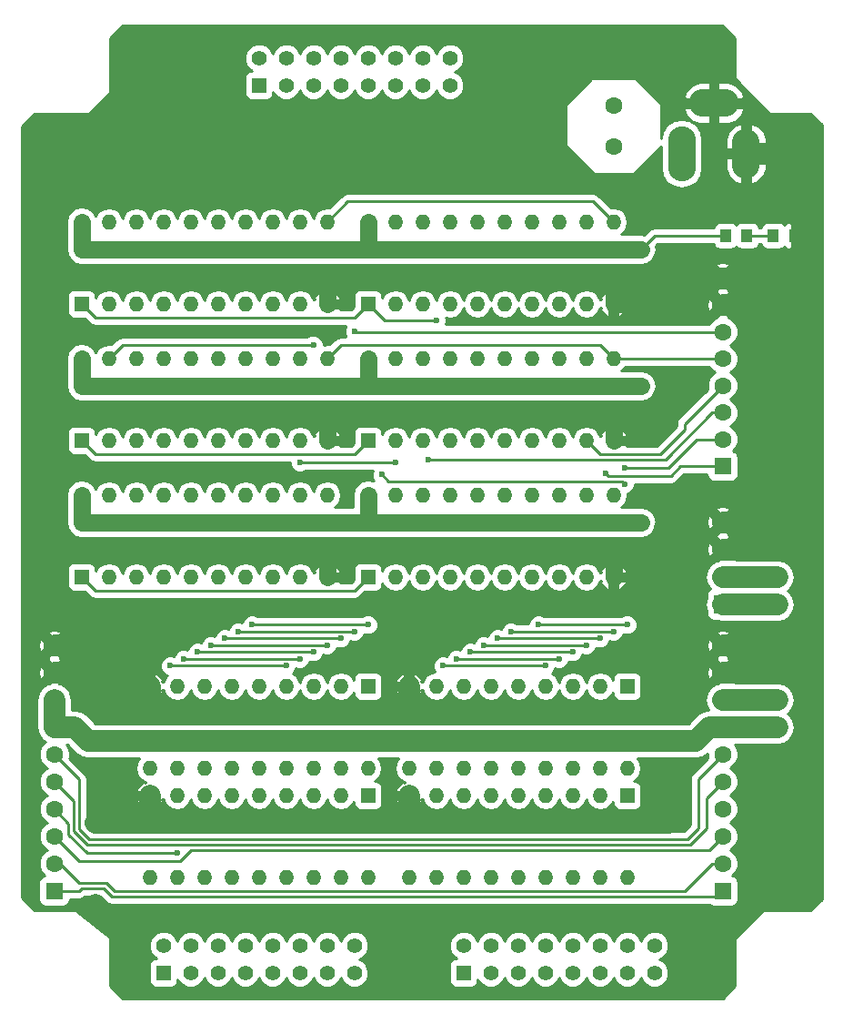
<source format=gbr>
G04 #@! TF.FileFunction,Copper,L1,Top,Signal*
%FSLAX46Y46*%
G04 Gerber Fmt 4.6, Leading zero omitted, Abs format (unit mm)*
G04 Created by KiCad (PCBNEW 4.0.7) date 05/27/21 16:34:53*
%MOMM*%
%LPD*%
G01*
G04 APERTURE LIST*
%ADD10C,0.100000*%
%ADD11R,1.400000X1.400000*%
%ADD12C,1.400000*%
%ADD13C,1.600000*%
%ADD14O,2.600000X5.100000*%
%ADD15O,2.600000X4.600000*%
%ADD16O,4.600000X2.600000*%
%ADD17R,1.600000X1.600000*%
%ADD18O,1.400000X1.400000*%
%ADD19R,1.000000X1.250000*%
%ADD20R,1.700000X1.700000*%
%ADD21C,1.700000*%
%ADD22C,1.000000*%
%ADD23C,0.600000*%
%ADD24C,2.000000*%
%ADD25C,1.600000*%
%ADD26C,0.250000*%
%ADD27C,0.254000*%
G04 APERTURE END LIST*
D10*
D11*
X63972000Y-138908000D03*
D12*
X63972000Y-136368000D03*
X66512000Y-138908000D03*
X66512000Y-136368000D03*
X69052000Y-138908000D03*
X69052000Y-136368000D03*
X71592000Y-138908000D03*
X71592000Y-136368000D03*
X74132000Y-138908000D03*
X74132000Y-136368000D03*
X76672000Y-138908000D03*
X76672000Y-136368000D03*
X79212000Y-138908000D03*
X79212000Y-136368000D03*
X81752000Y-138908000D03*
X81752000Y-136368000D03*
D11*
X91912000Y-138908000D03*
D12*
X91912000Y-136368000D03*
X94452000Y-138908000D03*
X94452000Y-136368000D03*
X96992000Y-138908000D03*
X96992000Y-136368000D03*
X99532000Y-138908000D03*
X99532000Y-136368000D03*
X102072000Y-138908000D03*
X102072000Y-136368000D03*
X104612000Y-138908000D03*
X104612000Y-136368000D03*
X107152000Y-138908000D03*
X107152000Y-136368000D03*
X109692000Y-138908000D03*
X109692000Y-136368000D03*
D11*
X72862000Y-56358000D03*
D12*
X72862000Y-53818000D03*
X75402000Y-56358000D03*
X75402000Y-53818000D03*
X77942000Y-56358000D03*
X77942000Y-53818000D03*
X80482000Y-56358000D03*
X80482000Y-53818000D03*
X83022000Y-56358000D03*
X83022000Y-53818000D03*
X85562000Y-56358000D03*
X85562000Y-53818000D03*
X88102000Y-56358000D03*
X88102000Y-53818000D03*
X90642000Y-56358000D03*
X90642000Y-53818000D03*
D13*
X105882000Y-62068000D03*
X105882000Y-58268000D03*
D14*
X112232000Y-62708000D03*
D15*
X118232000Y-62708000D03*
D16*
X115232000Y-58008000D03*
D17*
X116042000Y-91778000D03*
D13*
X116042000Y-89278000D03*
X116042000Y-86778000D03*
X116042000Y-84278000D03*
X116042000Y-81778000D03*
X116042000Y-79278000D03*
X116042000Y-76778000D03*
X116042000Y-74278000D03*
D17*
X116042000Y-131288000D03*
D13*
X116042000Y-128748000D03*
X116042000Y-126208000D03*
X116042000Y-123668000D03*
X116042000Y-121128000D03*
X116042000Y-118588000D03*
X116042000Y-116048000D03*
X116042000Y-113508000D03*
X116042000Y-110968000D03*
X116042000Y-108428000D03*
X53812000Y-121128000D03*
X53812000Y-118588000D03*
X53812000Y-116048000D03*
X53812000Y-113508000D03*
X53812000Y-110968000D03*
X53812000Y-108428000D03*
X53812000Y-123668000D03*
X53812000Y-126208000D03*
X53812000Y-128748000D03*
D17*
X53812000Y-131288000D03*
D11*
X83022000Y-122398000D03*
D18*
X65242000Y-130018000D03*
X80482000Y-122398000D03*
X67782000Y-130018000D03*
X77942000Y-122398000D03*
X70322000Y-130018000D03*
X75402000Y-122398000D03*
X72862000Y-130018000D03*
X72862000Y-122398000D03*
X75402000Y-130018000D03*
X70322000Y-122398000D03*
X77942000Y-130018000D03*
X67782000Y-122398000D03*
X80482000Y-130018000D03*
X65242000Y-122398000D03*
X83022000Y-130018000D03*
X62702000Y-122398000D03*
X62702000Y-130018000D03*
D11*
X83022000Y-112238000D03*
D18*
X65242000Y-119858000D03*
X80482000Y-112238000D03*
X67782000Y-119858000D03*
X77942000Y-112238000D03*
X70322000Y-119858000D03*
X75402000Y-112238000D03*
X72862000Y-119858000D03*
X72862000Y-112238000D03*
X75402000Y-119858000D03*
X70322000Y-112238000D03*
X77942000Y-119858000D03*
X67782000Y-112238000D03*
X80482000Y-119858000D03*
X65242000Y-112238000D03*
X83022000Y-119858000D03*
X62702000Y-112238000D03*
X62702000Y-119858000D03*
D11*
X107152000Y-122398000D03*
D18*
X89372000Y-130018000D03*
X104612000Y-122398000D03*
X91912000Y-130018000D03*
X102072000Y-122398000D03*
X94452000Y-130018000D03*
X99532000Y-122398000D03*
X96992000Y-130018000D03*
X96992000Y-122398000D03*
X99532000Y-130018000D03*
X94452000Y-122398000D03*
X102072000Y-130018000D03*
X91912000Y-122398000D03*
X104612000Y-130018000D03*
X89372000Y-122398000D03*
X107152000Y-130018000D03*
X86832000Y-122398000D03*
X86832000Y-130018000D03*
D11*
X107152000Y-112238000D03*
D18*
X89372000Y-119858000D03*
X104612000Y-112238000D03*
X91912000Y-119858000D03*
X102072000Y-112238000D03*
X94452000Y-119858000D03*
X99532000Y-112238000D03*
X96992000Y-119858000D03*
X96992000Y-112238000D03*
X99532000Y-119858000D03*
X94452000Y-112238000D03*
X102072000Y-119858000D03*
X91912000Y-112238000D03*
X104612000Y-119858000D03*
X89372000Y-112238000D03*
X107152000Y-119858000D03*
X86832000Y-112238000D03*
X86832000Y-119858000D03*
D11*
X56352000Y-102078000D03*
D18*
X74132000Y-94458000D03*
X58892000Y-102078000D03*
X71592000Y-94458000D03*
X61432000Y-102078000D03*
X69052000Y-94458000D03*
X63972000Y-102078000D03*
X66512000Y-94458000D03*
X66512000Y-102078000D03*
X63972000Y-94458000D03*
X69052000Y-102078000D03*
X61432000Y-94458000D03*
X71592000Y-102078000D03*
X58892000Y-94458000D03*
X74132000Y-102078000D03*
X56352000Y-94458000D03*
X76672000Y-102078000D03*
X79212000Y-102078000D03*
X79212000Y-94458000D03*
X76672000Y-94458000D03*
D11*
X56352000Y-89378000D03*
D18*
X74132000Y-81758000D03*
X58892000Y-89378000D03*
X71592000Y-81758000D03*
X61432000Y-89378000D03*
X69052000Y-81758000D03*
X63972000Y-89378000D03*
X66512000Y-81758000D03*
X66512000Y-89378000D03*
X63972000Y-81758000D03*
X69052000Y-89378000D03*
X61432000Y-81758000D03*
X71592000Y-89378000D03*
X58892000Y-81758000D03*
X74132000Y-89378000D03*
X56352000Y-81758000D03*
X76672000Y-89378000D03*
X79212000Y-89378000D03*
X79212000Y-81758000D03*
X76672000Y-81758000D03*
D11*
X83022000Y-102078000D03*
D18*
X100802000Y-94458000D03*
X85562000Y-102078000D03*
X98262000Y-94458000D03*
X88102000Y-102078000D03*
X95722000Y-94458000D03*
X90642000Y-102078000D03*
X93182000Y-94458000D03*
X93182000Y-102078000D03*
X90642000Y-94458000D03*
X95722000Y-102078000D03*
X88102000Y-94458000D03*
X98262000Y-102078000D03*
X85562000Y-94458000D03*
X100802000Y-102078000D03*
X83022000Y-94458000D03*
X103342000Y-102078000D03*
X105882000Y-102078000D03*
X105882000Y-94458000D03*
X103342000Y-94458000D03*
D11*
X83022000Y-89378000D03*
D18*
X100802000Y-81758000D03*
X85562000Y-89378000D03*
X98262000Y-81758000D03*
X88102000Y-89378000D03*
X95722000Y-81758000D03*
X90642000Y-89378000D03*
X93182000Y-81758000D03*
X93182000Y-89378000D03*
X90642000Y-81758000D03*
X95722000Y-89378000D03*
X88102000Y-81758000D03*
X98262000Y-89378000D03*
X85562000Y-81758000D03*
X100802000Y-89378000D03*
X83022000Y-81758000D03*
X103342000Y-89378000D03*
X105882000Y-89378000D03*
X105882000Y-81758000D03*
X103342000Y-81758000D03*
D11*
X56352000Y-76678000D03*
D18*
X74132000Y-69058000D03*
X58892000Y-76678000D03*
X71592000Y-69058000D03*
X61432000Y-76678000D03*
X69052000Y-69058000D03*
X63972000Y-76678000D03*
X66512000Y-69058000D03*
X66512000Y-76678000D03*
X63972000Y-69058000D03*
X69052000Y-76678000D03*
X61432000Y-69058000D03*
X71592000Y-76678000D03*
X58892000Y-69058000D03*
X74132000Y-76678000D03*
X56352000Y-69058000D03*
X76672000Y-76678000D03*
X79212000Y-76678000D03*
X79212000Y-69058000D03*
X76672000Y-69058000D03*
D11*
X83022000Y-76678000D03*
D18*
X100802000Y-69058000D03*
X85562000Y-76678000D03*
X98262000Y-69058000D03*
X88102000Y-76678000D03*
X95722000Y-69058000D03*
X90642000Y-76678000D03*
X93182000Y-69058000D03*
X93182000Y-76678000D03*
X90642000Y-69058000D03*
X95722000Y-76678000D03*
X88102000Y-69058000D03*
X98262000Y-76678000D03*
X85562000Y-69058000D03*
X100802000Y-76678000D03*
X83022000Y-69058000D03*
X103342000Y-76678000D03*
X105882000Y-76678000D03*
X105882000Y-69058000D03*
X103342000Y-69058000D03*
D19*
X116312000Y-70328000D03*
X118312000Y-70328000D03*
X120757000Y-70328000D03*
X122757000Y-70328000D03*
D20*
X116042000Y-104618000D03*
D21*
X116042000Y-102078000D03*
X116042000Y-99538000D03*
X116042000Y-96998000D03*
D13*
X121122000Y-104618000D03*
X121122000Y-102078000D03*
X121122000Y-113508000D03*
X121122000Y-116048000D03*
D12*
X108422000Y-96998000D03*
X108422000Y-84298000D03*
X108422000Y-71598000D03*
D22*
X58892000Y-99538000D03*
D13*
X57622000Y-112238000D03*
X110962000Y-74138000D03*
X110962000Y-124938000D03*
X110962000Y-114778000D03*
X110962000Y-76678000D03*
X110962000Y-99538000D03*
X110962000Y-86838000D03*
D22*
X81117000Y-99538000D03*
X58892000Y-74138000D03*
X81117000Y-74138000D03*
X58892000Y-86838000D03*
X81117000Y-86838000D03*
D13*
X57622000Y-108428000D03*
X57622000Y-124938000D03*
X57622000Y-132558000D03*
D23*
X105120000Y-92426000D03*
X106898000Y-91918000D03*
X89372000Y-78202000D03*
X88610000Y-91156000D03*
X81752000Y-79218000D03*
X65242000Y-127732000D03*
X77942000Y-80488000D03*
X70957000Y-107158000D03*
X81752000Y-107158000D03*
X64607000Y-110333000D03*
X75402000Y-110333000D03*
X69687000Y-107793000D03*
X80482000Y-107793000D03*
X76672000Y-109698000D03*
X65877000Y-109698000D03*
X68417000Y-108428000D03*
X79212000Y-108428000D03*
X67147000Y-109063000D03*
X77942000Y-109063000D03*
X72227000Y-106523000D03*
X83022000Y-106523000D03*
X85562000Y-91410000D03*
X76672000Y-91410000D03*
X106898000Y-93442000D03*
X84292000Y-92553000D03*
X105882000Y-107158000D03*
X96357000Y-107158000D03*
X90007000Y-110333000D03*
X99532000Y-110333000D03*
X95087000Y-107793000D03*
X104612000Y-107793000D03*
X100802000Y-109698000D03*
X91277000Y-109698000D03*
X103342000Y-108428000D03*
X93817000Y-108428000D03*
X92547000Y-109063000D03*
X102072000Y-109063000D03*
X107152000Y-106523000D03*
X98897000Y-106523000D03*
D24*
X116042000Y-104618000D02*
X121122000Y-104618000D01*
X116042000Y-102078000D02*
X121122000Y-102078000D01*
X53812000Y-116048000D02*
X55717000Y-116048000D01*
X56987000Y-117318000D02*
X113502000Y-117318000D01*
X55717000Y-116048000D02*
X56987000Y-117318000D01*
X116042000Y-116048000D02*
X114772000Y-116048000D01*
X114772000Y-116048000D02*
X113502000Y-117318000D01*
X53812000Y-116048000D02*
X53812000Y-113508000D01*
X121122000Y-113508000D02*
X116042000Y-113508000D01*
X121122000Y-116048000D02*
X116042000Y-116048000D01*
D25*
X83022000Y-96998000D02*
X108422000Y-96998000D01*
D26*
X116312000Y-70328000D02*
X109692000Y-70328000D01*
X109692000Y-70328000D02*
X108422000Y-71598000D01*
D25*
X108422000Y-84298000D02*
X83022000Y-84298000D01*
X83022000Y-71598000D02*
X108422000Y-71598000D01*
X56352000Y-94458000D02*
X56352000Y-96998000D01*
X83022000Y-96998000D02*
X83022000Y-94458000D01*
X56352000Y-96998000D02*
X83022000Y-96998000D01*
X56352000Y-81758000D02*
X56352000Y-84298000D01*
X56352000Y-84298000D02*
X83022000Y-84298000D01*
X83022000Y-84298000D02*
X83022000Y-81758000D01*
X56352000Y-69058000D02*
X56352000Y-71598000D01*
X83022000Y-71598000D02*
X83022000Y-69058000D01*
X56352000Y-71598000D02*
X83022000Y-71598000D01*
D24*
X116042000Y-99538000D02*
X123662000Y-99538000D01*
X116042000Y-96998000D02*
X123625886Y-96998000D01*
X123662000Y-96998000D02*
X123662000Y-99538000D01*
X123662000Y-99538000D02*
X123662000Y-108428000D01*
X123625886Y-96998000D02*
X123662000Y-96998000D01*
X53812000Y-110968000D02*
X56352000Y-110968000D01*
X56352000Y-110968000D02*
X57622000Y-112238000D01*
X123662000Y-110968000D02*
X123662000Y-108428000D01*
X116042000Y-108428000D02*
X123662000Y-108428000D01*
D25*
X58892000Y-99538000D02*
X79212000Y-99538000D01*
D24*
X57622000Y-112238000D02*
X62702000Y-112238000D01*
X116042000Y-74278000D02*
X111102000Y-74278000D01*
X111102000Y-74278000D02*
X110962000Y-74138000D01*
X86832000Y-124938000D02*
X110962000Y-124938000D01*
X86832000Y-114778000D02*
X110962000Y-114778000D01*
D25*
X110962000Y-76678000D02*
X105882000Y-76678000D01*
X105882000Y-99538000D02*
X110962000Y-99538000D01*
X110962000Y-86838000D02*
X105882000Y-86838000D01*
X58892000Y-74138000D02*
X79212000Y-74138000D01*
X58892000Y-86838000D02*
X79212000Y-86838000D01*
X79212000Y-89378000D02*
X79212000Y-86838000D01*
X105882000Y-86838000D02*
X105882000Y-89378000D01*
X79212000Y-86838000D02*
X81117000Y-86838000D01*
X81117000Y-86838000D02*
X105882000Y-86838000D01*
X79212000Y-102078000D02*
X79212000Y-99538000D01*
X105882000Y-99538000D02*
X105882000Y-102078000D01*
X79212000Y-99538000D02*
X81117000Y-99538000D01*
X81117000Y-99538000D02*
X105882000Y-99538000D01*
D24*
X57622000Y-108428000D02*
X53812000Y-108428000D01*
X62702000Y-114778000D02*
X86832000Y-114778000D01*
X86832000Y-114778000D02*
X86832000Y-112238000D01*
X62702000Y-114778000D02*
X62702000Y-112238000D01*
X62702000Y-124938000D02*
X86832000Y-124938000D01*
X86832000Y-124938000D02*
X86832000Y-122398000D01*
X62702000Y-122398000D02*
X62702000Y-124938000D01*
X62702000Y-124938000D02*
X57622000Y-124938000D01*
X123662000Y-110968000D02*
X123662000Y-128113000D01*
X123662000Y-128113000D02*
X117693000Y-134082000D01*
X117693000Y-134082000D02*
X59146000Y-134082000D01*
X59146000Y-134082000D02*
X57622000Y-132558000D01*
X116042000Y-110968000D02*
X123662000Y-110968000D01*
X123562000Y-76778000D02*
X123662000Y-108428000D01*
X123662000Y-108428000D02*
X123662000Y-108428000D01*
D26*
X122757000Y-70328000D02*
X123662000Y-70328000D01*
X123662000Y-70328000D02*
X123662000Y-62708000D01*
X123662000Y-62708000D02*
X118232000Y-62708000D01*
D24*
X116042000Y-76778000D02*
X123562000Y-76778000D01*
X123522000Y-76738000D02*
X123522000Y-74278000D01*
X123562000Y-76778000D02*
X123522000Y-76738000D01*
X118232000Y-62708000D02*
X123662000Y-62708000D01*
X123522000Y-74278000D02*
X116042000Y-74278000D01*
X123662000Y-74138000D02*
X123522000Y-74278000D01*
X123662000Y-62708000D02*
X123662000Y-74138000D01*
D25*
X79212000Y-76678000D02*
X79212000Y-74138000D01*
X105882000Y-74138000D02*
X105882000Y-76678000D01*
X81117000Y-74138000D02*
X105882000Y-74138000D01*
X79212000Y-74138000D02*
X81117000Y-74138000D01*
D26*
X53812000Y-131288000D02*
X56098000Y-131288000D01*
X59146000Y-131796000D02*
X115534000Y-131796000D01*
X58384000Y-131034000D02*
X59146000Y-131796000D01*
X56352000Y-131034000D02*
X58384000Y-131034000D01*
X56098000Y-131288000D02*
X56352000Y-131034000D01*
X115534000Y-131796000D02*
X116042000Y-131288000D01*
X116042000Y-91778000D02*
X112118000Y-91778000D01*
X105374000Y-92680000D02*
X105120000Y-92426000D01*
X111216000Y-92680000D02*
X105374000Y-92680000D01*
X112118000Y-91778000D02*
X111216000Y-92680000D01*
X53812000Y-128748000D02*
X54320000Y-128748000D01*
X54320000Y-128748000D02*
X56098000Y-130526000D01*
X59400000Y-131288000D02*
X112486000Y-131288000D01*
X58638000Y-130526000D02*
X59400000Y-131288000D01*
X56098000Y-130526000D02*
X58638000Y-130526000D01*
X112486000Y-131288000D02*
X115026000Y-128748000D01*
X115026000Y-128748000D02*
X116042000Y-128748000D01*
X116042000Y-89278000D02*
X113602000Y-89278000D01*
X110962000Y-91918000D02*
X106898000Y-91918000D01*
X113602000Y-89278000D02*
X110962000Y-91918000D01*
X105882000Y-69058000D02*
X103977000Y-67153000D01*
X103977000Y-67153000D02*
X81117000Y-67153000D01*
X81117000Y-67153000D02*
X79212000Y-69058000D01*
X53812000Y-126208000D02*
X56098000Y-128494000D01*
X56098000Y-128494000D02*
X65496000Y-128494000D01*
X66512000Y-127478000D02*
X114772000Y-127478000D01*
X114772000Y-127478000D02*
X116042000Y-126208000D01*
X66512000Y-127478000D02*
X65496000Y-128494000D01*
X116042000Y-86778000D02*
X115086000Y-86778000D01*
X84546000Y-78202000D02*
X83022000Y-76678000D01*
X89372000Y-78202000D02*
X84546000Y-78202000D01*
X110708000Y-91156000D02*
X88610000Y-91156000D01*
X115086000Y-86778000D02*
X110708000Y-91156000D01*
X56352000Y-76678000D02*
X57622000Y-77948000D01*
X57622000Y-77948000D02*
X81752000Y-77948000D01*
X81752000Y-77948000D02*
X83022000Y-76678000D01*
X112486000Y-88362000D02*
X112486000Y-87834000D01*
X112486000Y-87834000D02*
X116042000Y-84278000D01*
X104612000Y-90648000D02*
X103342000Y-89378000D01*
X110200000Y-90648000D02*
X104612000Y-90648000D01*
X112486000Y-88362000D02*
X110200000Y-90648000D01*
X55590000Y-125700000D02*
X55590000Y-122906000D01*
X55590000Y-122906000D02*
X53812000Y-121128000D01*
X116042000Y-121128000D02*
X114518000Y-122652000D01*
X114518000Y-125446000D02*
X112994000Y-126970000D01*
X114518000Y-122652000D02*
X114518000Y-125446000D01*
X56860000Y-126970000D02*
X55590000Y-125700000D01*
X112994000Y-126970000D02*
X56860000Y-126970000D01*
X116042000Y-81778000D02*
X105902000Y-81778000D01*
X105902000Y-81778000D02*
X105882000Y-81758000D01*
X105882000Y-81758000D02*
X104612000Y-80488000D01*
X80482000Y-80488000D02*
X79212000Y-81758000D01*
X104612000Y-80488000D02*
X80482000Y-80488000D01*
X56098000Y-125503998D02*
X56098000Y-120874000D01*
X56098000Y-120874000D02*
X53812000Y-118588000D01*
X113756000Y-125446000D02*
X113756000Y-120874000D01*
X57056002Y-126462000D02*
X56098000Y-125503998D01*
X113756000Y-125446000D02*
X112740000Y-126462000D01*
X112740000Y-126462000D02*
X57056002Y-126462000D01*
X113756000Y-120874000D02*
X116042000Y-118588000D01*
X116042000Y-79278000D02*
X81812000Y-79278000D01*
X81812000Y-79278000D02*
X81752000Y-79218000D01*
X56352000Y-102078000D02*
X57622000Y-103348000D01*
X81752000Y-103348000D02*
X83022000Y-102078000D01*
X57622000Y-103348000D02*
X81752000Y-103348000D01*
X56352000Y-89378000D02*
X57622000Y-90648000D01*
X81752000Y-90648000D02*
X83022000Y-89378000D01*
X57622000Y-90648000D02*
X81752000Y-90648000D01*
X118312000Y-70328000D02*
X120757000Y-70328000D01*
X55139998Y-126011998D02*
X55139998Y-124995998D01*
X55139998Y-124995998D02*
X53812000Y-123668000D01*
X65242000Y-127732000D02*
X56860000Y-127732000D01*
X56860000Y-127732000D02*
X55139998Y-126011998D01*
X60162000Y-80488000D02*
X58892000Y-81758000D01*
X77942000Y-80488000D02*
X60162000Y-80488000D01*
X81752000Y-107158000D02*
X70957000Y-107158000D01*
X75402000Y-110333000D02*
X64607000Y-110333000D01*
X80482000Y-107793000D02*
X69687000Y-107793000D01*
X76672000Y-109698000D02*
X65877000Y-109698000D01*
X79212000Y-108428000D02*
X68417000Y-108428000D01*
X77942000Y-109063000D02*
X67147000Y-109063000D01*
X83022000Y-106523000D02*
X72227000Y-106523000D01*
X76672000Y-91410000D02*
X85562000Y-91410000D01*
X84927000Y-93188000D02*
X106644000Y-93188000D01*
X106644000Y-93188000D02*
X106898000Y-93442000D01*
X84927000Y-93188000D02*
X84292000Y-92553000D01*
X105882000Y-107158000D02*
X96357000Y-107158000D01*
X99532000Y-110333000D02*
X90007000Y-110333000D01*
X104612000Y-107793000D02*
X95087000Y-107793000D01*
X100802000Y-109698000D02*
X91277000Y-109698000D01*
X103342000Y-108428000D02*
X93817000Y-108428000D01*
X102072000Y-109063000D02*
X92547000Y-109063000D01*
X107152000Y-106523000D02*
X98897000Y-106523000D01*
D27*
G36*
X117185000Y-51965606D02*
X117185000Y-55723000D01*
X117195006Y-55772410D01*
X117222197Y-55812803D01*
X120397197Y-58987803D01*
X120439211Y-59015666D01*
X120487000Y-59025000D01*
X124244394Y-59025000D01*
X125265000Y-60045606D01*
X125265000Y-132045394D01*
X124244394Y-133066000D01*
X119852000Y-133066000D01*
X119802590Y-133076006D01*
X119762197Y-133103197D01*
X117222197Y-135643197D01*
X117194334Y-135685211D01*
X117185000Y-135733000D01*
X117185000Y-140125394D01*
X116045394Y-141265000D01*
X60158606Y-141265000D01*
X59019000Y-140125394D01*
X59019000Y-138208000D01*
X62624560Y-138208000D01*
X62624560Y-139608000D01*
X62668838Y-139843317D01*
X62807910Y-140059441D01*
X63020110Y-140204431D01*
X63272000Y-140255440D01*
X64672000Y-140255440D01*
X64907317Y-140211162D01*
X65123441Y-140072090D01*
X65268431Y-139859890D01*
X65319440Y-139608000D01*
X65319440Y-139517674D01*
X65379582Y-139663229D01*
X65754796Y-140039098D01*
X66245287Y-140242768D01*
X66776383Y-140243231D01*
X67267229Y-140040418D01*
X67643098Y-139665204D01*
X67782091Y-139330473D01*
X67919582Y-139663229D01*
X68294796Y-140039098D01*
X68785287Y-140242768D01*
X69316383Y-140243231D01*
X69807229Y-140040418D01*
X70183098Y-139665204D01*
X70322091Y-139330473D01*
X70459582Y-139663229D01*
X70834796Y-140039098D01*
X71325287Y-140242768D01*
X71856383Y-140243231D01*
X72347229Y-140040418D01*
X72723098Y-139665204D01*
X72862091Y-139330473D01*
X72999582Y-139663229D01*
X73374796Y-140039098D01*
X73865287Y-140242768D01*
X74396383Y-140243231D01*
X74887229Y-140040418D01*
X75263098Y-139665204D01*
X75402091Y-139330473D01*
X75539582Y-139663229D01*
X75914796Y-140039098D01*
X76405287Y-140242768D01*
X76936383Y-140243231D01*
X77427229Y-140040418D01*
X77803098Y-139665204D01*
X77942091Y-139330473D01*
X78079582Y-139663229D01*
X78454796Y-140039098D01*
X78945287Y-140242768D01*
X79476383Y-140243231D01*
X79967229Y-140040418D01*
X80343098Y-139665204D01*
X80482091Y-139330473D01*
X80619582Y-139663229D01*
X80994796Y-140039098D01*
X81485287Y-140242768D01*
X82016383Y-140243231D01*
X82507229Y-140040418D01*
X82883098Y-139665204D01*
X83086768Y-139174713D01*
X83087231Y-138643617D01*
X82907239Y-138208000D01*
X90564560Y-138208000D01*
X90564560Y-139608000D01*
X90608838Y-139843317D01*
X90747910Y-140059441D01*
X90960110Y-140204431D01*
X91212000Y-140255440D01*
X92612000Y-140255440D01*
X92847317Y-140211162D01*
X93063441Y-140072090D01*
X93208431Y-139859890D01*
X93259440Y-139608000D01*
X93259440Y-139517674D01*
X93319582Y-139663229D01*
X93694796Y-140039098D01*
X94185287Y-140242768D01*
X94716383Y-140243231D01*
X95207229Y-140040418D01*
X95583098Y-139665204D01*
X95722091Y-139330473D01*
X95859582Y-139663229D01*
X96234796Y-140039098D01*
X96725287Y-140242768D01*
X97256383Y-140243231D01*
X97747229Y-140040418D01*
X98123098Y-139665204D01*
X98262091Y-139330473D01*
X98399582Y-139663229D01*
X98774796Y-140039098D01*
X99265287Y-140242768D01*
X99796383Y-140243231D01*
X100287229Y-140040418D01*
X100663098Y-139665204D01*
X100802091Y-139330473D01*
X100939582Y-139663229D01*
X101314796Y-140039098D01*
X101805287Y-140242768D01*
X102336383Y-140243231D01*
X102827229Y-140040418D01*
X103203098Y-139665204D01*
X103342091Y-139330473D01*
X103479582Y-139663229D01*
X103854796Y-140039098D01*
X104345287Y-140242768D01*
X104876383Y-140243231D01*
X105367229Y-140040418D01*
X105743098Y-139665204D01*
X105882091Y-139330473D01*
X106019582Y-139663229D01*
X106394796Y-140039098D01*
X106885287Y-140242768D01*
X107416383Y-140243231D01*
X107907229Y-140040418D01*
X108283098Y-139665204D01*
X108422091Y-139330473D01*
X108559582Y-139663229D01*
X108934796Y-140039098D01*
X109425287Y-140242768D01*
X109956383Y-140243231D01*
X110447229Y-140040418D01*
X110823098Y-139665204D01*
X111026768Y-139174713D01*
X111027231Y-138643617D01*
X110824418Y-138152771D01*
X110449204Y-137776902D01*
X110114473Y-137637909D01*
X110447229Y-137500418D01*
X110823098Y-137125204D01*
X111026768Y-136634713D01*
X111027231Y-136103617D01*
X110824418Y-135612771D01*
X110449204Y-135236902D01*
X109958713Y-135033232D01*
X109427617Y-135032769D01*
X108936771Y-135235582D01*
X108560902Y-135610796D01*
X108421909Y-135945527D01*
X108284418Y-135612771D01*
X107909204Y-135236902D01*
X107418713Y-135033232D01*
X106887617Y-135032769D01*
X106396771Y-135235582D01*
X106020902Y-135610796D01*
X105881909Y-135945527D01*
X105744418Y-135612771D01*
X105369204Y-135236902D01*
X104878713Y-135033232D01*
X104347617Y-135032769D01*
X103856771Y-135235582D01*
X103480902Y-135610796D01*
X103341909Y-135945527D01*
X103204418Y-135612771D01*
X102829204Y-135236902D01*
X102338713Y-135033232D01*
X101807617Y-135032769D01*
X101316771Y-135235582D01*
X100940902Y-135610796D01*
X100801909Y-135945527D01*
X100664418Y-135612771D01*
X100289204Y-135236902D01*
X99798713Y-135033232D01*
X99267617Y-135032769D01*
X98776771Y-135235582D01*
X98400902Y-135610796D01*
X98261909Y-135945527D01*
X98124418Y-135612771D01*
X97749204Y-135236902D01*
X97258713Y-135033232D01*
X96727617Y-135032769D01*
X96236771Y-135235582D01*
X95860902Y-135610796D01*
X95721909Y-135945527D01*
X95584418Y-135612771D01*
X95209204Y-135236902D01*
X94718713Y-135033232D01*
X94187617Y-135032769D01*
X93696771Y-135235582D01*
X93320902Y-135610796D01*
X93181909Y-135945527D01*
X93044418Y-135612771D01*
X92669204Y-135236902D01*
X92178713Y-135033232D01*
X91647617Y-135032769D01*
X91156771Y-135235582D01*
X90780902Y-135610796D01*
X90577232Y-136101287D01*
X90576769Y-136632383D01*
X90779582Y-137123229D01*
X91154796Y-137499098D01*
X91302813Y-137560560D01*
X91212000Y-137560560D01*
X90976683Y-137604838D01*
X90760559Y-137743910D01*
X90615569Y-137956110D01*
X90564560Y-138208000D01*
X82907239Y-138208000D01*
X82884418Y-138152771D01*
X82509204Y-137776902D01*
X82174473Y-137637909D01*
X82507229Y-137500418D01*
X82883098Y-137125204D01*
X83086768Y-136634713D01*
X83087231Y-136103617D01*
X82884418Y-135612771D01*
X82509204Y-135236902D01*
X82018713Y-135033232D01*
X81487617Y-135032769D01*
X80996771Y-135235582D01*
X80620902Y-135610796D01*
X80481909Y-135945527D01*
X80344418Y-135612771D01*
X79969204Y-135236902D01*
X79478713Y-135033232D01*
X78947617Y-135032769D01*
X78456771Y-135235582D01*
X78080902Y-135610796D01*
X77941909Y-135945527D01*
X77804418Y-135612771D01*
X77429204Y-135236902D01*
X76938713Y-135033232D01*
X76407617Y-135032769D01*
X75916771Y-135235582D01*
X75540902Y-135610796D01*
X75401909Y-135945527D01*
X75264418Y-135612771D01*
X74889204Y-135236902D01*
X74398713Y-135033232D01*
X73867617Y-135032769D01*
X73376771Y-135235582D01*
X73000902Y-135610796D01*
X72861909Y-135945527D01*
X72724418Y-135612771D01*
X72349204Y-135236902D01*
X71858713Y-135033232D01*
X71327617Y-135032769D01*
X70836771Y-135235582D01*
X70460902Y-135610796D01*
X70321909Y-135945527D01*
X70184418Y-135612771D01*
X69809204Y-135236902D01*
X69318713Y-135033232D01*
X68787617Y-135032769D01*
X68296771Y-135235582D01*
X67920902Y-135610796D01*
X67781909Y-135945527D01*
X67644418Y-135612771D01*
X67269204Y-135236902D01*
X66778713Y-135033232D01*
X66247617Y-135032769D01*
X65756771Y-135235582D01*
X65380902Y-135610796D01*
X65241909Y-135945527D01*
X65104418Y-135612771D01*
X64729204Y-135236902D01*
X64238713Y-135033232D01*
X63707617Y-135032769D01*
X63216771Y-135235582D01*
X62840902Y-135610796D01*
X62637232Y-136101287D01*
X62636769Y-136632383D01*
X62839582Y-137123229D01*
X63214796Y-137499098D01*
X63362813Y-137560560D01*
X63272000Y-137560560D01*
X63036683Y-137604838D01*
X62820559Y-137743910D01*
X62675569Y-137956110D01*
X62624560Y-138208000D01*
X59019000Y-138208000D01*
X59019000Y-135733000D01*
X59008994Y-135683590D01*
X58971336Y-135633830D01*
X55796336Y-133093830D01*
X55751503Y-133070777D01*
X55717000Y-133066000D01*
X51959606Y-133066000D01*
X50764000Y-131870394D01*
X50764000Y-113508000D01*
X52177000Y-113508000D01*
X52177000Y-116048000D01*
X52301457Y-116673687D01*
X52655880Y-117204120D01*
X52962137Y-117408754D01*
X52596176Y-117774077D01*
X52377250Y-118301309D01*
X52376752Y-118872187D01*
X52594757Y-119399800D01*
X52998077Y-119803824D01*
X53128215Y-119857862D01*
X53000200Y-119910757D01*
X52596176Y-120314077D01*
X52377250Y-120841309D01*
X52376752Y-121412187D01*
X52594757Y-121939800D01*
X52998077Y-122343824D01*
X53128215Y-122397862D01*
X53000200Y-122450757D01*
X52596176Y-122854077D01*
X52377250Y-123381309D01*
X52376752Y-123952187D01*
X52594757Y-124479800D01*
X52998077Y-124883824D01*
X53128215Y-124937862D01*
X53000200Y-124990757D01*
X52596176Y-125394077D01*
X52377250Y-125921309D01*
X52376752Y-126492187D01*
X52594757Y-127019800D01*
X52998077Y-127423824D01*
X53128215Y-127477862D01*
X53000200Y-127530757D01*
X52596176Y-127934077D01*
X52377250Y-128461309D01*
X52376752Y-129032187D01*
X52594757Y-129559800D01*
X52896688Y-129862258D01*
X52776683Y-129884838D01*
X52560559Y-130023910D01*
X52415569Y-130236110D01*
X52364560Y-130488000D01*
X52364560Y-132088000D01*
X52408838Y-132323317D01*
X52547910Y-132539441D01*
X52760110Y-132684431D01*
X53012000Y-132735440D01*
X54612000Y-132735440D01*
X54847317Y-132691162D01*
X55063441Y-132552090D01*
X55208431Y-132339890D01*
X55259440Y-132088000D01*
X55259440Y-132048000D01*
X56098000Y-132048000D01*
X56388839Y-131990148D01*
X56635401Y-131825401D01*
X56666802Y-131794000D01*
X58069198Y-131794000D01*
X58608599Y-132333401D01*
X58855161Y-132498148D01*
X59146000Y-132556000D01*
X114802145Y-132556000D01*
X114990110Y-132684431D01*
X115242000Y-132735440D01*
X116842000Y-132735440D01*
X117077317Y-132691162D01*
X117293441Y-132552090D01*
X117438431Y-132339890D01*
X117489440Y-132088000D01*
X117489440Y-130488000D01*
X117445162Y-130252683D01*
X117306090Y-130036559D01*
X117093890Y-129891569D01*
X116955646Y-129863574D01*
X117257824Y-129561923D01*
X117476750Y-129034691D01*
X117477248Y-128463813D01*
X117259243Y-127936200D01*
X116855923Y-127532176D01*
X116725785Y-127478138D01*
X116853800Y-127425243D01*
X117257824Y-127021923D01*
X117476750Y-126494691D01*
X117477248Y-125923813D01*
X117259243Y-125396200D01*
X116855923Y-124992176D01*
X116725785Y-124938138D01*
X116853800Y-124885243D01*
X117257824Y-124481923D01*
X117476750Y-123954691D01*
X117477248Y-123383813D01*
X117259243Y-122856200D01*
X116855923Y-122452176D01*
X116725785Y-122398138D01*
X116853800Y-122345243D01*
X117257824Y-121941923D01*
X117476750Y-121414691D01*
X117477248Y-120843813D01*
X117259243Y-120316200D01*
X116855923Y-119912176D01*
X116725785Y-119858138D01*
X116853800Y-119805243D01*
X117257824Y-119401923D01*
X117476750Y-118874691D01*
X117477248Y-118303813D01*
X117259243Y-117776200D01*
X117166205Y-117683000D01*
X121122000Y-117683000D01*
X121747687Y-117558543D01*
X122278120Y-117204120D01*
X122632543Y-116673687D01*
X122757000Y-116048000D01*
X122632543Y-115422313D01*
X122278120Y-114891880D01*
X122107686Y-114778000D01*
X122278120Y-114664120D01*
X122632543Y-114133687D01*
X122757000Y-113508000D01*
X122632543Y-112882313D01*
X122278120Y-112351880D01*
X121747687Y-111997457D01*
X121122000Y-111873000D01*
X117202636Y-111873000D01*
X117338570Y-111737066D01*
X117189561Y-111588057D01*
X117405816Y-111497817D01*
X117504754Y-110935578D01*
X117405816Y-110438183D01*
X117189559Y-110347942D01*
X116569502Y-110968000D01*
X116583644Y-110982142D01*
X116056142Y-111509644D01*
X116042000Y-111495502D01*
X115570767Y-111966734D01*
X115416313Y-111997457D01*
X114885880Y-112351880D01*
X114531457Y-112882313D01*
X114407000Y-113508000D01*
X114531457Y-114133687D01*
X114724412Y-114422466D01*
X114146312Y-114537457D01*
X114032880Y-114613250D01*
X113615880Y-114891880D01*
X113615878Y-114891883D01*
X112824760Y-115683000D01*
X57664239Y-115683000D01*
X56873120Y-114891880D01*
X56342688Y-114537457D01*
X55717000Y-114412999D01*
X55716995Y-114413000D01*
X55447000Y-114413000D01*
X55447000Y-113508000D01*
X55322543Y-112882313D01*
X55257676Y-112785231D01*
X61484280Y-112785231D01*
X61786390Y-113209577D01*
X62154774Y-113455690D01*
X62352000Y-113360971D01*
X62352000Y-112588000D01*
X61572416Y-112588000D01*
X61484280Y-112785231D01*
X55257676Y-112785231D01*
X54968120Y-112351880D01*
X54437687Y-111997457D01*
X54283233Y-111966734D01*
X54007268Y-111690769D01*
X61484280Y-111690769D01*
X61572416Y-111888000D01*
X62352000Y-111888000D01*
X62352000Y-111115029D01*
X63052000Y-111115029D01*
X63052000Y-111888000D01*
X63095000Y-111888000D01*
X63095000Y-112588000D01*
X63052000Y-112588000D01*
X63052000Y-113360971D01*
X63249226Y-113455690D01*
X63617610Y-113209577D01*
X63919720Y-112785231D01*
X63841863Y-112611002D01*
X63975993Y-112611002D01*
X64008621Y-112775036D01*
X64298012Y-113208142D01*
X64731118Y-113497533D01*
X65242000Y-113599154D01*
X65752882Y-113497533D01*
X66185988Y-113208142D01*
X66475379Y-112775036D01*
X66512000Y-112590930D01*
X66548621Y-112775036D01*
X66838012Y-113208142D01*
X67271118Y-113497533D01*
X67782000Y-113599154D01*
X68292882Y-113497533D01*
X68725988Y-113208142D01*
X69015379Y-112775036D01*
X69052000Y-112590930D01*
X69088621Y-112775036D01*
X69378012Y-113208142D01*
X69811118Y-113497533D01*
X70322000Y-113599154D01*
X70832882Y-113497533D01*
X71265988Y-113208142D01*
X71555379Y-112775036D01*
X71592000Y-112590930D01*
X71628621Y-112775036D01*
X71918012Y-113208142D01*
X72351118Y-113497533D01*
X72862000Y-113599154D01*
X73372882Y-113497533D01*
X73805988Y-113208142D01*
X74095379Y-112775036D01*
X74132000Y-112590930D01*
X74168621Y-112775036D01*
X74458012Y-113208142D01*
X74891118Y-113497533D01*
X75402000Y-113599154D01*
X75912882Y-113497533D01*
X76345988Y-113208142D01*
X76635379Y-112775036D01*
X76672000Y-112590930D01*
X76708621Y-112775036D01*
X76998012Y-113208142D01*
X77431118Y-113497533D01*
X77942000Y-113599154D01*
X78452882Y-113497533D01*
X78885988Y-113208142D01*
X79175379Y-112775036D01*
X79212000Y-112590930D01*
X79248621Y-112775036D01*
X79538012Y-113208142D01*
X79971118Y-113497533D01*
X80482000Y-113599154D01*
X80992882Y-113497533D01*
X81425988Y-113208142D01*
X81674560Y-112836126D01*
X81674560Y-112938000D01*
X81718838Y-113173317D01*
X81857910Y-113389441D01*
X82070110Y-113534431D01*
X82322000Y-113585440D01*
X83722000Y-113585440D01*
X83957317Y-113541162D01*
X84173441Y-113402090D01*
X84318431Y-113189890D01*
X84369440Y-112938000D01*
X84369440Y-112785231D01*
X85614280Y-112785231D01*
X85916390Y-113209577D01*
X86284774Y-113455690D01*
X86482000Y-113360971D01*
X86482000Y-112588000D01*
X85702416Y-112588000D01*
X85614280Y-112785231D01*
X84369440Y-112785231D01*
X84369440Y-111690769D01*
X85614280Y-111690769D01*
X85702416Y-111888000D01*
X86482000Y-111888000D01*
X86482000Y-111115029D01*
X87182000Y-111115029D01*
X87182000Y-111888000D01*
X87225000Y-111888000D01*
X87225000Y-112588000D01*
X87182000Y-112588000D01*
X87182000Y-113360971D01*
X87379226Y-113455690D01*
X87747610Y-113209577D01*
X88049720Y-112785231D01*
X87971863Y-112611002D01*
X88105993Y-112611002D01*
X88138621Y-112775036D01*
X88428012Y-113208142D01*
X88861118Y-113497533D01*
X89372000Y-113599154D01*
X89882882Y-113497533D01*
X90315988Y-113208142D01*
X90605379Y-112775036D01*
X90642000Y-112590930D01*
X90678621Y-112775036D01*
X90968012Y-113208142D01*
X91401118Y-113497533D01*
X91912000Y-113599154D01*
X92422882Y-113497533D01*
X92855988Y-113208142D01*
X93145379Y-112775036D01*
X93182000Y-112590930D01*
X93218621Y-112775036D01*
X93508012Y-113208142D01*
X93941118Y-113497533D01*
X94452000Y-113599154D01*
X94962882Y-113497533D01*
X95395988Y-113208142D01*
X95685379Y-112775036D01*
X95722000Y-112590930D01*
X95758621Y-112775036D01*
X96048012Y-113208142D01*
X96481118Y-113497533D01*
X96992000Y-113599154D01*
X97502882Y-113497533D01*
X97935988Y-113208142D01*
X98225379Y-112775036D01*
X98262000Y-112590930D01*
X98298621Y-112775036D01*
X98588012Y-113208142D01*
X99021118Y-113497533D01*
X99532000Y-113599154D01*
X100042882Y-113497533D01*
X100475988Y-113208142D01*
X100765379Y-112775036D01*
X100802000Y-112590930D01*
X100838621Y-112775036D01*
X101128012Y-113208142D01*
X101561118Y-113497533D01*
X102072000Y-113599154D01*
X102582882Y-113497533D01*
X103015988Y-113208142D01*
X103305379Y-112775036D01*
X103342000Y-112590930D01*
X103378621Y-112775036D01*
X103668012Y-113208142D01*
X104101118Y-113497533D01*
X104612000Y-113599154D01*
X105122882Y-113497533D01*
X105555988Y-113208142D01*
X105804560Y-112836126D01*
X105804560Y-112938000D01*
X105848838Y-113173317D01*
X105987910Y-113389441D01*
X106200110Y-113534431D01*
X106452000Y-113585440D01*
X107852000Y-113585440D01*
X108087317Y-113541162D01*
X108303441Y-113402090D01*
X108448431Y-113189890D01*
X108499440Y-112938000D01*
X108499440Y-111538000D01*
X108455162Y-111302683D01*
X108316090Y-111086559D01*
X108190025Y-111000422D01*
X114579246Y-111000422D01*
X114678184Y-111497817D01*
X114894441Y-111588058D01*
X115514498Y-110968000D01*
X114894441Y-110347942D01*
X114678184Y-110438183D01*
X114579246Y-111000422D01*
X108190025Y-111000422D01*
X108103890Y-110941569D01*
X107852000Y-110890560D01*
X106452000Y-110890560D01*
X106216683Y-110934838D01*
X106000559Y-111073910D01*
X105855569Y-111286110D01*
X105804560Y-111538000D01*
X105804560Y-111639874D01*
X105555988Y-111267858D01*
X105122882Y-110978467D01*
X104612000Y-110876846D01*
X104101118Y-110978467D01*
X103668012Y-111267858D01*
X103378621Y-111700964D01*
X103342000Y-111885070D01*
X103305379Y-111700964D01*
X103015988Y-111267858D01*
X102582882Y-110978467D01*
X102072000Y-110876846D01*
X101561118Y-110978467D01*
X101128012Y-111267858D01*
X100838621Y-111700964D01*
X100802000Y-111885070D01*
X100765379Y-111700964D01*
X100475988Y-111267858D01*
X100142304Y-111044898D01*
X100324192Y-110863327D01*
X100448622Y-110563668D01*
X100615201Y-110632838D01*
X100987167Y-110633162D01*
X101330943Y-110491117D01*
X101594192Y-110228327D01*
X101718622Y-109928668D01*
X101885201Y-109997838D01*
X102257167Y-109998162D01*
X102600943Y-109856117D01*
X102864192Y-109593327D01*
X102871569Y-109575559D01*
X115421942Y-109575559D01*
X115473035Y-109698000D01*
X115421942Y-109820441D01*
X116042000Y-110440498D01*
X116662058Y-109820441D01*
X116610965Y-109698000D01*
X116662058Y-109575559D01*
X116042000Y-108955502D01*
X115421942Y-109575559D01*
X102871569Y-109575559D01*
X102988622Y-109293668D01*
X103155201Y-109362838D01*
X103527167Y-109363162D01*
X103870943Y-109221117D01*
X104134192Y-108958327D01*
X104258622Y-108658668D01*
X104425201Y-108727838D01*
X104797167Y-108728162D01*
X105140943Y-108586117D01*
X105266857Y-108460422D01*
X114579246Y-108460422D01*
X114678184Y-108957817D01*
X114894441Y-109048058D01*
X115514498Y-108428000D01*
X116569502Y-108428000D01*
X117189559Y-109048058D01*
X117405816Y-108957817D01*
X117504754Y-108395578D01*
X117405816Y-107898183D01*
X117189559Y-107807942D01*
X116569502Y-108428000D01*
X115514498Y-108428000D01*
X114894441Y-107807942D01*
X114678184Y-107898183D01*
X114579246Y-108460422D01*
X105266857Y-108460422D01*
X105404192Y-108323327D01*
X105528622Y-108023668D01*
X105695201Y-108092838D01*
X106067167Y-108093162D01*
X106410943Y-107951117D01*
X106674192Y-107688327D01*
X106798622Y-107388668D01*
X106965201Y-107457838D01*
X107337167Y-107458162D01*
X107680943Y-107316117D01*
X107716681Y-107280441D01*
X115421942Y-107280441D01*
X116042000Y-107900498D01*
X116662058Y-107280441D01*
X116571817Y-107064184D01*
X116009578Y-106965246D01*
X115512183Y-107064184D01*
X115421942Y-107280441D01*
X107716681Y-107280441D01*
X107944192Y-107053327D01*
X108086838Y-106709799D01*
X108087162Y-106337833D01*
X107945117Y-105994057D01*
X107682327Y-105730808D01*
X107338799Y-105588162D01*
X106966833Y-105587838D01*
X106623057Y-105729883D01*
X106589882Y-105763000D01*
X99459463Y-105763000D01*
X99427327Y-105730808D01*
X99083799Y-105588162D01*
X98711833Y-105587838D01*
X98368057Y-105729883D01*
X98104808Y-105992673D01*
X97962162Y-106336201D01*
X97962108Y-106398000D01*
X96919463Y-106398000D01*
X96887327Y-106365808D01*
X96543799Y-106223162D01*
X96171833Y-106222838D01*
X95828057Y-106364883D01*
X95564808Y-106627673D01*
X95440378Y-106927332D01*
X95273799Y-106858162D01*
X94901833Y-106857838D01*
X94558057Y-106999883D01*
X94294808Y-107262673D01*
X94170378Y-107562332D01*
X94003799Y-107493162D01*
X93631833Y-107492838D01*
X93288057Y-107634883D01*
X93024808Y-107897673D01*
X92900378Y-108197332D01*
X92733799Y-108128162D01*
X92361833Y-108127838D01*
X92018057Y-108269883D01*
X91754808Y-108532673D01*
X91630378Y-108832332D01*
X91463799Y-108763162D01*
X91091833Y-108762838D01*
X90748057Y-108904883D01*
X90484808Y-109167673D01*
X90360378Y-109467332D01*
X90193799Y-109398162D01*
X89821833Y-109397838D01*
X89478057Y-109539883D01*
X89214808Y-109802673D01*
X89072162Y-110146201D01*
X89071838Y-110518167D01*
X89213883Y-110861943D01*
X89252491Y-110900618D01*
X88861118Y-110978467D01*
X88428012Y-111267858D01*
X88138621Y-111700964D01*
X88105993Y-111864998D01*
X87971863Y-111864998D01*
X88049720Y-111690769D01*
X87747610Y-111266423D01*
X87379226Y-111020310D01*
X87182000Y-111115029D01*
X86482000Y-111115029D01*
X86284774Y-111020310D01*
X85916390Y-111266423D01*
X85614280Y-111690769D01*
X84369440Y-111690769D01*
X84369440Y-111538000D01*
X84325162Y-111302683D01*
X84186090Y-111086559D01*
X83973890Y-110941569D01*
X83722000Y-110890560D01*
X82322000Y-110890560D01*
X82086683Y-110934838D01*
X81870559Y-111073910D01*
X81725569Y-111286110D01*
X81674560Y-111538000D01*
X81674560Y-111639874D01*
X81425988Y-111267858D01*
X80992882Y-110978467D01*
X80482000Y-110876846D01*
X79971118Y-110978467D01*
X79538012Y-111267858D01*
X79248621Y-111700964D01*
X79212000Y-111885070D01*
X79175379Y-111700964D01*
X78885988Y-111267858D01*
X78452882Y-110978467D01*
X77942000Y-110876846D01*
X77431118Y-110978467D01*
X76998012Y-111267858D01*
X76708621Y-111700964D01*
X76672000Y-111885070D01*
X76635379Y-111700964D01*
X76345988Y-111267858D01*
X76012304Y-111044898D01*
X76194192Y-110863327D01*
X76318622Y-110563668D01*
X76485201Y-110632838D01*
X76857167Y-110633162D01*
X77200943Y-110491117D01*
X77464192Y-110228327D01*
X77588622Y-109928668D01*
X77755201Y-109997838D01*
X78127167Y-109998162D01*
X78470943Y-109856117D01*
X78734192Y-109593327D01*
X78858622Y-109293668D01*
X79025201Y-109362838D01*
X79397167Y-109363162D01*
X79740943Y-109221117D01*
X80004192Y-108958327D01*
X80128622Y-108658668D01*
X80295201Y-108727838D01*
X80667167Y-108728162D01*
X81010943Y-108586117D01*
X81274192Y-108323327D01*
X81398622Y-108023668D01*
X81565201Y-108092838D01*
X81937167Y-108093162D01*
X82280943Y-107951117D01*
X82544192Y-107688327D01*
X82668622Y-107388668D01*
X82835201Y-107457838D01*
X83207167Y-107458162D01*
X83550943Y-107316117D01*
X83814192Y-107053327D01*
X83956838Y-106709799D01*
X83957162Y-106337833D01*
X83815117Y-105994057D01*
X83552327Y-105730808D01*
X83208799Y-105588162D01*
X82836833Y-105587838D01*
X82493057Y-105729883D01*
X82459882Y-105763000D01*
X72789463Y-105763000D01*
X72757327Y-105730808D01*
X72413799Y-105588162D01*
X72041833Y-105587838D01*
X71698057Y-105729883D01*
X71434808Y-105992673D01*
X71310378Y-106292332D01*
X71143799Y-106223162D01*
X70771833Y-106222838D01*
X70428057Y-106364883D01*
X70164808Y-106627673D01*
X70040378Y-106927332D01*
X69873799Y-106858162D01*
X69501833Y-106857838D01*
X69158057Y-106999883D01*
X68894808Y-107262673D01*
X68770378Y-107562332D01*
X68603799Y-107493162D01*
X68231833Y-107492838D01*
X67888057Y-107634883D01*
X67624808Y-107897673D01*
X67500378Y-108197332D01*
X67333799Y-108128162D01*
X66961833Y-108127838D01*
X66618057Y-108269883D01*
X66354808Y-108532673D01*
X66230378Y-108832332D01*
X66063799Y-108763162D01*
X65691833Y-108762838D01*
X65348057Y-108904883D01*
X65084808Y-109167673D01*
X64960378Y-109467332D01*
X64793799Y-109398162D01*
X64421833Y-109397838D01*
X64078057Y-109539883D01*
X63814808Y-109802673D01*
X63672162Y-110146201D01*
X63671838Y-110518167D01*
X63813883Y-110861943D01*
X64076673Y-111125192D01*
X64344862Y-111236554D01*
X64298012Y-111267858D01*
X64008621Y-111700964D01*
X63975993Y-111864998D01*
X63841863Y-111864998D01*
X63919720Y-111690769D01*
X63617610Y-111266423D01*
X63249226Y-111020310D01*
X63052000Y-111115029D01*
X62352000Y-111115029D01*
X62154774Y-111020310D01*
X61786390Y-111266423D01*
X61484280Y-111690769D01*
X54007268Y-111690769D01*
X53812000Y-111495502D01*
X53340767Y-111966734D01*
X53186313Y-111997457D01*
X52655880Y-112351880D01*
X52301457Y-112882313D01*
X52177000Y-113508000D01*
X50764000Y-113508000D01*
X50764000Y-111000422D01*
X52349246Y-111000422D01*
X52448184Y-111497817D01*
X52664441Y-111588058D01*
X53284498Y-110968000D01*
X54339502Y-110968000D01*
X54959559Y-111588058D01*
X55175816Y-111497817D01*
X55274754Y-110935578D01*
X55175816Y-110438183D01*
X54959559Y-110347942D01*
X54339502Y-110968000D01*
X53284498Y-110968000D01*
X52664441Y-110347942D01*
X52448184Y-110438183D01*
X52349246Y-111000422D01*
X50764000Y-111000422D01*
X50764000Y-109575559D01*
X53191942Y-109575559D01*
X53243035Y-109698000D01*
X53191942Y-109820441D01*
X53812000Y-110440498D01*
X54432058Y-109820441D01*
X54380965Y-109698000D01*
X54432058Y-109575559D01*
X53812000Y-108955502D01*
X53191942Y-109575559D01*
X50764000Y-109575559D01*
X50764000Y-108460422D01*
X52349246Y-108460422D01*
X52448184Y-108957817D01*
X52664441Y-109048058D01*
X53284498Y-108428000D01*
X54339502Y-108428000D01*
X54959559Y-109048058D01*
X55175816Y-108957817D01*
X55274754Y-108395578D01*
X55175816Y-107898183D01*
X54959559Y-107807942D01*
X54339502Y-108428000D01*
X53284498Y-108428000D01*
X52664441Y-107807942D01*
X52448184Y-107898183D01*
X52349246Y-108460422D01*
X50764000Y-108460422D01*
X50764000Y-107280441D01*
X53191942Y-107280441D01*
X53812000Y-107900498D01*
X54432058Y-107280441D01*
X54341817Y-107064184D01*
X53779578Y-106965246D01*
X53282183Y-107064184D01*
X53191942Y-107280441D01*
X50764000Y-107280441D01*
X50764000Y-101378000D01*
X55004560Y-101378000D01*
X55004560Y-102778000D01*
X55048838Y-103013317D01*
X55187910Y-103229441D01*
X55400110Y-103374431D01*
X55652000Y-103425440D01*
X56624638Y-103425440D01*
X57084599Y-103885401D01*
X57331160Y-104050148D01*
X57622000Y-104108000D01*
X81752000Y-104108000D01*
X82042839Y-104050148D01*
X82289401Y-103885401D01*
X82749362Y-103425440D01*
X83722000Y-103425440D01*
X83957317Y-103381162D01*
X84173441Y-103242090D01*
X84318431Y-103029890D01*
X84369440Y-102778000D01*
X84369440Y-102676126D01*
X84618012Y-103048142D01*
X85051118Y-103337533D01*
X85562000Y-103439154D01*
X86072882Y-103337533D01*
X86505988Y-103048142D01*
X86795379Y-102615036D01*
X86832000Y-102430930D01*
X86868621Y-102615036D01*
X87158012Y-103048142D01*
X87591118Y-103337533D01*
X88102000Y-103439154D01*
X88612882Y-103337533D01*
X89045988Y-103048142D01*
X89335379Y-102615036D01*
X89372000Y-102430930D01*
X89408621Y-102615036D01*
X89698012Y-103048142D01*
X90131118Y-103337533D01*
X90642000Y-103439154D01*
X91152882Y-103337533D01*
X91585988Y-103048142D01*
X91875379Y-102615036D01*
X91912000Y-102430930D01*
X91948621Y-102615036D01*
X92238012Y-103048142D01*
X92671118Y-103337533D01*
X93182000Y-103439154D01*
X93692882Y-103337533D01*
X94125988Y-103048142D01*
X94415379Y-102615036D01*
X94452000Y-102430930D01*
X94488621Y-102615036D01*
X94778012Y-103048142D01*
X95211118Y-103337533D01*
X95722000Y-103439154D01*
X96232882Y-103337533D01*
X96665988Y-103048142D01*
X96955379Y-102615036D01*
X96992000Y-102430930D01*
X97028621Y-102615036D01*
X97318012Y-103048142D01*
X97751118Y-103337533D01*
X98262000Y-103439154D01*
X98772882Y-103337533D01*
X99205988Y-103048142D01*
X99495379Y-102615036D01*
X99532000Y-102430930D01*
X99568621Y-102615036D01*
X99858012Y-103048142D01*
X100291118Y-103337533D01*
X100802000Y-103439154D01*
X101312882Y-103337533D01*
X101745988Y-103048142D01*
X102035379Y-102615036D01*
X102072000Y-102430930D01*
X102108621Y-102615036D01*
X102398012Y-103048142D01*
X102831118Y-103337533D01*
X103342000Y-103439154D01*
X103852882Y-103337533D01*
X104285988Y-103048142D01*
X104575379Y-102615036D01*
X104608007Y-102451002D01*
X104742137Y-102451002D01*
X104664280Y-102625231D01*
X104966390Y-103049577D01*
X105334774Y-103295690D01*
X105532000Y-103200971D01*
X105532000Y-102428000D01*
X106232000Y-102428000D01*
X106232000Y-103200971D01*
X106429226Y-103295690D01*
X106797610Y-103049577D01*
X107099720Y-102625231D01*
X107011584Y-102428000D01*
X106232000Y-102428000D01*
X105532000Y-102428000D01*
X105489000Y-102428000D01*
X105489000Y-102078000D01*
X114407000Y-102078000D01*
X114531457Y-102703687D01*
X114874796Y-103217531D01*
X114740559Y-103303910D01*
X114595569Y-103516110D01*
X114544560Y-103768000D01*
X114544560Y-103972703D01*
X114531457Y-103992313D01*
X114407000Y-104618000D01*
X114531457Y-105243687D01*
X114544560Y-105263297D01*
X114544560Y-105468000D01*
X114588838Y-105703317D01*
X114727910Y-105919441D01*
X114940110Y-106064431D01*
X115192000Y-106115440D01*
X115396703Y-106115440D01*
X115416313Y-106128543D01*
X116042000Y-106253000D01*
X121122000Y-106253000D01*
X121747687Y-106128543D01*
X122278120Y-105774120D01*
X122632543Y-105243687D01*
X122757000Y-104618000D01*
X122632543Y-103992313D01*
X122278120Y-103461880D01*
X122107686Y-103348000D01*
X122278120Y-103234120D01*
X122632543Y-102703687D01*
X122757000Y-102078000D01*
X122632543Y-101452313D01*
X122278120Y-100921880D01*
X121747687Y-100567457D01*
X121122000Y-100443000D01*
X117274732Y-100443000D01*
X117374618Y-100343114D01*
X117227117Y-100195613D01*
X117448418Y-100098770D01*
X117555959Y-99517871D01*
X117448418Y-98977230D01*
X117227115Y-98880386D01*
X116569502Y-99538000D01*
X116583644Y-99552142D01*
X116056142Y-100079644D01*
X116042000Y-100065502D01*
X115570767Y-100536734D01*
X115416313Y-100567457D01*
X114885880Y-100921880D01*
X114531457Y-101452313D01*
X114407000Y-102078000D01*
X105489000Y-102078000D01*
X105489000Y-101728000D01*
X105532000Y-101728000D01*
X105532000Y-100955029D01*
X106232000Y-100955029D01*
X106232000Y-101728000D01*
X107011584Y-101728000D01*
X107099720Y-101530769D01*
X106797610Y-101106423D01*
X106429226Y-100860310D01*
X106232000Y-100955029D01*
X105532000Y-100955029D01*
X105334774Y-100860310D01*
X104966390Y-101106423D01*
X104664280Y-101530769D01*
X104742137Y-101704998D01*
X104608007Y-101704998D01*
X104575379Y-101540964D01*
X104285988Y-101107858D01*
X103852882Y-100818467D01*
X103342000Y-100716846D01*
X102831118Y-100818467D01*
X102398012Y-101107858D01*
X102108621Y-101540964D01*
X102072000Y-101725070D01*
X102035379Y-101540964D01*
X101745988Y-101107858D01*
X101312882Y-100818467D01*
X100802000Y-100716846D01*
X100291118Y-100818467D01*
X99858012Y-101107858D01*
X99568621Y-101540964D01*
X99532000Y-101725070D01*
X99495379Y-101540964D01*
X99205988Y-101107858D01*
X98772882Y-100818467D01*
X98262000Y-100716846D01*
X97751118Y-100818467D01*
X97318012Y-101107858D01*
X97028621Y-101540964D01*
X96992000Y-101725070D01*
X96955379Y-101540964D01*
X96665988Y-101107858D01*
X96232882Y-100818467D01*
X95722000Y-100716846D01*
X95211118Y-100818467D01*
X94778012Y-101107858D01*
X94488621Y-101540964D01*
X94452000Y-101725070D01*
X94415379Y-101540964D01*
X94125988Y-101107858D01*
X93692882Y-100818467D01*
X93182000Y-100716846D01*
X92671118Y-100818467D01*
X92238012Y-101107858D01*
X91948621Y-101540964D01*
X91912000Y-101725070D01*
X91875379Y-101540964D01*
X91585988Y-101107858D01*
X91152882Y-100818467D01*
X90642000Y-100716846D01*
X90131118Y-100818467D01*
X89698012Y-101107858D01*
X89408621Y-101540964D01*
X89372000Y-101725070D01*
X89335379Y-101540964D01*
X89045988Y-101107858D01*
X88612882Y-100818467D01*
X88102000Y-100716846D01*
X87591118Y-100818467D01*
X87158012Y-101107858D01*
X86868621Y-101540964D01*
X86832000Y-101725070D01*
X86795379Y-101540964D01*
X86505988Y-101107858D01*
X86072882Y-100818467D01*
X85562000Y-100716846D01*
X85051118Y-100818467D01*
X84618012Y-101107858D01*
X84369440Y-101479874D01*
X84369440Y-101378000D01*
X84325162Y-101142683D01*
X84186090Y-100926559D01*
X83973890Y-100781569D01*
X83722000Y-100730560D01*
X82322000Y-100730560D01*
X82086683Y-100774838D01*
X81870559Y-100913910D01*
X81725569Y-101126110D01*
X81674560Y-101378000D01*
X81674560Y-102350638D01*
X81437198Y-102588000D01*
X80413083Y-102588000D01*
X80341584Y-102428000D01*
X79562000Y-102428000D01*
X79562000Y-102471000D01*
X78862000Y-102471000D01*
X78862000Y-102428000D01*
X78819000Y-102428000D01*
X78819000Y-101728000D01*
X78862000Y-101728000D01*
X78862000Y-100955029D01*
X79562000Y-100955029D01*
X79562000Y-101728000D01*
X80341584Y-101728000D01*
X80429720Y-101530769D01*
X80127610Y-101106423D01*
X79759226Y-100860310D01*
X79562000Y-100955029D01*
X78862000Y-100955029D01*
X78664774Y-100860310D01*
X78296390Y-101106423D01*
X77994280Y-101530769D01*
X78072137Y-101704998D01*
X77938007Y-101704998D01*
X77905379Y-101540964D01*
X77615988Y-101107858D01*
X77182882Y-100818467D01*
X76672000Y-100716846D01*
X76161118Y-100818467D01*
X75728012Y-101107858D01*
X75438621Y-101540964D01*
X75402000Y-101725070D01*
X75365379Y-101540964D01*
X75075988Y-101107858D01*
X74642882Y-100818467D01*
X74132000Y-100716846D01*
X73621118Y-100818467D01*
X73188012Y-101107858D01*
X72898621Y-101540964D01*
X72862000Y-101725070D01*
X72825379Y-101540964D01*
X72535988Y-101107858D01*
X72102882Y-100818467D01*
X71592000Y-100716846D01*
X71081118Y-100818467D01*
X70648012Y-101107858D01*
X70358621Y-101540964D01*
X70322000Y-101725070D01*
X70285379Y-101540964D01*
X69995988Y-101107858D01*
X69562882Y-100818467D01*
X69052000Y-100716846D01*
X68541118Y-100818467D01*
X68108012Y-101107858D01*
X67818621Y-101540964D01*
X67782000Y-101725070D01*
X67745379Y-101540964D01*
X67455988Y-101107858D01*
X67022882Y-100818467D01*
X66512000Y-100716846D01*
X66001118Y-100818467D01*
X65568012Y-101107858D01*
X65278621Y-101540964D01*
X65242000Y-101725070D01*
X65205379Y-101540964D01*
X64915988Y-101107858D01*
X64482882Y-100818467D01*
X63972000Y-100716846D01*
X63461118Y-100818467D01*
X63028012Y-101107858D01*
X62738621Y-101540964D01*
X62702000Y-101725070D01*
X62665379Y-101540964D01*
X62375988Y-101107858D01*
X61942882Y-100818467D01*
X61432000Y-100716846D01*
X60921118Y-100818467D01*
X60488012Y-101107858D01*
X60198621Y-101540964D01*
X60162000Y-101725070D01*
X60125379Y-101540964D01*
X59835988Y-101107858D01*
X59402882Y-100818467D01*
X58892000Y-100716846D01*
X58381118Y-100818467D01*
X57948012Y-101107858D01*
X57699440Y-101479874D01*
X57699440Y-101378000D01*
X57655162Y-101142683D01*
X57516090Y-100926559D01*
X57303890Y-100781569D01*
X57052000Y-100730560D01*
X55652000Y-100730560D01*
X55416683Y-100774838D01*
X55200559Y-100913910D01*
X55055569Y-101126110D01*
X55004560Y-101378000D01*
X50764000Y-101378000D01*
X50764000Y-99558129D01*
X114528041Y-99558129D01*
X114635582Y-100098770D01*
X114856885Y-100195614D01*
X115514498Y-99538000D01*
X114856885Y-98880386D01*
X114635582Y-98977230D01*
X114528041Y-99558129D01*
X50764000Y-99558129D01*
X50764000Y-81758000D01*
X54917000Y-81758000D01*
X54917000Y-84298000D01*
X55026233Y-84847151D01*
X55337302Y-85312698D01*
X55802849Y-85623767D01*
X56352000Y-85733000D01*
X108422000Y-85733000D01*
X108971151Y-85623767D01*
X109436698Y-85312698D01*
X109747767Y-84847151D01*
X109857000Y-84298000D01*
X109747767Y-83748849D01*
X109436698Y-83283302D01*
X108971151Y-82972233D01*
X108422000Y-82863000D01*
X106624158Y-82863000D01*
X106825988Y-82728142D01*
X106953036Y-82538000D01*
X114803354Y-82538000D01*
X114824757Y-82589800D01*
X115228077Y-82993824D01*
X115309931Y-83027813D01*
X115230200Y-83060757D01*
X114826176Y-83464077D01*
X114607250Y-83991309D01*
X114606752Y-84562187D01*
X114629049Y-84616149D01*
X111948599Y-87296599D01*
X111783852Y-87543161D01*
X111726000Y-87834000D01*
X111726000Y-88047198D01*
X109885198Y-89888000D01*
X107083083Y-89888000D01*
X107011584Y-89728000D01*
X106232000Y-89728000D01*
X106232000Y-89771000D01*
X105532000Y-89771000D01*
X105532000Y-89728000D01*
X105489000Y-89728000D01*
X105489000Y-89028000D01*
X105532000Y-89028000D01*
X105532000Y-88255029D01*
X106232000Y-88255029D01*
X106232000Y-89028000D01*
X107011584Y-89028000D01*
X107099720Y-88830769D01*
X106797610Y-88406423D01*
X106429226Y-88160310D01*
X106232000Y-88255029D01*
X105532000Y-88255029D01*
X105334774Y-88160310D01*
X104966390Y-88406423D01*
X104664280Y-88830769D01*
X104742137Y-89004998D01*
X104608007Y-89004998D01*
X104575379Y-88840964D01*
X104285988Y-88407858D01*
X103852882Y-88118467D01*
X103342000Y-88016846D01*
X102831118Y-88118467D01*
X102398012Y-88407858D01*
X102108621Y-88840964D01*
X102072000Y-89025070D01*
X102035379Y-88840964D01*
X101745988Y-88407858D01*
X101312882Y-88118467D01*
X100802000Y-88016846D01*
X100291118Y-88118467D01*
X99858012Y-88407858D01*
X99568621Y-88840964D01*
X99532000Y-89025070D01*
X99495379Y-88840964D01*
X99205988Y-88407858D01*
X98772882Y-88118467D01*
X98262000Y-88016846D01*
X97751118Y-88118467D01*
X97318012Y-88407858D01*
X97028621Y-88840964D01*
X96992000Y-89025070D01*
X96955379Y-88840964D01*
X96665988Y-88407858D01*
X96232882Y-88118467D01*
X95722000Y-88016846D01*
X95211118Y-88118467D01*
X94778012Y-88407858D01*
X94488621Y-88840964D01*
X94452000Y-89025070D01*
X94415379Y-88840964D01*
X94125988Y-88407858D01*
X93692882Y-88118467D01*
X93182000Y-88016846D01*
X92671118Y-88118467D01*
X92238012Y-88407858D01*
X91948621Y-88840964D01*
X91912000Y-89025070D01*
X91875379Y-88840964D01*
X91585988Y-88407858D01*
X91152882Y-88118467D01*
X90642000Y-88016846D01*
X90131118Y-88118467D01*
X89698012Y-88407858D01*
X89408621Y-88840964D01*
X89372000Y-89025070D01*
X89335379Y-88840964D01*
X89045988Y-88407858D01*
X88612882Y-88118467D01*
X88102000Y-88016846D01*
X87591118Y-88118467D01*
X87158012Y-88407858D01*
X86868621Y-88840964D01*
X86832000Y-89025070D01*
X86795379Y-88840964D01*
X86505988Y-88407858D01*
X86072882Y-88118467D01*
X85562000Y-88016846D01*
X85051118Y-88118467D01*
X84618012Y-88407858D01*
X84369440Y-88779874D01*
X84369440Y-88678000D01*
X84325162Y-88442683D01*
X84186090Y-88226559D01*
X83973890Y-88081569D01*
X83722000Y-88030560D01*
X82322000Y-88030560D01*
X82086683Y-88074838D01*
X81870559Y-88213910D01*
X81725569Y-88426110D01*
X81674560Y-88678000D01*
X81674560Y-89650638D01*
X81437198Y-89888000D01*
X80413083Y-89888000D01*
X80341584Y-89728000D01*
X79562000Y-89728000D01*
X79562000Y-89771000D01*
X78862000Y-89771000D01*
X78862000Y-89728000D01*
X78819000Y-89728000D01*
X78819000Y-89028000D01*
X78862000Y-89028000D01*
X78862000Y-88255029D01*
X79562000Y-88255029D01*
X79562000Y-89028000D01*
X80341584Y-89028000D01*
X80429720Y-88830769D01*
X80127610Y-88406423D01*
X79759226Y-88160310D01*
X79562000Y-88255029D01*
X78862000Y-88255029D01*
X78664774Y-88160310D01*
X78296390Y-88406423D01*
X77994280Y-88830769D01*
X78072137Y-89004998D01*
X77938007Y-89004998D01*
X77905379Y-88840964D01*
X77615988Y-88407858D01*
X77182882Y-88118467D01*
X76672000Y-88016846D01*
X76161118Y-88118467D01*
X75728012Y-88407858D01*
X75438621Y-88840964D01*
X75402000Y-89025070D01*
X75365379Y-88840964D01*
X75075988Y-88407858D01*
X74642882Y-88118467D01*
X74132000Y-88016846D01*
X73621118Y-88118467D01*
X73188012Y-88407858D01*
X72898621Y-88840964D01*
X72862000Y-89025070D01*
X72825379Y-88840964D01*
X72535988Y-88407858D01*
X72102882Y-88118467D01*
X71592000Y-88016846D01*
X71081118Y-88118467D01*
X70648012Y-88407858D01*
X70358621Y-88840964D01*
X70322000Y-89025070D01*
X70285379Y-88840964D01*
X69995988Y-88407858D01*
X69562882Y-88118467D01*
X69052000Y-88016846D01*
X68541118Y-88118467D01*
X68108012Y-88407858D01*
X67818621Y-88840964D01*
X67782000Y-89025070D01*
X67745379Y-88840964D01*
X67455988Y-88407858D01*
X67022882Y-88118467D01*
X66512000Y-88016846D01*
X66001118Y-88118467D01*
X65568012Y-88407858D01*
X65278621Y-88840964D01*
X65242000Y-89025070D01*
X65205379Y-88840964D01*
X64915988Y-88407858D01*
X64482882Y-88118467D01*
X63972000Y-88016846D01*
X63461118Y-88118467D01*
X63028012Y-88407858D01*
X62738621Y-88840964D01*
X62702000Y-89025070D01*
X62665379Y-88840964D01*
X62375988Y-88407858D01*
X61942882Y-88118467D01*
X61432000Y-88016846D01*
X60921118Y-88118467D01*
X60488012Y-88407858D01*
X60198621Y-88840964D01*
X60162000Y-89025070D01*
X60125379Y-88840964D01*
X59835988Y-88407858D01*
X59402882Y-88118467D01*
X58892000Y-88016846D01*
X58381118Y-88118467D01*
X57948012Y-88407858D01*
X57699440Y-88779874D01*
X57699440Y-88678000D01*
X57655162Y-88442683D01*
X57516090Y-88226559D01*
X57303890Y-88081569D01*
X57052000Y-88030560D01*
X55652000Y-88030560D01*
X55416683Y-88074838D01*
X55200559Y-88213910D01*
X55055569Y-88426110D01*
X55004560Y-88678000D01*
X55004560Y-90078000D01*
X55048838Y-90313317D01*
X55187910Y-90529441D01*
X55400110Y-90674431D01*
X55652000Y-90725440D01*
X56624638Y-90725440D01*
X57084599Y-91185401D01*
X57331160Y-91350148D01*
X57622000Y-91408000D01*
X75737001Y-91408000D01*
X75736838Y-91595167D01*
X75878883Y-91938943D01*
X76141673Y-92202192D01*
X76485201Y-92344838D01*
X76857167Y-92345162D01*
X77200943Y-92203117D01*
X77234118Y-92170000D01*
X83438632Y-92170000D01*
X83357162Y-92366201D01*
X83356838Y-92738167D01*
X83498883Y-93081943D01*
X83543618Y-93126756D01*
X83022000Y-93023000D01*
X82472849Y-93132233D01*
X82007302Y-93443302D01*
X81696233Y-93908849D01*
X81587000Y-94458000D01*
X81587000Y-95563000D01*
X79954158Y-95563000D01*
X80155988Y-95428142D01*
X80445379Y-94995036D01*
X80547000Y-94484154D01*
X80547000Y-94431846D01*
X80445379Y-93920964D01*
X80155988Y-93487858D01*
X79722882Y-93198467D01*
X79212000Y-93096846D01*
X78701118Y-93198467D01*
X78268012Y-93487858D01*
X77978621Y-93920964D01*
X77942000Y-94105070D01*
X77905379Y-93920964D01*
X77615988Y-93487858D01*
X77182882Y-93198467D01*
X76672000Y-93096846D01*
X76161118Y-93198467D01*
X75728012Y-93487858D01*
X75438621Y-93920964D01*
X75402000Y-94105070D01*
X75365379Y-93920964D01*
X75075988Y-93487858D01*
X74642882Y-93198467D01*
X74132000Y-93096846D01*
X73621118Y-93198467D01*
X73188012Y-93487858D01*
X72898621Y-93920964D01*
X72862000Y-94105070D01*
X72825379Y-93920964D01*
X72535988Y-93487858D01*
X72102882Y-93198467D01*
X71592000Y-93096846D01*
X71081118Y-93198467D01*
X70648012Y-93487858D01*
X70358621Y-93920964D01*
X70322000Y-94105070D01*
X70285379Y-93920964D01*
X69995988Y-93487858D01*
X69562882Y-93198467D01*
X69052000Y-93096846D01*
X68541118Y-93198467D01*
X68108012Y-93487858D01*
X67818621Y-93920964D01*
X67782000Y-94105070D01*
X67745379Y-93920964D01*
X67455988Y-93487858D01*
X67022882Y-93198467D01*
X66512000Y-93096846D01*
X66001118Y-93198467D01*
X65568012Y-93487858D01*
X65278621Y-93920964D01*
X65242000Y-94105070D01*
X65205379Y-93920964D01*
X64915988Y-93487858D01*
X64482882Y-93198467D01*
X63972000Y-93096846D01*
X63461118Y-93198467D01*
X63028012Y-93487858D01*
X62738621Y-93920964D01*
X62702000Y-94105070D01*
X62665379Y-93920964D01*
X62375988Y-93487858D01*
X61942882Y-93198467D01*
X61432000Y-93096846D01*
X60921118Y-93198467D01*
X60488012Y-93487858D01*
X60198621Y-93920964D01*
X60162000Y-94105070D01*
X60125379Y-93920964D01*
X59835988Y-93487858D01*
X59402882Y-93198467D01*
X58892000Y-93096846D01*
X58381118Y-93198467D01*
X57948012Y-93487858D01*
X57672241Y-93900579D01*
X57366698Y-93443302D01*
X56901151Y-93132233D01*
X56352000Y-93023000D01*
X55802849Y-93132233D01*
X55337302Y-93443302D01*
X55026233Y-93908849D01*
X54917000Y-94458000D01*
X54917000Y-96998000D01*
X55026233Y-97547151D01*
X55337302Y-98012698D01*
X55802849Y-98323767D01*
X56352000Y-98433000D01*
X108422000Y-98433000D01*
X108971151Y-98323767D01*
X109181651Y-98183115D01*
X115384386Y-98183115D01*
X115421532Y-98268000D01*
X115384386Y-98352885D01*
X116042000Y-99010498D01*
X116699614Y-98352885D01*
X116662468Y-98268000D01*
X116699614Y-98183115D01*
X116042000Y-97525502D01*
X115384386Y-98183115D01*
X109181651Y-98183115D01*
X109436698Y-98012698D01*
X109747767Y-97547151D01*
X109852996Y-97018129D01*
X114528041Y-97018129D01*
X114635582Y-97558770D01*
X114856885Y-97655614D01*
X115514498Y-96998000D01*
X116569502Y-96998000D01*
X117227115Y-97655614D01*
X117448418Y-97558770D01*
X117555959Y-96977871D01*
X117448418Y-96437230D01*
X117227115Y-96340386D01*
X116569502Y-96998000D01*
X115514498Y-96998000D01*
X114856885Y-96340386D01*
X114635582Y-96437230D01*
X114528041Y-97018129D01*
X109852996Y-97018129D01*
X109857000Y-96998000D01*
X109747767Y-96448849D01*
X109436698Y-95983302D01*
X109181652Y-95812885D01*
X115384386Y-95812885D01*
X116042000Y-96470498D01*
X116699614Y-95812885D01*
X116602770Y-95591582D01*
X116021871Y-95484041D01*
X115481230Y-95591582D01*
X115384386Y-95812885D01*
X109181652Y-95812885D01*
X108971151Y-95672233D01*
X108422000Y-95563000D01*
X106624158Y-95563000D01*
X106825988Y-95428142D01*
X107115379Y-94995036D01*
X107217000Y-94484154D01*
X107217000Y-94431846D01*
X107196785Y-94330216D01*
X107426943Y-94235117D01*
X107690192Y-93972327D01*
X107832838Y-93628799D01*
X107833002Y-93440000D01*
X111216000Y-93440000D01*
X111506839Y-93382148D01*
X111753401Y-93217401D01*
X112432802Y-92538000D01*
X114594560Y-92538000D01*
X114594560Y-92578000D01*
X114638838Y-92813317D01*
X114777910Y-93029441D01*
X114990110Y-93174431D01*
X115242000Y-93225440D01*
X116842000Y-93225440D01*
X117077317Y-93181162D01*
X117293441Y-93042090D01*
X117438431Y-92829890D01*
X117489440Y-92578000D01*
X117489440Y-90978000D01*
X117445162Y-90742683D01*
X117306090Y-90526559D01*
X117093890Y-90381569D01*
X116988959Y-90360320D01*
X117257824Y-90091923D01*
X117476750Y-89564691D01*
X117477248Y-88993813D01*
X117259243Y-88466200D01*
X116855923Y-88062176D01*
X116774069Y-88028187D01*
X116853800Y-87995243D01*
X117257824Y-87591923D01*
X117476750Y-87064691D01*
X117477248Y-86493813D01*
X117259243Y-85966200D01*
X116855923Y-85562176D01*
X116774069Y-85528187D01*
X116853800Y-85495243D01*
X117257824Y-85091923D01*
X117476750Y-84564691D01*
X117477248Y-83993813D01*
X117259243Y-83466200D01*
X116855923Y-83062176D01*
X116774069Y-83028187D01*
X116853800Y-82995243D01*
X117257824Y-82591923D01*
X117476750Y-82064691D01*
X117477248Y-81493813D01*
X117259243Y-80966200D01*
X116855923Y-80562176D01*
X116774069Y-80528187D01*
X116853800Y-80495243D01*
X117257824Y-80091923D01*
X117476750Y-79564691D01*
X117477248Y-78993813D01*
X117259243Y-78466200D01*
X116855923Y-78062176D01*
X116642099Y-77973389D01*
X116662058Y-77925559D01*
X116042000Y-77305502D01*
X115421942Y-77925559D01*
X115441863Y-77973300D01*
X115230200Y-78060757D01*
X114826176Y-78464077D01*
X114803785Y-78518000D01*
X90253189Y-78518000D01*
X90306838Y-78388799D01*
X90307162Y-78016833D01*
X90287226Y-77968585D01*
X90642000Y-78039154D01*
X91152882Y-77937533D01*
X91585988Y-77648142D01*
X91875379Y-77215036D01*
X91912000Y-77030930D01*
X91948621Y-77215036D01*
X92238012Y-77648142D01*
X92671118Y-77937533D01*
X93182000Y-78039154D01*
X93692882Y-77937533D01*
X94125988Y-77648142D01*
X94415379Y-77215036D01*
X94452000Y-77030930D01*
X94488621Y-77215036D01*
X94778012Y-77648142D01*
X95211118Y-77937533D01*
X95722000Y-78039154D01*
X96232882Y-77937533D01*
X96665988Y-77648142D01*
X96955379Y-77215036D01*
X96992000Y-77030930D01*
X97028621Y-77215036D01*
X97318012Y-77648142D01*
X97751118Y-77937533D01*
X98262000Y-78039154D01*
X98772882Y-77937533D01*
X99205988Y-77648142D01*
X99495379Y-77215036D01*
X99532000Y-77030930D01*
X99568621Y-77215036D01*
X99858012Y-77648142D01*
X100291118Y-77937533D01*
X100802000Y-78039154D01*
X101312882Y-77937533D01*
X101745988Y-77648142D01*
X102035379Y-77215036D01*
X102072000Y-77030930D01*
X102108621Y-77215036D01*
X102398012Y-77648142D01*
X102831118Y-77937533D01*
X103342000Y-78039154D01*
X103852882Y-77937533D01*
X104285988Y-77648142D01*
X104575379Y-77215036D01*
X104608007Y-77051002D01*
X104742137Y-77051002D01*
X104664280Y-77225231D01*
X104966390Y-77649577D01*
X105334774Y-77895690D01*
X105532000Y-77800971D01*
X105532000Y-77028000D01*
X106232000Y-77028000D01*
X106232000Y-77800971D01*
X106429226Y-77895690D01*
X106797610Y-77649577D01*
X107099720Y-77225231D01*
X107011584Y-77028000D01*
X106232000Y-77028000D01*
X105532000Y-77028000D01*
X105489000Y-77028000D01*
X105489000Y-76810422D01*
X114579246Y-76810422D01*
X114678184Y-77307817D01*
X114894441Y-77398058D01*
X115514498Y-76778000D01*
X116569502Y-76778000D01*
X117189559Y-77398058D01*
X117405816Y-77307817D01*
X117504754Y-76745578D01*
X117405816Y-76248183D01*
X117189559Y-76157942D01*
X116569502Y-76778000D01*
X115514498Y-76778000D01*
X114894441Y-76157942D01*
X114678184Y-76248183D01*
X114579246Y-76810422D01*
X105489000Y-76810422D01*
X105489000Y-76328000D01*
X105532000Y-76328000D01*
X105532000Y-75555029D01*
X106232000Y-75555029D01*
X106232000Y-76328000D01*
X107011584Y-76328000D01*
X107099720Y-76130769D01*
X106797610Y-75706423D01*
X106429226Y-75460310D01*
X106232000Y-75555029D01*
X105532000Y-75555029D01*
X105334774Y-75460310D01*
X104966390Y-75706423D01*
X104664280Y-76130769D01*
X104742137Y-76304998D01*
X104608007Y-76304998D01*
X104575379Y-76140964D01*
X104285988Y-75707858D01*
X103863496Y-75425559D01*
X115421942Y-75425559D01*
X115464689Y-75528000D01*
X115421942Y-75630441D01*
X116042000Y-76250498D01*
X116662058Y-75630441D01*
X116619311Y-75528000D01*
X116662058Y-75425559D01*
X116042000Y-74805502D01*
X115421942Y-75425559D01*
X103863496Y-75425559D01*
X103852882Y-75418467D01*
X103342000Y-75316846D01*
X102831118Y-75418467D01*
X102398012Y-75707858D01*
X102108621Y-76140964D01*
X102072000Y-76325070D01*
X102035379Y-76140964D01*
X101745988Y-75707858D01*
X101312882Y-75418467D01*
X100802000Y-75316846D01*
X100291118Y-75418467D01*
X99858012Y-75707858D01*
X99568621Y-76140964D01*
X99532000Y-76325070D01*
X99495379Y-76140964D01*
X99205988Y-75707858D01*
X98772882Y-75418467D01*
X98262000Y-75316846D01*
X97751118Y-75418467D01*
X97318012Y-75707858D01*
X97028621Y-76140964D01*
X96992000Y-76325070D01*
X96955379Y-76140964D01*
X96665988Y-75707858D01*
X96232882Y-75418467D01*
X95722000Y-75316846D01*
X95211118Y-75418467D01*
X94778012Y-75707858D01*
X94488621Y-76140964D01*
X94452000Y-76325070D01*
X94415379Y-76140964D01*
X94125988Y-75707858D01*
X93692882Y-75418467D01*
X93182000Y-75316846D01*
X92671118Y-75418467D01*
X92238012Y-75707858D01*
X91948621Y-76140964D01*
X91912000Y-76325070D01*
X91875379Y-76140964D01*
X91585988Y-75707858D01*
X91152882Y-75418467D01*
X90642000Y-75316846D01*
X90131118Y-75418467D01*
X89698012Y-75707858D01*
X89408621Y-76140964D01*
X89372000Y-76325070D01*
X89335379Y-76140964D01*
X89045988Y-75707858D01*
X88612882Y-75418467D01*
X88102000Y-75316846D01*
X87591118Y-75418467D01*
X87158012Y-75707858D01*
X86868621Y-76140964D01*
X86832000Y-76325070D01*
X86795379Y-76140964D01*
X86505988Y-75707858D01*
X86072882Y-75418467D01*
X85562000Y-75316846D01*
X85051118Y-75418467D01*
X84618012Y-75707858D01*
X84369440Y-76079874D01*
X84369440Y-75978000D01*
X84325162Y-75742683D01*
X84186090Y-75526559D01*
X83973890Y-75381569D01*
X83722000Y-75330560D01*
X82322000Y-75330560D01*
X82086683Y-75374838D01*
X81870559Y-75513910D01*
X81725569Y-75726110D01*
X81674560Y-75978000D01*
X81674560Y-76950638D01*
X81437198Y-77188000D01*
X80413083Y-77188000D01*
X80341584Y-77028000D01*
X79562000Y-77028000D01*
X79562000Y-77071000D01*
X78862000Y-77071000D01*
X78862000Y-77028000D01*
X78819000Y-77028000D01*
X78819000Y-76328000D01*
X78862000Y-76328000D01*
X78862000Y-75555029D01*
X79562000Y-75555029D01*
X79562000Y-76328000D01*
X80341584Y-76328000D01*
X80429720Y-76130769D01*
X80127610Y-75706423D01*
X79759226Y-75460310D01*
X79562000Y-75555029D01*
X78862000Y-75555029D01*
X78664774Y-75460310D01*
X78296390Y-75706423D01*
X77994280Y-76130769D01*
X78072137Y-76304998D01*
X77938007Y-76304998D01*
X77905379Y-76140964D01*
X77615988Y-75707858D01*
X77182882Y-75418467D01*
X76672000Y-75316846D01*
X76161118Y-75418467D01*
X75728012Y-75707858D01*
X75438621Y-76140964D01*
X75402000Y-76325070D01*
X75365379Y-76140964D01*
X75075988Y-75707858D01*
X74642882Y-75418467D01*
X74132000Y-75316846D01*
X73621118Y-75418467D01*
X73188012Y-75707858D01*
X72898621Y-76140964D01*
X72862000Y-76325070D01*
X72825379Y-76140964D01*
X72535988Y-75707858D01*
X72102882Y-75418467D01*
X71592000Y-75316846D01*
X71081118Y-75418467D01*
X70648012Y-75707858D01*
X70358621Y-76140964D01*
X70322000Y-76325070D01*
X70285379Y-76140964D01*
X69995988Y-75707858D01*
X69562882Y-75418467D01*
X69052000Y-75316846D01*
X68541118Y-75418467D01*
X68108012Y-75707858D01*
X67818621Y-76140964D01*
X67782000Y-76325070D01*
X67745379Y-76140964D01*
X67455988Y-75707858D01*
X67022882Y-75418467D01*
X66512000Y-75316846D01*
X66001118Y-75418467D01*
X65568012Y-75707858D01*
X65278621Y-76140964D01*
X65242000Y-76325070D01*
X65205379Y-76140964D01*
X64915988Y-75707858D01*
X64482882Y-75418467D01*
X63972000Y-75316846D01*
X63461118Y-75418467D01*
X63028012Y-75707858D01*
X62738621Y-76140964D01*
X62702000Y-76325070D01*
X62665379Y-76140964D01*
X62375988Y-75707858D01*
X61942882Y-75418467D01*
X61432000Y-75316846D01*
X60921118Y-75418467D01*
X60488012Y-75707858D01*
X60198621Y-76140964D01*
X60162000Y-76325070D01*
X60125379Y-76140964D01*
X59835988Y-75707858D01*
X59402882Y-75418467D01*
X58892000Y-75316846D01*
X58381118Y-75418467D01*
X57948012Y-75707858D01*
X57699440Y-76079874D01*
X57699440Y-75978000D01*
X57655162Y-75742683D01*
X57516090Y-75526559D01*
X57303890Y-75381569D01*
X57052000Y-75330560D01*
X55652000Y-75330560D01*
X55416683Y-75374838D01*
X55200559Y-75513910D01*
X55055569Y-75726110D01*
X55004560Y-75978000D01*
X55004560Y-77378000D01*
X55048838Y-77613317D01*
X55187910Y-77829441D01*
X55400110Y-77974431D01*
X55652000Y-78025440D01*
X56624638Y-78025440D01*
X57084599Y-78485401D01*
X57331160Y-78650148D01*
X57622000Y-78708000D01*
X80951367Y-78708000D01*
X80817162Y-79031201D01*
X80816838Y-79403167D01*
X80951056Y-79728000D01*
X80482000Y-79728000D01*
X80191160Y-79785852D01*
X79944599Y-79950599D01*
X79450843Y-80444355D01*
X79212000Y-80396846D01*
X78877022Y-80463477D01*
X78877162Y-80302833D01*
X78735117Y-79959057D01*
X78472327Y-79695808D01*
X78128799Y-79553162D01*
X77756833Y-79552838D01*
X77413057Y-79694883D01*
X77379882Y-79728000D01*
X60162000Y-79728000D01*
X59871160Y-79785852D01*
X59624599Y-79950599D01*
X59130843Y-80444355D01*
X58892000Y-80396846D01*
X58381118Y-80498467D01*
X57948012Y-80787858D01*
X57672241Y-81200579D01*
X57366698Y-80743302D01*
X56901151Y-80432233D01*
X56352000Y-80323000D01*
X55802849Y-80432233D01*
X55337302Y-80743302D01*
X55026233Y-81208849D01*
X54917000Y-81758000D01*
X50764000Y-81758000D01*
X50764000Y-74310422D01*
X114579246Y-74310422D01*
X114678184Y-74807817D01*
X114894441Y-74898058D01*
X115514498Y-74278000D01*
X116569502Y-74278000D01*
X117189559Y-74898058D01*
X117405816Y-74807817D01*
X117504754Y-74245578D01*
X117405816Y-73748183D01*
X117189559Y-73657942D01*
X116569502Y-74278000D01*
X115514498Y-74278000D01*
X114894441Y-73657942D01*
X114678184Y-73748183D01*
X114579246Y-74310422D01*
X50764000Y-74310422D01*
X50764000Y-73130441D01*
X115421942Y-73130441D01*
X116042000Y-73750498D01*
X116662058Y-73130441D01*
X116571817Y-72914184D01*
X116009578Y-72815246D01*
X115512183Y-72914184D01*
X115421942Y-73130441D01*
X50764000Y-73130441D01*
X50764000Y-69058000D01*
X54917000Y-69058000D01*
X54917000Y-71598000D01*
X55026233Y-72147151D01*
X55337302Y-72612698D01*
X55802849Y-72923767D01*
X56352000Y-73033000D01*
X108422000Y-73033000D01*
X108971151Y-72923767D01*
X109436698Y-72612698D01*
X109747767Y-72147151D01*
X109857000Y-71598000D01*
X109797239Y-71297563D01*
X110006802Y-71088000D01*
X115189962Y-71088000D01*
X115208838Y-71188317D01*
X115347910Y-71404441D01*
X115560110Y-71549431D01*
X115812000Y-71600440D01*
X116812000Y-71600440D01*
X117047317Y-71556162D01*
X117263441Y-71417090D01*
X117311134Y-71347289D01*
X117347910Y-71404441D01*
X117560110Y-71549431D01*
X117812000Y-71600440D01*
X118812000Y-71600440D01*
X119047317Y-71556162D01*
X119263441Y-71417090D01*
X119408431Y-71204890D01*
X119432102Y-71088000D01*
X119634962Y-71088000D01*
X119653838Y-71188317D01*
X119792910Y-71404441D01*
X120005110Y-71549431D01*
X120257000Y-71600440D01*
X121257000Y-71600440D01*
X121492317Y-71556162D01*
X121708441Y-71417090D01*
X121754969Y-71348994D01*
X121897302Y-71491327D01*
X122130691Y-71588000D01*
X122348250Y-71588000D01*
X122507000Y-71429250D01*
X122507000Y-70640500D01*
X123007000Y-70640500D01*
X123007000Y-71429250D01*
X123165750Y-71588000D01*
X123383309Y-71588000D01*
X123616698Y-71491327D01*
X123795327Y-71312699D01*
X123892000Y-71079310D01*
X123892000Y-70799250D01*
X123733250Y-70640500D01*
X123007000Y-70640500D01*
X122507000Y-70640500D01*
X122364000Y-70640500D01*
X122364000Y-70015500D01*
X122507000Y-70015500D01*
X122507000Y-69226750D01*
X123007000Y-69226750D01*
X123007000Y-70015500D01*
X123733250Y-70015500D01*
X123892000Y-69856750D01*
X123892000Y-69576690D01*
X123795327Y-69343301D01*
X123616698Y-69164673D01*
X123383309Y-69068000D01*
X123165750Y-69068000D01*
X123007000Y-69226750D01*
X122507000Y-69226750D01*
X122348250Y-69068000D01*
X122130691Y-69068000D01*
X121897302Y-69164673D01*
X121756064Y-69305910D01*
X121721090Y-69251559D01*
X121508890Y-69106569D01*
X121257000Y-69055560D01*
X120257000Y-69055560D01*
X120021683Y-69099838D01*
X119805559Y-69238910D01*
X119660569Y-69451110D01*
X119636898Y-69568000D01*
X119434038Y-69568000D01*
X119415162Y-69467683D01*
X119276090Y-69251559D01*
X119063890Y-69106569D01*
X118812000Y-69055560D01*
X117812000Y-69055560D01*
X117576683Y-69099838D01*
X117360559Y-69238910D01*
X117312866Y-69308711D01*
X117276090Y-69251559D01*
X117063890Y-69106569D01*
X116812000Y-69055560D01*
X115812000Y-69055560D01*
X115576683Y-69099838D01*
X115360559Y-69238910D01*
X115215569Y-69451110D01*
X115191898Y-69568000D01*
X109692000Y-69568000D01*
X109401160Y-69625852D01*
X109154599Y-69790599D01*
X108722437Y-70222761D01*
X108422000Y-70163000D01*
X106624158Y-70163000D01*
X106825988Y-70028142D01*
X107115379Y-69595036D01*
X107217000Y-69084154D01*
X107217000Y-69031846D01*
X107115379Y-68520964D01*
X106825988Y-68087858D01*
X106392882Y-67798467D01*
X105882000Y-67696846D01*
X105643157Y-67744355D01*
X104514401Y-66615599D01*
X104267839Y-66450852D01*
X103977000Y-66393000D01*
X81117000Y-66393000D01*
X80826161Y-66450852D01*
X80579599Y-66615599D01*
X79450843Y-67744355D01*
X79212000Y-67696846D01*
X78701118Y-67798467D01*
X78268012Y-68087858D01*
X77978621Y-68520964D01*
X77942000Y-68705070D01*
X77905379Y-68520964D01*
X77615988Y-68087858D01*
X77182882Y-67798467D01*
X76672000Y-67696846D01*
X76161118Y-67798467D01*
X75728012Y-68087858D01*
X75438621Y-68520964D01*
X75402000Y-68705070D01*
X75365379Y-68520964D01*
X75075988Y-68087858D01*
X74642882Y-67798467D01*
X74132000Y-67696846D01*
X73621118Y-67798467D01*
X73188012Y-68087858D01*
X72898621Y-68520964D01*
X72862000Y-68705070D01*
X72825379Y-68520964D01*
X72535988Y-68087858D01*
X72102882Y-67798467D01*
X71592000Y-67696846D01*
X71081118Y-67798467D01*
X70648012Y-68087858D01*
X70358621Y-68520964D01*
X70322000Y-68705070D01*
X70285379Y-68520964D01*
X69995988Y-68087858D01*
X69562882Y-67798467D01*
X69052000Y-67696846D01*
X68541118Y-67798467D01*
X68108012Y-68087858D01*
X67818621Y-68520964D01*
X67782000Y-68705070D01*
X67745379Y-68520964D01*
X67455988Y-68087858D01*
X67022882Y-67798467D01*
X66512000Y-67696846D01*
X66001118Y-67798467D01*
X65568012Y-68087858D01*
X65278621Y-68520964D01*
X65242000Y-68705070D01*
X65205379Y-68520964D01*
X64915988Y-68087858D01*
X64482882Y-67798467D01*
X63972000Y-67696846D01*
X63461118Y-67798467D01*
X63028012Y-68087858D01*
X62738621Y-68520964D01*
X62702000Y-68705070D01*
X62665379Y-68520964D01*
X62375988Y-68087858D01*
X61942882Y-67798467D01*
X61432000Y-67696846D01*
X60921118Y-67798467D01*
X60488012Y-68087858D01*
X60198621Y-68520964D01*
X60162000Y-68705070D01*
X60125379Y-68520964D01*
X59835988Y-68087858D01*
X59402882Y-67798467D01*
X58892000Y-67696846D01*
X58381118Y-67798467D01*
X57948012Y-68087858D01*
X57672241Y-68500579D01*
X57366698Y-68043302D01*
X56901151Y-67732233D01*
X56352000Y-67623000D01*
X55802849Y-67732233D01*
X55337302Y-68043302D01*
X55026233Y-68508849D01*
X54917000Y-69058000D01*
X50764000Y-69058000D01*
X50764000Y-60220606D01*
X51959606Y-59025000D01*
X56987000Y-59025000D01*
X57036410Y-59014994D01*
X57076803Y-58987803D01*
X57928606Y-58136000D01*
X101437000Y-58136000D01*
X101437000Y-61946000D01*
X101446334Y-61993789D01*
X101474197Y-62035803D01*
X104014197Y-64575803D01*
X104054590Y-64602994D01*
X104104000Y-64613000D01*
X107660000Y-64613000D01*
X107707789Y-64603666D01*
X107749803Y-64575803D01*
X110289803Y-62035803D01*
X110297000Y-62025112D01*
X110297000Y-64020398D01*
X110444293Y-64760890D01*
X110863748Y-65388650D01*
X111491508Y-65808105D01*
X112232000Y-65955398D01*
X112972492Y-65808105D01*
X113600252Y-65388650D01*
X114019707Y-64760890D01*
X114167000Y-64020398D01*
X114167000Y-63081000D01*
X116297000Y-63081000D01*
X116297000Y-64081000D01*
X116587034Y-64793100D01*
X117127499Y-65340003D01*
X117566569Y-65524983D01*
X117859000Y-65444645D01*
X117859000Y-63081000D01*
X118605000Y-63081000D01*
X118605000Y-65444645D01*
X118897431Y-65524983D01*
X119336501Y-65340003D01*
X119876966Y-64793100D01*
X120167000Y-64081000D01*
X120167000Y-63081000D01*
X118605000Y-63081000D01*
X117859000Y-63081000D01*
X116297000Y-63081000D01*
X114167000Y-63081000D01*
X114167000Y-61395602D01*
X114154946Y-61335000D01*
X116297000Y-61335000D01*
X116297000Y-62335000D01*
X117859000Y-62335000D01*
X117859000Y-59971355D01*
X118605000Y-59971355D01*
X118605000Y-62335000D01*
X120167000Y-62335000D01*
X120167000Y-61335000D01*
X119876966Y-60622900D01*
X119336501Y-60075997D01*
X118897431Y-59891017D01*
X118605000Y-59971355D01*
X117859000Y-59971355D01*
X117566569Y-59891017D01*
X117127499Y-60075997D01*
X116587034Y-60622900D01*
X116297000Y-61335000D01*
X114154946Y-61335000D01*
X114019707Y-60655110D01*
X113600252Y-60027350D01*
X112972492Y-59607895D01*
X112232000Y-59460602D01*
X111491508Y-59607895D01*
X110863748Y-60027350D01*
X110444293Y-60655110D01*
X110327000Y-61244782D01*
X110327000Y-58673431D01*
X112415017Y-58673431D01*
X112599997Y-59112501D01*
X113146900Y-59652966D01*
X113859000Y-59943000D01*
X114859000Y-59943000D01*
X114859000Y-58381000D01*
X115605000Y-58381000D01*
X115605000Y-59943000D01*
X116605000Y-59943000D01*
X117317100Y-59652966D01*
X117864003Y-59112501D01*
X118048983Y-58673431D01*
X117968645Y-58381000D01*
X115605000Y-58381000D01*
X114859000Y-58381000D01*
X112495355Y-58381000D01*
X112415017Y-58673431D01*
X110327000Y-58673431D01*
X110327000Y-58136000D01*
X110317666Y-58088211D01*
X110289803Y-58046197D01*
X109586175Y-57342569D01*
X112415017Y-57342569D01*
X112495355Y-57635000D01*
X114859000Y-57635000D01*
X114859000Y-56073000D01*
X115605000Y-56073000D01*
X115605000Y-57635000D01*
X117968645Y-57635000D01*
X118048983Y-57342569D01*
X117864003Y-56903499D01*
X117317100Y-56363034D01*
X116605000Y-56073000D01*
X115605000Y-56073000D01*
X114859000Y-56073000D01*
X113859000Y-56073000D01*
X113146900Y-56363034D01*
X112599997Y-56903499D01*
X112415017Y-57342569D01*
X109586175Y-57342569D01*
X108003803Y-55760197D01*
X107963410Y-55733006D01*
X107914000Y-55723000D01*
X103850000Y-55723000D01*
X103802211Y-55732334D01*
X103760197Y-55760197D01*
X101474197Y-58046197D01*
X101447006Y-58086590D01*
X101437000Y-58136000D01*
X57928606Y-58136000D01*
X58981803Y-57082803D01*
X59009666Y-57040789D01*
X59019000Y-56993000D01*
X59019000Y-55658000D01*
X71514560Y-55658000D01*
X71514560Y-57058000D01*
X71558838Y-57293317D01*
X71697910Y-57509441D01*
X71910110Y-57654431D01*
X72162000Y-57705440D01*
X73562000Y-57705440D01*
X73797317Y-57661162D01*
X74013441Y-57522090D01*
X74158431Y-57309890D01*
X74209440Y-57058000D01*
X74209440Y-56967674D01*
X74269582Y-57113229D01*
X74644796Y-57489098D01*
X75135287Y-57692768D01*
X75666383Y-57693231D01*
X76157229Y-57490418D01*
X76533098Y-57115204D01*
X76672091Y-56780473D01*
X76809582Y-57113229D01*
X77184796Y-57489098D01*
X77675287Y-57692768D01*
X78206383Y-57693231D01*
X78697229Y-57490418D01*
X79073098Y-57115204D01*
X79212091Y-56780473D01*
X79349582Y-57113229D01*
X79724796Y-57489098D01*
X80215287Y-57692768D01*
X80746383Y-57693231D01*
X81237229Y-57490418D01*
X81613098Y-57115204D01*
X81752091Y-56780473D01*
X81889582Y-57113229D01*
X82264796Y-57489098D01*
X82755287Y-57692768D01*
X83286383Y-57693231D01*
X83777229Y-57490418D01*
X84153098Y-57115204D01*
X84292091Y-56780473D01*
X84429582Y-57113229D01*
X84804796Y-57489098D01*
X85295287Y-57692768D01*
X85826383Y-57693231D01*
X86317229Y-57490418D01*
X86693098Y-57115204D01*
X86832091Y-56780473D01*
X86969582Y-57113229D01*
X87344796Y-57489098D01*
X87835287Y-57692768D01*
X88366383Y-57693231D01*
X88857229Y-57490418D01*
X89233098Y-57115204D01*
X89372091Y-56780473D01*
X89509582Y-57113229D01*
X89884796Y-57489098D01*
X90375287Y-57692768D01*
X90906383Y-57693231D01*
X91397229Y-57490418D01*
X91773098Y-57115204D01*
X91976768Y-56624713D01*
X91977231Y-56093617D01*
X91774418Y-55602771D01*
X91399204Y-55226902D01*
X91064473Y-55087909D01*
X91397229Y-54950418D01*
X91773098Y-54575204D01*
X91976768Y-54084713D01*
X91977231Y-53553617D01*
X91774418Y-53062771D01*
X91399204Y-52686902D01*
X90908713Y-52483232D01*
X90377617Y-52482769D01*
X89886771Y-52685582D01*
X89510902Y-53060796D01*
X89371909Y-53395527D01*
X89234418Y-53062771D01*
X88859204Y-52686902D01*
X88368713Y-52483232D01*
X87837617Y-52482769D01*
X87346771Y-52685582D01*
X86970902Y-53060796D01*
X86831909Y-53395527D01*
X86694418Y-53062771D01*
X86319204Y-52686902D01*
X85828713Y-52483232D01*
X85297617Y-52482769D01*
X84806771Y-52685582D01*
X84430902Y-53060796D01*
X84291909Y-53395527D01*
X84154418Y-53062771D01*
X83779204Y-52686902D01*
X83288713Y-52483232D01*
X82757617Y-52482769D01*
X82266771Y-52685582D01*
X81890902Y-53060796D01*
X81751909Y-53395527D01*
X81614418Y-53062771D01*
X81239204Y-52686902D01*
X80748713Y-52483232D01*
X80217617Y-52482769D01*
X79726771Y-52685582D01*
X79350902Y-53060796D01*
X79211909Y-53395527D01*
X79074418Y-53062771D01*
X78699204Y-52686902D01*
X78208713Y-52483232D01*
X77677617Y-52482769D01*
X77186771Y-52685582D01*
X76810902Y-53060796D01*
X76671909Y-53395527D01*
X76534418Y-53062771D01*
X76159204Y-52686902D01*
X75668713Y-52483232D01*
X75137617Y-52482769D01*
X74646771Y-52685582D01*
X74270902Y-53060796D01*
X74131909Y-53395527D01*
X73994418Y-53062771D01*
X73619204Y-52686902D01*
X73128713Y-52483232D01*
X72597617Y-52482769D01*
X72106771Y-52685582D01*
X71730902Y-53060796D01*
X71527232Y-53551287D01*
X71526769Y-54082383D01*
X71729582Y-54573229D01*
X72104796Y-54949098D01*
X72252813Y-55010560D01*
X72162000Y-55010560D01*
X71926683Y-55054838D01*
X71710559Y-55193910D01*
X71565569Y-55406110D01*
X71514560Y-55658000D01*
X59019000Y-55658000D01*
X59019000Y-51965606D01*
X60214606Y-50770000D01*
X115989394Y-50770000D01*
X117185000Y-51965606D01*
X117185000Y-51965606D01*
G37*
X117185000Y-51965606D02*
X117185000Y-55723000D01*
X117195006Y-55772410D01*
X117222197Y-55812803D01*
X120397197Y-58987803D01*
X120439211Y-59015666D01*
X120487000Y-59025000D01*
X124244394Y-59025000D01*
X125265000Y-60045606D01*
X125265000Y-132045394D01*
X124244394Y-133066000D01*
X119852000Y-133066000D01*
X119802590Y-133076006D01*
X119762197Y-133103197D01*
X117222197Y-135643197D01*
X117194334Y-135685211D01*
X117185000Y-135733000D01*
X117185000Y-140125394D01*
X116045394Y-141265000D01*
X60158606Y-141265000D01*
X59019000Y-140125394D01*
X59019000Y-138208000D01*
X62624560Y-138208000D01*
X62624560Y-139608000D01*
X62668838Y-139843317D01*
X62807910Y-140059441D01*
X63020110Y-140204431D01*
X63272000Y-140255440D01*
X64672000Y-140255440D01*
X64907317Y-140211162D01*
X65123441Y-140072090D01*
X65268431Y-139859890D01*
X65319440Y-139608000D01*
X65319440Y-139517674D01*
X65379582Y-139663229D01*
X65754796Y-140039098D01*
X66245287Y-140242768D01*
X66776383Y-140243231D01*
X67267229Y-140040418D01*
X67643098Y-139665204D01*
X67782091Y-139330473D01*
X67919582Y-139663229D01*
X68294796Y-140039098D01*
X68785287Y-140242768D01*
X69316383Y-140243231D01*
X69807229Y-140040418D01*
X70183098Y-139665204D01*
X70322091Y-139330473D01*
X70459582Y-139663229D01*
X70834796Y-140039098D01*
X71325287Y-140242768D01*
X71856383Y-140243231D01*
X72347229Y-140040418D01*
X72723098Y-139665204D01*
X72862091Y-139330473D01*
X72999582Y-139663229D01*
X73374796Y-140039098D01*
X73865287Y-140242768D01*
X74396383Y-140243231D01*
X74887229Y-140040418D01*
X75263098Y-139665204D01*
X75402091Y-139330473D01*
X75539582Y-139663229D01*
X75914796Y-140039098D01*
X76405287Y-140242768D01*
X76936383Y-140243231D01*
X77427229Y-140040418D01*
X77803098Y-139665204D01*
X77942091Y-139330473D01*
X78079582Y-139663229D01*
X78454796Y-140039098D01*
X78945287Y-140242768D01*
X79476383Y-140243231D01*
X79967229Y-140040418D01*
X80343098Y-139665204D01*
X80482091Y-139330473D01*
X80619582Y-139663229D01*
X80994796Y-140039098D01*
X81485287Y-140242768D01*
X82016383Y-140243231D01*
X82507229Y-140040418D01*
X82883098Y-139665204D01*
X83086768Y-139174713D01*
X83087231Y-138643617D01*
X82907239Y-138208000D01*
X90564560Y-138208000D01*
X90564560Y-139608000D01*
X90608838Y-139843317D01*
X90747910Y-140059441D01*
X90960110Y-140204431D01*
X91212000Y-140255440D01*
X92612000Y-140255440D01*
X92847317Y-140211162D01*
X93063441Y-140072090D01*
X93208431Y-139859890D01*
X93259440Y-139608000D01*
X93259440Y-139517674D01*
X93319582Y-139663229D01*
X93694796Y-140039098D01*
X94185287Y-140242768D01*
X94716383Y-140243231D01*
X95207229Y-140040418D01*
X95583098Y-139665204D01*
X95722091Y-139330473D01*
X95859582Y-139663229D01*
X96234796Y-140039098D01*
X96725287Y-140242768D01*
X97256383Y-140243231D01*
X97747229Y-140040418D01*
X98123098Y-139665204D01*
X98262091Y-139330473D01*
X98399582Y-139663229D01*
X98774796Y-140039098D01*
X99265287Y-140242768D01*
X99796383Y-140243231D01*
X100287229Y-140040418D01*
X100663098Y-139665204D01*
X100802091Y-139330473D01*
X100939582Y-139663229D01*
X101314796Y-140039098D01*
X101805287Y-140242768D01*
X102336383Y-140243231D01*
X102827229Y-140040418D01*
X103203098Y-139665204D01*
X103342091Y-139330473D01*
X103479582Y-139663229D01*
X103854796Y-140039098D01*
X104345287Y-140242768D01*
X104876383Y-140243231D01*
X105367229Y-140040418D01*
X105743098Y-139665204D01*
X105882091Y-139330473D01*
X106019582Y-139663229D01*
X106394796Y-140039098D01*
X106885287Y-140242768D01*
X107416383Y-140243231D01*
X107907229Y-140040418D01*
X108283098Y-139665204D01*
X108422091Y-139330473D01*
X108559582Y-139663229D01*
X108934796Y-140039098D01*
X109425287Y-140242768D01*
X109956383Y-140243231D01*
X110447229Y-140040418D01*
X110823098Y-139665204D01*
X111026768Y-139174713D01*
X111027231Y-138643617D01*
X110824418Y-138152771D01*
X110449204Y-137776902D01*
X110114473Y-137637909D01*
X110447229Y-137500418D01*
X110823098Y-137125204D01*
X111026768Y-136634713D01*
X111027231Y-136103617D01*
X110824418Y-135612771D01*
X110449204Y-135236902D01*
X109958713Y-135033232D01*
X109427617Y-135032769D01*
X108936771Y-135235582D01*
X108560902Y-135610796D01*
X108421909Y-135945527D01*
X108284418Y-135612771D01*
X107909204Y-135236902D01*
X107418713Y-135033232D01*
X106887617Y-135032769D01*
X106396771Y-135235582D01*
X106020902Y-135610796D01*
X105881909Y-135945527D01*
X105744418Y-135612771D01*
X105369204Y-135236902D01*
X104878713Y-135033232D01*
X104347617Y-135032769D01*
X103856771Y-135235582D01*
X103480902Y-135610796D01*
X103341909Y-135945527D01*
X103204418Y-135612771D01*
X102829204Y-135236902D01*
X102338713Y-135033232D01*
X101807617Y-135032769D01*
X101316771Y-135235582D01*
X100940902Y-135610796D01*
X100801909Y-135945527D01*
X100664418Y-135612771D01*
X100289204Y-135236902D01*
X99798713Y-135033232D01*
X99267617Y-135032769D01*
X98776771Y-135235582D01*
X98400902Y-135610796D01*
X98261909Y-135945527D01*
X98124418Y-135612771D01*
X97749204Y-135236902D01*
X97258713Y-135033232D01*
X96727617Y-135032769D01*
X96236771Y-135235582D01*
X95860902Y-135610796D01*
X95721909Y-135945527D01*
X95584418Y-135612771D01*
X95209204Y-135236902D01*
X94718713Y-135033232D01*
X94187617Y-135032769D01*
X93696771Y-135235582D01*
X93320902Y-135610796D01*
X93181909Y-135945527D01*
X93044418Y-135612771D01*
X92669204Y-135236902D01*
X92178713Y-135033232D01*
X91647617Y-135032769D01*
X91156771Y-135235582D01*
X90780902Y-135610796D01*
X90577232Y-136101287D01*
X90576769Y-136632383D01*
X90779582Y-137123229D01*
X91154796Y-137499098D01*
X91302813Y-137560560D01*
X91212000Y-137560560D01*
X90976683Y-137604838D01*
X90760559Y-137743910D01*
X90615569Y-137956110D01*
X90564560Y-138208000D01*
X82907239Y-138208000D01*
X82884418Y-138152771D01*
X82509204Y-137776902D01*
X82174473Y-137637909D01*
X82507229Y-137500418D01*
X82883098Y-137125204D01*
X83086768Y-136634713D01*
X83087231Y-136103617D01*
X82884418Y-135612771D01*
X82509204Y-135236902D01*
X82018713Y-135033232D01*
X81487617Y-135032769D01*
X80996771Y-135235582D01*
X80620902Y-135610796D01*
X80481909Y-135945527D01*
X80344418Y-135612771D01*
X79969204Y-135236902D01*
X79478713Y-135033232D01*
X78947617Y-135032769D01*
X78456771Y-135235582D01*
X78080902Y-135610796D01*
X77941909Y-135945527D01*
X77804418Y-135612771D01*
X77429204Y-135236902D01*
X76938713Y-135033232D01*
X76407617Y-135032769D01*
X75916771Y-135235582D01*
X75540902Y-135610796D01*
X75401909Y-135945527D01*
X75264418Y-135612771D01*
X74889204Y-135236902D01*
X74398713Y-135033232D01*
X73867617Y-135032769D01*
X73376771Y-135235582D01*
X73000902Y-135610796D01*
X72861909Y-135945527D01*
X72724418Y-135612771D01*
X72349204Y-135236902D01*
X71858713Y-135033232D01*
X71327617Y-135032769D01*
X70836771Y-135235582D01*
X70460902Y-135610796D01*
X70321909Y-135945527D01*
X70184418Y-135612771D01*
X69809204Y-135236902D01*
X69318713Y-135033232D01*
X68787617Y-135032769D01*
X68296771Y-135235582D01*
X67920902Y-135610796D01*
X67781909Y-135945527D01*
X67644418Y-135612771D01*
X67269204Y-135236902D01*
X66778713Y-135033232D01*
X66247617Y-135032769D01*
X65756771Y-135235582D01*
X65380902Y-135610796D01*
X65241909Y-135945527D01*
X65104418Y-135612771D01*
X64729204Y-135236902D01*
X64238713Y-135033232D01*
X63707617Y-135032769D01*
X63216771Y-135235582D01*
X62840902Y-135610796D01*
X62637232Y-136101287D01*
X62636769Y-136632383D01*
X62839582Y-137123229D01*
X63214796Y-137499098D01*
X63362813Y-137560560D01*
X63272000Y-137560560D01*
X63036683Y-137604838D01*
X62820559Y-137743910D01*
X62675569Y-137956110D01*
X62624560Y-138208000D01*
X59019000Y-138208000D01*
X59019000Y-135733000D01*
X59008994Y-135683590D01*
X58971336Y-135633830D01*
X55796336Y-133093830D01*
X55751503Y-133070777D01*
X55717000Y-133066000D01*
X51959606Y-133066000D01*
X50764000Y-131870394D01*
X50764000Y-113508000D01*
X52177000Y-113508000D01*
X52177000Y-116048000D01*
X52301457Y-116673687D01*
X52655880Y-117204120D01*
X52962137Y-117408754D01*
X52596176Y-117774077D01*
X52377250Y-118301309D01*
X52376752Y-118872187D01*
X52594757Y-119399800D01*
X52998077Y-119803824D01*
X53128215Y-119857862D01*
X53000200Y-119910757D01*
X52596176Y-120314077D01*
X52377250Y-120841309D01*
X52376752Y-121412187D01*
X52594757Y-121939800D01*
X52998077Y-122343824D01*
X53128215Y-122397862D01*
X53000200Y-122450757D01*
X52596176Y-122854077D01*
X52377250Y-123381309D01*
X52376752Y-123952187D01*
X52594757Y-124479800D01*
X52998077Y-124883824D01*
X53128215Y-124937862D01*
X53000200Y-124990757D01*
X52596176Y-125394077D01*
X52377250Y-125921309D01*
X52376752Y-126492187D01*
X52594757Y-127019800D01*
X52998077Y-127423824D01*
X53128215Y-127477862D01*
X53000200Y-127530757D01*
X52596176Y-127934077D01*
X52377250Y-128461309D01*
X52376752Y-129032187D01*
X52594757Y-129559800D01*
X52896688Y-129862258D01*
X52776683Y-129884838D01*
X52560559Y-130023910D01*
X52415569Y-130236110D01*
X52364560Y-130488000D01*
X52364560Y-132088000D01*
X52408838Y-132323317D01*
X52547910Y-132539441D01*
X52760110Y-132684431D01*
X53012000Y-132735440D01*
X54612000Y-132735440D01*
X54847317Y-132691162D01*
X55063441Y-132552090D01*
X55208431Y-132339890D01*
X55259440Y-132088000D01*
X55259440Y-132048000D01*
X56098000Y-132048000D01*
X56388839Y-131990148D01*
X56635401Y-131825401D01*
X56666802Y-131794000D01*
X58069198Y-131794000D01*
X58608599Y-132333401D01*
X58855161Y-132498148D01*
X59146000Y-132556000D01*
X114802145Y-132556000D01*
X114990110Y-132684431D01*
X115242000Y-132735440D01*
X116842000Y-132735440D01*
X117077317Y-132691162D01*
X117293441Y-132552090D01*
X117438431Y-132339890D01*
X117489440Y-132088000D01*
X117489440Y-130488000D01*
X117445162Y-130252683D01*
X117306090Y-130036559D01*
X117093890Y-129891569D01*
X116955646Y-129863574D01*
X117257824Y-129561923D01*
X117476750Y-129034691D01*
X117477248Y-128463813D01*
X117259243Y-127936200D01*
X116855923Y-127532176D01*
X116725785Y-127478138D01*
X116853800Y-127425243D01*
X117257824Y-127021923D01*
X117476750Y-126494691D01*
X117477248Y-125923813D01*
X117259243Y-125396200D01*
X116855923Y-124992176D01*
X116725785Y-124938138D01*
X116853800Y-124885243D01*
X117257824Y-124481923D01*
X117476750Y-123954691D01*
X117477248Y-123383813D01*
X117259243Y-122856200D01*
X116855923Y-122452176D01*
X116725785Y-122398138D01*
X116853800Y-122345243D01*
X117257824Y-121941923D01*
X117476750Y-121414691D01*
X117477248Y-120843813D01*
X117259243Y-120316200D01*
X116855923Y-119912176D01*
X116725785Y-119858138D01*
X116853800Y-119805243D01*
X117257824Y-119401923D01*
X117476750Y-118874691D01*
X117477248Y-118303813D01*
X117259243Y-117776200D01*
X117166205Y-117683000D01*
X121122000Y-117683000D01*
X121747687Y-117558543D01*
X122278120Y-117204120D01*
X122632543Y-116673687D01*
X122757000Y-116048000D01*
X122632543Y-115422313D01*
X122278120Y-114891880D01*
X122107686Y-114778000D01*
X122278120Y-114664120D01*
X122632543Y-114133687D01*
X122757000Y-113508000D01*
X122632543Y-112882313D01*
X122278120Y-112351880D01*
X121747687Y-111997457D01*
X121122000Y-111873000D01*
X117202636Y-111873000D01*
X117338570Y-111737066D01*
X117189561Y-111588057D01*
X117405816Y-111497817D01*
X117504754Y-110935578D01*
X117405816Y-110438183D01*
X117189559Y-110347942D01*
X116569502Y-110968000D01*
X116583644Y-110982142D01*
X116056142Y-111509644D01*
X116042000Y-111495502D01*
X115570767Y-111966734D01*
X115416313Y-111997457D01*
X114885880Y-112351880D01*
X114531457Y-112882313D01*
X114407000Y-113508000D01*
X114531457Y-114133687D01*
X114724412Y-114422466D01*
X114146312Y-114537457D01*
X114032880Y-114613250D01*
X113615880Y-114891880D01*
X113615878Y-114891883D01*
X112824760Y-115683000D01*
X57664239Y-115683000D01*
X56873120Y-114891880D01*
X56342688Y-114537457D01*
X55717000Y-114412999D01*
X55716995Y-114413000D01*
X55447000Y-114413000D01*
X55447000Y-113508000D01*
X55322543Y-112882313D01*
X55257676Y-112785231D01*
X61484280Y-112785231D01*
X61786390Y-113209577D01*
X62154774Y-113455690D01*
X62352000Y-113360971D01*
X62352000Y-112588000D01*
X61572416Y-112588000D01*
X61484280Y-112785231D01*
X55257676Y-112785231D01*
X54968120Y-112351880D01*
X54437687Y-111997457D01*
X54283233Y-111966734D01*
X54007268Y-111690769D01*
X61484280Y-111690769D01*
X61572416Y-111888000D01*
X62352000Y-111888000D01*
X62352000Y-111115029D01*
X63052000Y-111115029D01*
X63052000Y-111888000D01*
X63095000Y-111888000D01*
X63095000Y-112588000D01*
X63052000Y-112588000D01*
X63052000Y-113360971D01*
X63249226Y-113455690D01*
X63617610Y-113209577D01*
X63919720Y-112785231D01*
X63841863Y-112611002D01*
X63975993Y-112611002D01*
X64008621Y-112775036D01*
X64298012Y-113208142D01*
X64731118Y-113497533D01*
X65242000Y-113599154D01*
X65752882Y-113497533D01*
X66185988Y-113208142D01*
X66475379Y-112775036D01*
X66512000Y-112590930D01*
X66548621Y-112775036D01*
X66838012Y-113208142D01*
X67271118Y-113497533D01*
X67782000Y-113599154D01*
X68292882Y-113497533D01*
X68725988Y-113208142D01*
X69015379Y-112775036D01*
X69052000Y-112590930D01*
X69088621Y-112775036D01*
X69378012Y-113208142D01*
X69811118Y-113497533D01*
X70322000Y-113599154D01*
X70832882Y-113497533D01*
X71265988Y-113208142D01*
X71555379Y-112775036D01*
X71592000Y-112590930D01*
X71628621Y-112775036D01*
X71918012Y-113208142D01*
X72351118Y-113497533D01*
X72862000Y-113599154D01*
X73372882Y-113497533D01*
X73805988Y-113208142D01*
X74095379Y-112775036D01*
X74132000Y-112590930D01*
X74168621Y-112775036D01*
X74458012Y-113208142D01*
X74891118Y-113497533D01*
X75402000Y-113599154D01*
X75912882Y-113497533D01*
X76345988Y-113208142D01*
X76635379Y-112775036D01*
X76672000Y-112590930D01*
X76708621Y-112775036D01*
X76998012Y-113208142D01*
X77431118Y-113497533D01*
X77942000Y-113599154D01*
X78452882Y-113497533D01*
X78885988Y-113208142D01*
X79175379Y-112775036D01*
X79212000Y-112590930D01*
X79248621Y-112775036D01*
X79538012Y-113208142D01*
X79971118Y-113497533D01*
X80482000Y-113599154D01*
X80992882Y-113497533D01*
X81425988Y-113208142D01*
X81674560Y-112836126D01*
X81674560Y-112938000D01*
X81718838Y-113173317D01*
X81857910Y-113389441D01*
X82070110Y-113534431D01*
X82322000Y-113585440D01*
X83722000Y-113585440D01*
X83957317Y-113541162D01*
X84173441Y-113402090D01*
X84318431Y-113189890D01*
X84369440Y-112938000D01*
X84369440Y-112785231D01*
X85614280Y-112785231D01*
X85916390Y-113209577D01*
X86284774Y-113455690D01*
X86482000Y-113360971D01*
X86482000Y-112588000D01*
X85702416Y-112588000D01*
X85614280Y-112785231D01*
X84369440Y-112785231D01*
X84369440Y-111690769D01*
X85614280Y-111690769D01*
X85702416Y-111888000D01*
X86482000Y-111888000D01*
X86482000Y-111115029D01*
X87182000Y-111115029D01*
X87182000Y-111888000D01*
X87225000Y-111888000D01*
X87225000Y-112588000D01*
X87182000Y-112588000D01*
X87182000Y-113360971D01*
X87379226Y-113455690D01*
X87747610Y-113209577D01*
X88049720Y-112785231D01*
X87971863Y-112611002D01*
X88105993Y-112611002D01*
X88138621Y-112775036D01*
X88428012Y-113208142D01*
X88861118Y-113497533D01*
X89372000Y-113599154D01*
X89882882Y-113497533D01*
X90315988Y-113208142D01*
X90605379Y-112775036D01*
X90642000Y-112590930D01*
X90678621Y-112775036D01*
X90968012Y-113208142D01*
X91401118Y-113497533D01*
X91912000Y-113599154D01*
X92422882Y-113497533D01*
X92855988Y-113208142D01*
X93145379Y-112775036D01*
X93182000Y-112590930D01*
X93218621Y-112775036D01*
X93508012Y-113208142D01*
X93941118Y-113497533D01*
X94452000Y-113599154D01*
X94962882Y-113497533D01*
X95395988Y-113208142D01*
X95685379Y-112775036D01*
X95722000Y-112590930D01*
X95758621Y-112775036D01*
X96048012Y-113208142D01*
X96481118Y-113497533D01*
X96992000Y-113599154D01*
X97502882Y-113497533D01*
X97935988Y-113208142D01*
X98225379Y-112775036D01*
X98262000Y-112590930D01*
X98298621Y-112775036D01*
X98588012Y-113208142D01*
X99021118Y-113497533D01*
X99532000Y-113599154D01*
X100042882Y-113497533D01*
X100475988Y-113208142D01*
X100765379Y-112775036D01*
X100802000Y-112590930D01*
X100838621Y-112775036D01*
X101128012Y-113208142D01*
X101561118Y-113497533D01*
X102072000Y-113599154D01*
X102582882Y-113497533D01*
X103015988Y-113208142D01*
X103305379Y-112775036D01*
X103342000Y-112590930D01*
X103378621Y-112775036D01*
X103668012Y-113208142D01*
X104101118Y-113497533D01*
X104612000Y-113599154D01*
X105122882Y-113497533D01*
X105555988Y-113208142D01*
X105804560Y-112836126D01*
X105804560Y-112938000D01*
X105848838Y-113173317D01*
X105987910Y-113389441D01*
X106200110Y-113534431D01*
X106452000Y-113585440D01*
X107852000Y-113585440D01*
X108087317Y-113541162D01*
X108303441Y-113402090D01*
X108448431Y-113189890D01*
X108499440Y-112938000D01*
X108499440Y-111538000D01*
X108455162Y-111302683D01*
X108316090Y-111086559D01*
X108190025Y-111000422D01*
X114579246Y-111000422D01*
X114678184Y-111497817D01*
X114894441Y-111588058D01*
X115514498Y-110968000D01*
X114894441Y-110347942D01*
X114678184Y-110438183D01*
X114579246Y-111000422D01*
X108190025Y-111000422D01*
X108103890Y-110941569D01*
X107852000Y-110890560D01*
X106452000Y-110890560D01*
X106216683Y-110934838D01*
X106000559Y-111073910D01*
X105855569Y-111286110D01*
X105804560Y-111538000D01*
X105804560Y-111639874D01*
X105555988Y-111267858D01*
X105122882Y-110978467D01*
X104612000Y-110876846D01*
X104101118Y-110978467D01*
X103668012Y-111267858D01*
X103378621Y-111700964D01*
X103342000Y-111885070D01*
X103305379Y-111700964D01*
X103015988Y-111267858D01*
X102582882Y-110978467D01*
X102072000Y-110876846D01*
X101561118Y-110978467D01*
X101128012Y-111267858D01*
X100838621Y-111700964D01*
X100802000Y-111885070D01*
X100765379Y-111700964D01*
X100475988Y-111267858D01*
X100142304Y-111044898D01*
X100324192Y-110863327D01*
X100448622Y-110563668D01*
X100615201Y-110632838D01*
X100987167Y-110633162D01*
X101330943Y-110491117D01*
X101594192Y-110228327D01*
X101718622Y-109928668D01*
X101885201Y-109997838D01*
X102257167Y-109998162D01*
X102600943Y-109856117D01*
X102864192Y-109593327D01*
X102871569Y-109575559D01*
X115421942Y-109575559D01*
X115473035Y-109698000D01*
X115421942Y-109820441D01*
X116042000Y-110440498D01*
X116662058Y-109820441D01*
X116610965Y-109698000D01*
X116662058Y-109575559D01*
X116042000Y-108955502D01*
X115421942Y-109575559D01*
X102871569Y-109575559D01*
X102988622Y-109293668D01*
X103155201Y-109362838D01*
X103527167Y-109363162D01*
X103870943Y-109221117D01*
X104134192Y-108958327D01*
X104258622Y-108658668D01*
X104425201Y-108727838D01*
X104797167Y-108728162D01*
X105140943Y-108586117D01*
X105266857Y-108460422D01*
X114579246Y-108460422D01*
X114678184Y-108957817D01*
X114894441Y-109048058D01*
X115514498Y-108428000D01*
X116569502Y-108428000D01*
X117189559Y-109048058D01*
X117405816Y-108957817D01*
X117504754Y-108395578D01*
X117405816Y-107898183D01*
X117189559Y-107807942D01*
X116569502Y-108428000D01*
X115514498Y-108428000D01*
X114894441Y-107807942D01*
X114678184Y-107898183D01*
X114579246Y-108460422D01*
X105266857Y-108460422D01*
X105404192Y-108323327D01*
X105528622Y-108023668D01*
X105695201Y-108092838D01*
X106067167Y-108093162D01*
X106410943Y-107951117D01*
X106674192Y-107688327D01*
X106798622Y-107388668D01*
X106965201Y-107457838D01*
X107337167Y-107458162D01*
X107680943Y-107316117D01*
X107716681Y-107280441D01*
X115421942Y-107280441D01*
X116042000Y-107900498D01*
X116662058Y-107280441D01*
X116571817Y-107064184D01*
X116009578Y-106965246D01*
X115512183Y-107064184D01*
X115421942Y-107280441D01*
X107716681Y-107280441D01*
X107944192Y-107053327D01*
X108086838Y-106709799D01*
X108087162Y-106337833D01*
X107945117Y-105994057D01*
X107682327Y-105730808D01*
X107338799Y-105588162D01*
X106966833Y-105587838D01*
X106623057Y-105729883D01*
X106589882Y-105763000D01*
X99459463Y-105763000D01*
X99427327Y-105730808D01*
X99083799Y-105588162D01*
X98711833Y-105587838D01*
X98368057Y-105729883D01*
X98104808Y-105992673D01*
X97962162Y-106336201D01*
X97962108Y-106398000D01*
X96919463Y-106398000D01*
X96887327Y-106365808D01*
X96543799Y-106223162D01*
X96171833Y-106222838D01*
X95828057Y-106364883D01*
X95564808Y-106627673D01*
X95440378Y-106927332D01*
X95273799Y-106858162D01*
X94901833Y-106857838D01*
X94558057Y-106999883D01*
X94294808Y-107262673D01*
X94170378Y-107562332D01*
X94003799Y-107493162D01*
X93631833Y-107492838D01*
X93288057Y-107634883D01*
X93024808Y-107897673D01*
X92900378Y-108197332D01*
X92733799Y-108128162D01*
X92361833Y-108127838D01*
X92018057Y-108269883D01*
X91754808Y-108532673D01*
X91630378Y-108832332D01*
X91463799Y-108763162D01*
X91091833Y-108762838D01*
X90748057Y-108904883D01*
X90484808Y-109167673D01*
X90360378Y-109467332D01*
X90193799Y-109398162D01*
X89821833Y-109397838D01*
X89478057Y-109539883D01*
X89214808Y-109802673D01*
X89072162Y-110146201D01*
X89071838Y-110518167D01*
X89213883Y-110861943D01*
X89252491Y-110900618D01*
X88861118Y-110978467D01*
X88428012Y-111267858D01*
X88138621Y-111700964D01*
X88105993Y-111864998D01*
X87971863Y-111864998D01*
X88049720Y-111690769D01*
X87747610Y-111266423D01*
X87379226Y-111020310D01*
X87182000Y-111115029D01*
X86482000Y-111115029D01*
X86284774Y-111020310D01*
X85916390Y-111266423D01*
X85614280Y-111690769D01*
X84369440Y-111690769D01*
X84369440Y-111538000D01*
X84325162Y-111302683D01*
X84186090Y-111086559D01*
X83973890Y-110941569D01*
X83722000Y-110890560D01*
X82322000Y-110890560D01*
X82086683Y-110934838D01*
X81870559Y-111073910D01*
X81725569Y-111286110D01*
X81674560Y-111538000D01*
X81674560Y-111639874D01*
X81425988Y-111267858D01*
X80992882Y-110978467D01*
X80482000Y-110876846D01*
X79971118Y-110978467D01*
X79538012Y-111267858D01*
X79248621Y-111700964D01*
X79212000Y-111885070D01*
X79175379Y-111700964D01*
X78885988Y-111267858D01*
X78452882Y-110978467D01*
X77942000Y-110876846D01*
X77431118Y-110978467D01*
X76998012Y-111267858D01*
X76708621Y-111700964D01*
X76672000Y-111885070D01*
X76635379Y-111700964D01*
X76345988Y-111267858D01*
X76012304Y-111044898D01*
X76194192Y-110863327D01*
X76318622Y-110563668D01*
X76485201Y-110632838D01*
X76857167Y-110633162D01*
X77200943Y-110491117D01*
X77464192Y-110228327D01*
X77588622Y-109928668D01*
X77755201Y-109997838D01*
X78127167Y-109998162D01*
X78470943Y-109856117D01*
X78734192Y-109593327D01*
X78858622Y-109293668D01*
X79025201Y-109362838D01*
X79397167Y-109363162D01*
X79740943Y-109221117D01*
X80004192Y-108958327D01*
X80128622Y-108658668D01*
X80295201Y-108727838D01*
X80667167Y-108728162D01*
X81010943Y-108586117D01*
X81274192Y-108323327D01*
X81398622Y-108023668D01*
X81565201Y-108092838D01*
X81937167Y-108093162D01*
X82280943Y-107951117D01*
X82544192Y-107688327D01*
X82668622Y-107388668D01*
X82835201Y-107457838D01*
X83207167Y-107458162D01*
X83550943Y-107316117D01*
X83814192Y-107053327D01*
X83956838Y-106709799D01*
X83957162Y-106337833D01*
X83815117Y-105994057D01*
X83552327Y-105730808D01*
X83208799Y-105588162D01*
X82836833Y-105587838D01*
X82493057Y-105729883D01*
X82459882Y-105763000D01*
X72789463Y-105763000D01*
X72757327Y-105730808D01*
X72413799Y-105588162D01*
X72041833Y-105587838D01*
X71698057Y-105729883D01*
X71434808Y-105992673D01*
X71310378Y-106292332D01*
X71143799Y-106223162D01*
X70771833Y-106222838D01*
X70428057Y-106364883D01*
X70164808Y-106627673D01*
X70040378Y-106927332D01*
X69873799Y-106858162D01*
X69501833Y-106857838D01*
X69158057Y-106999883D01*
X68894808Y-107262673D01*
X68770378Y-107562332D01*
X68603799Y-107493162D01*
X68231833Y-107492838D01*
X67888057Y-107634883D01*
X67624808Y-107897673D01*
X67500378Y-108197332D01*
X67333799Y-108128162D01*
X66961833Y-108127838D01*
X66618057Y-108269883D01*
X66354808Y-108532673D01*
X66230378Y-108832332D01*
X66063799Y-108763162D01*
X65691833Y-108762838D01*
X65348057Y-108904883D01*
X65084808Y-109167673D01*
X64960378Y-109467332D01*
X64793799Y-109398162D01*
X64421833Y-109397838D01*
X64078057Y-109539883D01*
X63814808Y-109802673D01*
X63672162Y-110146201D01*
X63671838Y-110518167D01*
X63813883Y-110861943D01*
X64076673Y-111125192D01*
X64344862Y-111236554D01*
X64298012Y-111267858D01*
X64008621Y-111700964D01*
X63975993Y-111864998D01*
X63841863Y-111864998D01*
X63919720Y-111690769D01*
X63617610Y-111266423D01*
X63249226Y-111020310D01*
X63052000Y-111115029D01*
X62352000Y-111115029D01*
X62154774Y-111020310D01*
X61786390Y-111266423D01*
X61484280Y-111690769D01*
X54007268Y-111690769D01*
X53812000Y-111495502D01*
X53340767Y-111966734D01*
X53186313Y-111997457D01*
X52655880Y-112351880D01*
X52301457Y-112882313D01*
X52177000Y-113508000D01*
X50764000Y-113508000D01*
X50764000Y-111000422D01*
X52349246Y-111000422D01*
X52448184Y-111497817D01*
X52664441Y-111588058D01*
X53284498Y-110968000D01*
X54339502Y-110968000D01*
X54959559Y-111588058D01*
X55175816Y-111497817D01*
X55274754Y-110935578D01*
X55175816Y-110438183D01*
X54959559Y-110347942D01*
X54339502Y-110968000D01*
X53284498Y-110968000D01*
X52664441Y-110347942D01*
X52448184Y-110438183D01*
X52349246Y-111000422D01*
X50764000Y-111000422D01*
X50764000Y-109575559D01*
X53191942Y-109575559D01*
X53243035Y-109698000D01*
X53191942Y-109820441D01*
X53812000Y-110440498D01*
X54432058Y-109820441D01*
X54380965Y-109698000D01*
X54432058Y-109575559D01*
X53812000Y-108955502D01*
X53191942Y-109575559D01*
X50764000Y-109575559D01*
X50764000Y-108460422D01*
X52349246Y-108460422D01*
X52448184Y-108957817D01*
X52664441Y-109048058D01*
X53284498Y-108428000D01*
X54339502Y-108428000D01*
X54959559Y-109048058D01*
X55175816Y-108957817D01*
X55274754Y-108395578D01*
X55175816Y-107898183D01*
X54959559Y-107807942D01*
X54339502Y-108428000D01*
X53284498Y-108428000D01*
X52664441Y-107807942D01*
X52448184Y-107898183D01*
X52349246Y-108460422D01*
X50764000Y-108460422D01*
X50764000Y-107280441D01*
X53191942Y-107280441D01*
X53812000Y-107900498D01*
X54432058Y-107280441D01*
X54341817Y-107064184D01*
X53779578Y-106965246D01*
X53282183Y-107064184D01*
X53191942Y-107280441D01*
X50764000Y-107280441D01*
X50764000Y-101378000D01*
X55004560Y-101378000D01*
X55004560Y-102778000D01*
X55048838Y-103013317D01*
X55187910Y-103229441D01*
X55400110Y-103374431D01*
X55652000Y-103425440D01*
X56624638Y-103425440D01*
X57084599Y-103885401D01*
X57331160Y-104050148D01*
X57622000Y-104108000D01*
X81752000Y-104108000D01*
X82042839Y-104050148D01*
X82289401Y-103885401D01*
X82749362Y-103425440D01*
X83722000Y-103425440D01*
X83957317Y-103381162D01*
X84173441Y-103242090D01*
X84318431Y-103029890D01*
X84369440Y-102778000D01*
X84369440Y-102676126D01*
X84618012Y-103048142D01*
X85051118Y-103337533D01*
X85562000Y-103439154D01*
X86072882Y-103337533D01*
X86505988Y-103048142D01*
X86795379Y-102615036D01*
X86832000Y-102430930D01*
X86868621Y-102615036D01*
X87158012Y-103048142D01*
X87591118Y-103337533D01*
X88102000Y-103439154D01*
X88612882Y-103337533D01*
X89045988Y-103048142D01*
X89335379Y-102615036D01*
X89372000Y-102430930D01*
X89408621Y-102615036D01*
X89698012Y-103048142D01*
X90131118Y-103337533D01*
X90642000Y-103439154D01*
X91152882Y-103337533D01*
X91585988Y-103048142D01*
X91875379Y-102615036D01*
X91912000Y-102430930D01*
X91948621Y-102615036D01*
X92238012Y-103048142D01*
X92671118Y-103337533D01*
X93182000Y-103439154D01*
X93692882Y-103337533D01*
X94125988Y-103048142D01*
X94415379Y-102615036D01*
X94452000Y-102430930D01*
X94488621Y-102615036D01*
X94778012Y-103048142D01*
X95211118Y-103337533D01*
X95722000Y-103439154D01*
X96232882Y-103337533D01*
X96665988Y-103048142D01*
X96955379Y-102615036D01*
X96992000Y-102430930D01*
X97028621Y-102615036D01*
X97318012Y-103048142D01*
X97751118Y-103337533D01*
X98262000Y-103439154D01*
X98772882Y-103337533D01*
X99205988Y-103048142D01*
X99495379Y-102615036D01*
X99532000Y-102430930D01*
X99568621Y-102615036D01*
X99858012Y-103048142D01*
X100291118Y-103337533D01*
X100802000Y-103439154D01*
X101312882Y-103337533D01*
X101745988Y-103048142D01*
X102035379Y-102615036D01*
X102072000Y-102430930D01*
X102108621Y-102615036D01*
X102398012Y-103048142D01*
X102831118Y-103337533D01*
X103342000Y-103439154D01*
X103852882Y-103337533D01*
X104285988Y-103048142D01*
X104575379Y-102615036D01*
X104608007Y-102451002D01*
X104742137Y-102451002D01*
X104664280Y-102625231D01*
X104966390Y-103049577D01*
X105334774Y-103295690D01*
X105532000Y-103200971D01*
X105532000Y-102428000D01*
X106232000Y-102428000D01*
X106232000Y-103200971D01*
X106429226Y-103295690D01*
X106797610Y-103049577D01*
X107099720Y-102625231D01*
X107011584Y-102428000D01*
X106232000Y-102428000D01*
X105532000Y-102428000D01*
X105489000Y-102428000D01*
X105489000Y-102078000D01*
X114407000Y-102078000D01*
X114531457Y-102703687D01*
X114874796Y-103217531D01*
X114740559Y-103303910D01*
X114595569Y-103516110D01*
X114544560Y-103768000D01*
X114544560Y-103972703D01*
X114531457Y-103992313D01*
X114407000Y-104618000D01*
X114531457Y-105243687D01*
X114544560Y-105263297D01*
X114544560Y-105468000D01*
X114588838Y-105703317D01*
X114727910Y-105919441D01*
X114940110Y-106064431D01*
X115192000Y-106115440D01*
X115396703Y-106115440D01*
X115416313Y-106128543D01*
X116042000Y-106253000D01*
X121122000Y-106253000D01*
X121747687Y-106128543D01*
X122278120Y-105774120D01*
X122632543Y-105243687D01*
X122757000Y-104618000D01*
X122632543Y-103992313D01*
X122278120Y-103461880D01*
X122107686Y-103348000D01*
X122278120Y-103234120D01*
X122632543Y-102703687D01*
X122757000Y-102078000D01*
X122632543Y-101452313D01*
X122278120Y-100921880D01*
X121747687Y-100567457D01*
X121122000Y-100443000D01*
X117274732Y-100443000D01*
X117374618Y-100343114D01*
X117227117Y-100195613D01*
X117448418Y-100098770D01*
X117555959Y-99517871D01*
X117448418Y-98977230D01*
X117227115Y-98880386D01*
X116569502Y-99538000D01*
X116583644Y-99552142D01*
X116056142Y-100079644D01*
X116042000Y-100065502D01*
X115570767Y-100536734D01*
X115416313Y-100567457D01*
X114885880Y-100921880D01*
X114531457Y-101452313D01*
X114407000Y-102078000D01*
X105489000Y-102078000D01*
X105489000Y-101728000D01*
X105532000Y-101728000D01*
X105532000Y-100955029D01*
X106232000Y-100955029D01*
X106232000Y-101728000D01*
X107011584Y-101728000D01*
X107099720Y-101530769D01*
X106797610Y-101106423D01*
X106429226Y-100860310D01*
X106232000Y-100955029D01*
X105532000Y-100955029D01*
X105334774Y-100860310D01*
X104966390Y-101106423D01*
X104664280Y-101530769D01*
X104742137Y-101704998D01*
X104608007Y-101704998D01*
X104575379Y-101540964D01*
X104285988Y-101107858D01*
X103852882Y-100818467D01*
X103342000Y-100716846D01*
X102831118Y-100818467D01*
X102398012Y-101107858D01*
X102108621Y-101540964D01*
X102072000Y-101725070D01*
X102035379Y-101540964D01*
X101745988Y-101107858D01*
X101312882Y-100818467D01*
X100802000Y-100716846D01*
X100291118Y-100818467D01*
X99858012Y-101107858D01*
X99568621Y-101540964D01*
X99532000Y-101725070D01*
X99495379Y-101540964D01*
X99205988Y-101107858D01*
X98772882Y-100818467D01*
X98262000Y-100716846D01*
X97751118Y-100818467D01*
X97318012Y-101107858D01*
X97028621Y-101540964D01*
X96992000Y-101725070D01*
X96955379Y-101540964D01*
X96665988Y-101107858D01*
X96232882Y-100818467D01*
X95722000Y-100716846D01*
X95211118Y-100818467D01*
X94778012Y-101107858D01*
X94488621Y-101540964D01*
X94452000Y-101725070D01*
X94415379Y-101540964D01*
X94125988Y-101107858D01*
X93692882Y-100818467D01*
X93182000Y-100716846D01*
X92671118Y-100818467D01*
X92238012Y-101107858D01*
X91948621Y-101540964D01*
X91912000Y-101725070D01*
X91875379Y-101540964D01*
X91585988Y-101107858D01*
X91152882Y-100818467D01*
X90642000Y-100716846D01*
X90131118Y-100818467D01*
X89698012Y-101107858D01*
X89408621Y-101540964D01*
X89372000Y-101725070D01*
X89335379Y-101540964D01*
X89045988Y-101107858D01*
X88612882Y-100818467D01*
X88102000Y-100716846D01*
X87591118Y-100818467D01*
X87158012Y-101107858D01*
X86868621Y-101540964D01*
X86832000Y-101725070D01*
X86795379Y-101540964D01*
X86505988Y-101107858D01*
X86072882Y-100818467D01*
X85562000Y-100716846D01*
X85051118Y-100818467D01*
X84618012Y-101107858D01*
X84369440Y-101479874D01*
X84369440Y-101378000D01*
X84325162Y-101142683D01*
X84186090Y-100926559D01*
X83973890Y-100781569D01*
X83722000Y-100730560D01*
X82322000Y-100730560D01*
X82086683Y-100774838D01*
X81870559Y-100913910D01*
X81725569Y-101126110D01*
X81674560Y-101378000D01*
X81674560Y-102350638D01*
X81437198Y-102588000D01*
X80413083Y-102588000D01*
X80341584Y-102428000D01*
X79562000Y-102428000D01*
X79562000Y-102471000D01*
X78862000Y-102471000D01*
X78862000Y-102428000D01*
X78819000Y-102428000D01*
X78819000Y-101728000D01*
X78862000Y-101728000D01*
X78862000Y-100955029D01*
X79562000Y-100955029D01*
X79562000Y-101728000D01*
X80341584Y-101728000D01*
X80429720Y-101530769D01*
X80127610Y-101106423D01*
X79759226Y-100860310D01*
X79562000Y-100955029D01*
X78862000Y-100955029D01*
X78664774Y-100860310D01*
X78296390Y-101106423D01*
X77994280Y-101530769D01*
X78072137Y-101704998D01*
X77938007Y-101704998D01*
X77905379Y-101540964D01*
X77615988Y-101107858D01*
X77182882Y-100818467D01*
X76672000Y-100716846D01*
X76161118Y-100818467D01*
X75728012Y-101107858D01*
X75438621Y-101540964D01*
X75402000Y-101725070D01*
X75365379Y-101540964D01*
X75075988Y-101107858D01*
X74642882Y-100818467D01*
X74132000Y-100716846D01*
X73621118Y-100818467D01*
X73188012Y-101107858D01*
X72898621Y-101540964D01*
X72862000Y-101725070D01*
X72825379Y-101540964D01*
X72535988Y-101107858D01*
X72102882Y-100818467D01*
X71592000Y-100716846D01*
X71081118Y-100818467D01*
X70648012Y-101107858D01*
X70358621Y-101540964D01*
X70322000Y-101725070D01*
X70285379Y-101540964D01*
X69995988Y-101107858D01*
X69562882Y-100818467D01*
X69052000Y-100716846D01*
X68541118Y-100818467D01*
X68108012Y-101107858D01*
X67818621Y-101540964D01*
X67782000Y-101725070D01*
X67745379Y-101540964D01*
X67455988Y-101107858D01*
X67022882Y-100818467D01*
X66512000Y-100716846D01*
X66001118Y-100818467D01*
X65568012Y-101107858D01*
X65278621Y-101540964D01*
X65242000Y-101725070D01*
X65205379Y-101540964D01*
X64915988Y-101107858D01*
X64482882Y-100818467D01*
X63972000Y-100716846D01*
X63461118Y-100818467D01*
X63028012Y-101107858D01*
X62738621Y-101540964D01*
X62702000Y-101725070D01*
X62665379Y-101540964D01*
X62375988Y-101107858D01*
X61942882Y-100818467D01*
X61432000Y-100716846D01*
X60921118Y-100818467D01*
X60488012Y-101107858D01*
X60198621Y-101540964D01*
X60162000Y-101725070D01*
X60125379Y-101540964D01*
X59835988Y-101107858D01*
X59402882Y-100818467D01*
X58892000Y-100716846D01*
X58381118Y-100818467D01*
X57948012Y-101107858D01*
X57699440Y-101479874D01*
X57699440Y-101378000D01*
X57655162Y-101142683D01*
X57516090Y-100926559D01*
X57303890Y-100781569D01*
X57052000Y-100730560D01*
X55652000Y-100730560D01*
X55416683Y-100774838D01*
X55200559Y-100913910D01*
X55055569Y-101126110D01*
X55004560Y-101378000D01*
X50764000Y-101378000D01*
X50764000Y-99558129D01*
X114528041Y-99558129D01*
X114635582Y-100098770D01*
X114856885Y-100195614D01*
X115514498Y-99538000D01*
X114856885Y-98880386D01*
X114635582Y-98977230D01*
X114528041Y-99558129D01*
X50764000Y-99558129D01*
X50764000Y-81758000D01*
X54917000Y-81758000D01*
X54917000Y-84298000D01*
X55026233Y-84847151D01*
X55337302Y-85312698D01*
X55802849Y-85623767D01*
X56352000Y-85733000D01*
X108422000Y-85733000D01*
X108971151Y-85623767D01*
X109436698Y-85312698D01*
X109747767Y-84847151D01*
X109857000Y-84298000D01*
X109747767Y-83748849D01*
X109436698Y-83283302D01*
X108971151Y-82972233D01*
X108422000Y-82863000D01*
X106624158Y-82863000D01*
X106825988Y-82728142D01*
X106953036Y-82538000D01*
X114803354Y-82538000D01*
X114824757Y-82589800D01*
X115228077Y-82993824D01*
X115309931Y-83027813D01*
X115230200Y-83060757D01*
X114826176Y-83464077D01*
X114607250Y-83991309D01*
X114606752Y-84562187D01*
X114629049Y-84616149D01*
X111948599Y-87296599D01*
X111783852Y-87543161D01*
X111726000Y-87834000D01*
X111726000Y-88047198D01*
X109885198Y-89888000D01*
X107083083Y-89888000D01*
X107011584Y-89728000D01*
X106232000Y-89728000D01*
X106232000Y-89771000D01*
X105532000Y-89771000D01*
X105532000Y-89728000D01*
X105489000Y-89728000D01*
X105489000Y-89028000D01*
X105532000Y-89028000D01*
X105532000Y-88255029D01*
X106232000Y-88255029D01*
X106232000Y-89028000D01*
X107011584Y-89028000D01*
X107099720Y-88830769D01*
X106797610Y-88406423D01*
X106429226Y-88160310D01*
X106232000Y-88255029D01*
X105532000Y-88255029D01*
X105334774Y-88160310D01*
X104966390Y-88406423D01*
X104664280Y-88830769D01*
X104742137Y-89004998D01*
X104608007Y-89004998D01*
X104575379Y-88840964D01*
X104285988Y-88407858D01*
X103852882Y-88118467D01*
X103342000Y-88016846D01*
X102831118Y-88118467D01*
X102398012Y-88407858D01*
X102108621Y-88840964D01*
X102072000Y-89025070D01*
X102035379Y-88840964D01*
X101745988Y-88407858D01*
X101312882Y-88118467D01*
X100802000Y-88016846D01*
X100291118Y-88118467D01*
X99858012Y-88407858D01*
X99568621Y-88840964D01*
X99532000Y-89025070D01*
X99495379Y-88840964D01*
X99205988Y-88407858D01*
X98772882Y-88118467D01*
X98262000Y-88016846D01*
X97751118Y-88118467D01*
X97318012Y-88407858D01*
X97028621Y-88840964D01*
X96992000Y-89025070D01*
X96955379Y-88840964D01*
X96665988Y-88407858D01*
X96232882Y-88118467D01*
X95722000Y-88016846D01*
X95211118Y-88118467D01*
X94778012Y-88407858D01*
X94488621Y-88840964D01*
X94452000Y-89025070D01*
X94415379Y-88840964D01*
X94125988Y-88407858D01*
X93692882Y-88118467D01*
X93182000Y-88016846D01*
X92671118Y-88118467D01*
X92238012Y-88407858D01*
X91948621Y-88840964D01*
X91912000Y-89025070D01*
X91875379Y-88840964D01*
X91585988Y-88407858D01*
X91152882Y-88118467D01*
X90642000Y-88016846D01*
X90131118Y-88118467D01*
X89698012Y-88407858D01*
X89408621Y-88840964D01*
X89372000Y-89025070D01*
X89335379Y-88840964D01*
X89045988Y-88407858D01*
X88612882Y-88118467D01*
X88102000Y-88016846D01*
X87591118Y-88118467D01*
X87158012Y-88407858D01*
X86868621Y-88840964D01*
X86832000Y-89025070D01*
X86795379Y-88840964D01*
X86505988Y-88407858D01*
X86072882Y-88118467D01*
X85562000Y-88016846D01*
X85051118Y-88118467D01*
X84618012Y-88407858D01*
X84369440Y-88779874D01*
X84369440Y-88678000D01*
X84325162Y-88442683D01*
X84186090Y-88226559D01*
X83973890Y-88081569D01*
X83722000Y-88030560D01*
X82322000Y-88030560D01*
X82086683Y-88074838D01*
X81870559Y-88213910D01*
X81725569Y-88426110D01*
X81674560Y-88678000D01*
X81674560Y-89650638D01*
X81437198Y-89888000D01*
X80413083Y-89888000D01*
X80341584Y-89728000D01*
X79562000Y-89728000D01*
X79562000Y-89771000D01*
X78862000Y-89771000D01*
X78862000Y-89728000D01*
X78819000Y-89728000D01*
X78819000Y-89028000D01*
X78862000Y-89028000D01*
X78862000Y-88255029D01*
X79562000Y-88255029D01*
X79562000Y-89028000D01*
X80341584Y-89028000D01*
X80429720Y-88830769D01*
X80127610Y-88406423D01*
X79759226Y-88160310D01*
X79562000Y-88255029D01*
X78862000Y-88255029D01*
X78664774Y-88160310D01*
X78296390Y-88406423D01*
X77994280Y-88830769D01*
X78072137Y-89004998D01*
X77938007Y-89004998D01*
X77905379Y-88840964D01*
X77615988Y-88407858D01*
X77182882Y-88118467D01*
X76672000Y-88016846D01*
X76161118Y-88118467D01*
X75728012Y-88407858D01*
X75438621Y-88840964D01*
X75402000Y-89025070D01*
X75365379Y-88840964D01*
X75075988Y-88407858D01*
X74642882Y-88118467D01*
X74132000Y-88016846D01*
X73621118Y-88118467D01*
X73188012Y-88407858D01*
X72898621Y-88840964D01*
X72862000Y-89025070D01*
X72825379Y-88840964D01*
X72535988Y-88407858D01*
X72102882Y-88118467D01*
X71592000Y-88016846D01*
X71081118Y-88118467D01*
X70648012Y-88407858D01*
X70358621Y-88840964D01*
X70322000Y-89025070D01*
X70285379Y-88840964D01*
X69995988Y-88407858D01*
X69562882Y-88118467D01*
X69052000Y-88016846D01*
X68541118Y-88118467D01*
X68108012Y-88407858D01*
X67818621Y-88840964D01*
X67782000Y-89025070D01*
X67745379Y-88840964D01*
X67455988Y-88407858D01*
X67022882Y-88118467D01*
X66512000Y-88016846D01*
X66001118Y-88118467D01*
X65568012Y-88407858D01*
X65278621Y-88840964D01*
X65242000Y-89025070D01*
X65205379Y-88840964D01*
X64915988Y-88407858D01*
X64482882Y-88118467D01*
X63972000Y-88016846D01*
X63461118Y-88118467D01*
X63028012Y-88407858D01*
X62738621Y-88840964D01*
X62702000Y-89025070D01*
X62665379Y-88840964D01*
X62375988Y-88407858D01*
X61942882Y-88118467D01*
X61432000Y-88016846D01*
X60921118Y-88118467D01*
X60488012Y-88407858D01*
X60198621Y-88840964D01*
X60162000Y-89025070D01*
X60125379Y-88840964D01*
X59835988Y-88407858D01*
X59402882Y-88118467D01*
X58892000Y-88016846D01*
X58381118Y-88118467D01*
X57948012Y-88407858D01*
X57699440Y-88779874D01*
X57699440Y-88678000D01*
X57655162Y-88442683D01*
X57516090Y-88226559D01*
X57303890Y-88081569D01*
X57052000Y-88030560D01*
X55652000Y-88030560D01*
X55416683Y-88074838D01*
X55200559Y-88213910D01*
X55055569Y-88426110D01*
X55004560Y-88678000D01*
X55004560Y-90078000D01*
X55048838Y-90313317D01*
X55187910Y-90529441D01*
X55400110Y-90674431D01*
X55652000Y-90725440D01*
X56624638Y-90725440D01*
X57084599Y-91185401D01*
X57331160Y-91350148D01*
X57622000Y-91408000D01*
X75737001Y-91408000D01*
X75736838Y-91595167D01*
X75878883Y-91938943D01*
X76141673Y-92202192D01*
X76485201Y-92344838D01*
X76857167Y-92345162D01*
X77200943Y-92203117D01*
X77234118Y-92170000D01*
X83438632Y-92170000D01*
X83357162Y-92366201D01*
X83356838Y-92738167D01*
X83498883Y-93081943D01*
X83543618Y-93126756D01*
X83022000Y-93023000D01*
X82472849Y-93132233D01*
X82007302Y-93443302D01*
X81696233Y-93908849D01*
X81587000Y-94458000D01*
X81587000Y-95563000D01*
X79954158Y-95563000D01*
X80155988Y-95428142D01*
X80445379Y-94995036D01*
X80547000Y-94484154D01*
X80547000Y-94431846D01*
X80445379Y-93920964D01*
X80155988Y-93487858D01*
X79722882Y-93198467D01*
X79212000Y-93096846D01*
X78701118Y-93198467D01*
X78268012Y-93487858D01*
X77978621Y-93920964D01*
X77942000Y-94105070D01*
X77905379Y-93920964D01*
X77615988Y-93487858D01*
X77182882Y-93198467D01*
X76672000Y-93096846D01*
X76161118Y-93198467D01*
X75728012Y-93487858D01*
X75438621Y-93920964D01*
X75402000Y-94105070D01*
X75365379Y-93920964D01*
X75075988Y-93487858D01*
X74642882Y-93198467D01*
X74132000Y-93096846D01*
X73621118Y-93198467D01*
X73188012Y-93487858D01*
X72898621Y-93920964D01*
X72862000Y-94105070D01*
X72825379Y-93920964D01*
X72535988Y-93487858D01*
X72102882Y-93198467D01*
X71592000Y-93096846D01*
X71081118Y-93198467D01*
X70648012Y-93487858D01*
X70358621Y-93920964D01*
X70322000Y-94105070D01*
X70285379Y-93920964D01*
X69995988Y-93487858D01*
X69562882Y-93198467D01*
X69052000Y-93096846D01*
X68541118Y-93198467D01*
X68108012Y-93487858D01*
X67818621Y-93920964D01*
X67782000Y-94105070D01*
X67745379Y-93920964D01*
X67455988Y-93487858D01*
X67022882Y-93198467D01*
X66512000Y-93096846D01*
X66001118Y-93198467D01*
X65568012Y-93487858D01*
X65278621Y-93920964D01*
X65242000Y-94105070D01*
X65205379Y-93920964D01*
X64915988Y-93487858D01*
X64482882Y-93198467D01*
X63972000Y-93096846D01*
X63461118Y-93198467D01*
X63028012Y-93487858D01*
X62738621Y-93920964D01*
X62702000Y-94105070D01*
X62665379Y-93920964D01*
X62375988Y-93487858D01*
X61942882Y-93198467D01*
X61432000Y-93096846D01*
X60921118Y-93198467D01*
X60488012Y-93487858D01*
X60198621Y-93920964D01*
X60162000Y-94105070D01*
X60125379Y-93920964D01*
X59835988Y-93487858D01*
X59402882Y-93198467D01*
X58892000Y-93096846D01*
X58381118Y-93198467D01*
X57948012Y-93487858D01*
X57672241Y-93900579D01*
X57366698Y-93443302D01*
X56901151Y-93132233D01*
X56352000Y-93023000D01*
X55802849Y-93132233D01*
X55337302Y-93443302D01*
X55026233Y-93908849D01*
X54917000Y-94458000D01*
X54917000Y-96998000D01*
X55026233Y-97547151D01*
X55337302Y-98012698D01*
X55802849Y-98323767D01*
X56352000Y-98433000D01*
X108422000Y-98433000D01*
X108971151Y-98323767D01*
X109181651Y-98183115D01*
X115384386Y-98183115D01*
X115421532Y-98268000D01*
X115384386Y-98352885D01*
X116042000Y-99010498D01*
X116699614Y-98352885D01*
X116662468Y-98268000D01*
X116699614Y-98183115D01*
X116042000Y-97525502D01*
X115384386Y-98183115D01*
X109181651Y-98183115D01*
X109436698Y-98012698D01*
X109747767Y-97547151D01*
X109852996Y-97018129D01*
X114528041Y-97018129D01*
X114635582Y-97558770D01*
X114856885Y-97655614D01*
X115514498Y-96998000D01*
X116569502Y-96998000D01*
X117227115Y-97655614D01*
X117448418Y-97558770D01*
X117555959Y-96977871D01*
X117448418Y-96437230D01*
X117227115Y-96340386D01*
X116569502Y-96998000D01*
X115514498Y-96998000D01*
X114856885Y-96340386D01*
X114635582Y-96437230D01*
X114528041Y-97018129D01*
X109852996Y-97018129D01*
X109857000Y-96998000D01*
X109747767Y-96448849D01*
X109436698Y-95983302D01*
X109181652Y-95812885D01*
X115384386Y-95812885D01*
X116042000Y-96470498D01*
X116699614Y-95812885D01*
X116602770Y-95591582D01*
X116021871Y-95484041D01*
X115481230Y-95591582D01*
X115384386Y-95812885D01*
X109181652Y-95812885D01*
X108971151Y-95672233D01*
X108422000Y-95563000D01*
X106624158Y-95563000D01*
X106825988Y-95428142D01*
X107115379Y-94995036D01*
X107217000Y-94484154D01*
X107217000Y-94431846D01*
X107196785Y-94330216D01*
X107426943Y-94235117D01*
X107690192Y-93972327D01*
X107832838Y-93628799D01*
X107833002Y-93440000D01*
X111216000Y-93440000D01*
X111506839Y-93382148D01*
X111753401Y-93217401D01*
X112432802Y-92538000D01*
X114594560Y-92538000D01*
X114594560Y-92578000D01*
X114638838Y-92813317D01*
X114777910Y-93029441D01*
X114990110Y-93174431D01*
X115242000Y-93225440D01*
X116842000Y-93225440D01*
X117077317Y-93181162D01*
X117293441Y-93042090D01*
X117438431Y-92829890D01*
X117489440Y-92578000D01*
X117489440Y-90978000D01*
X117445162Y-90742683D01*
X117306090Y-90526559D01*
X117093890Y-90381569D01*
X116988959Y-90360320D01*
X117257824Y-90091923D01*
X117476750Y-89564691D01*
X117477248Y-88993813D01*
X117259243Y-88466200D01*
X116855923Y-88062176D01*
X116774069Y-88028187D01*
X116853800Y-87995243D01*
X117257824Y-87591923D01*
X117476750Y-87064691D01*
X117477248Y-86493813D01*
X117259243Y-85966200D01*
X116855923Y-85562176D01*
X116774069Y-85528187D01*
X116853800Y-85495243D01*
X117257824Y-85091923D01*
X117476750Y-84564691D01*
X117477248Y-83993813D01*
X117259243Y-83466200D01*
X116855923Y-83062176D01*
X116774069Y-83028187D01*
X116853800Y-82995243D01*
X117257824Y-82591923D01*
X117476750Y-82064691D01*
X117477248Y-81493813D01*
X117259243Y-80966200D01*
X116855923Y-80562176D01*
X116774069Y-80528187D01*
X116853800Y-80495243D01*
X117257824Y-80091923D01*
X117476750Y-79564691D01*
X117477248Y-78993813D01*
X117259243Y-78466200D01*
X116855923Y-78062176D01*
X116642099Y-77973389D01*
X116662058Y-77925559D01*
X116042000Y-77305502D01*
X115421942Y-77925559D01*
X115441863Y-77973300D01*
X115230200Y-78060757D01*
X114826176Y-78464077D01*
X114803785Y-78518000D01*
X90253189Y-78518000D01*
X90306838Y-78388799D01*
X90307162Y-78016833D01*
X90287226Y-77968585D01*
X90642000Y-78039154D01*
X91152882Y-77937533D01*
X91585988Y-77648142D01*
X91875379Y-77215036D01*
X91912000Y-77030930D01*
X91948621Y-77215036D01*
X92238012Y-77648142D01*
X92671118Y-77937533D01*
X93182000Y-78039154D01*
X93692882Y-77937533D01*
X94125988Y-77648142D01*
X94415379Y-77215036D01*
X94452000Y-77030930D01*
X94488621Y-77215036D01*
X94778012Y-77648142D01*
X95211118Y-77937533D01*
X95722000Y-78039154D01*
X96232882Y-77937533D01*
X96665988Y-77648142D01*
X96955379Y-77215036D01*
X96992000Y-77030930D01*
X97028621Y-77215036D01*
X97318012Y-77648142D01*
X97751118Y-77937533D01*
X98262000Y-78039154D01*
X98772882Y-77937533D01*
X99205988Y-77648142D01*
X99495379Y-77215036D01*
X99532000Y-77030930D01*
X99568621Y-77215036D01*
X99858012Y-77648142D01*
X100291118Y-77937533D01*
X100802000Y-78039154D01*
X101312882Y-77937533D01*
X101745988Y-77648142D01*
X102035379Y-77215036D01*
X102072000Y-77030930D01*
X102108621Y-77215036D01*
X102398012Y-77648142D01*
X102831118Y-77937533D01*
X103342000Y-78039154D01*
X103852882Y-77937533D01*
X104285988Y-77648142D01*
X104575379Y-77215036D01*
X104608007Y-77051002D01*
X104742137Y-77051002D01*
X104664280Y-77225231D01*
X104966390Y-77649577D01*
X105334774Y-77895690D01*
X105532000Y-77800971D01*
X105532000Y-77028000D01*
X106232000Y-77028000D01*
X106232000Y-77800971D01*
X106429226Y-77895690D01*
X106797610Y-77649577D01*
X107099720Y-77225231D01*
X107011584Y-77028000D01*
X106232000Y-77028000D01*
X105532000Y-77028000D01*
X105489000Y-77028000D01*
X105489000Y-76810422D01*
X114579246Y-76810422D01*
X114678184Y-77307817D01*
X114894441Y-77398058D01*
X115514498Y-76778000D01*
X116569502Y-76778000D01*
X117189559Y-77398058D01*
X117405816Y-77307817D01*
X117504754Y-76745578D01*
X117405816Y-76248183D01*
X117189559Y-76157942D01*
X116569502Y-76778000D01*
X115514498Y-76778000D01*
X114894441Y-76157942D01*
X114678184Y-76248183D01*
X114579246Y-76810422D01*
X105489000Y-76810422D01*
X105489000Y-76328000D01*
X105532000Y-76328000D01*
X105532000Y-75555029D01*
X106232000Y-75555029D01*
X106232000Y-76328000D01*
X107011584Y-76328000D01*
X107099720Y-76130769D01*
X106797610Y-75706423D01*
X106429226Y-75460310D01*
X106232000Y-75555029D01*
X105532000Y-75555029D01*
X105334774Y-75460310D01*
X104966390Y-75706423D01*
X104664280Y-76130769D01*
X104742137Y-76304998D01*
X104608007Y-76304998D01*
X104575379Y-76140964D01*
X104285988Y-75707858D01*
X103863496Y-75425559D01*
X115421942Y-75425559D01*
X115464689Y-75528000D01*
X115421942Y-75630441D01*
X116042000Y-76250498D01*
X116662058Y-75630441D01*
X116619311Y-75528000D01*
X116662058Y-75425559D01*
X116042000Y-74805502D01*
X115421942Y-75425559D01*
X103863496Y-75425559D01*
X103852882Y-75418467D01*
X103342000Y-75316846D01*
X102831118Y-75418467D01*
X102398012Y-75707858D01*
X102108621Y-76140964D01*
X102072000Y-76325070D01*
X102035379Y-76140964D01*
X101745988Y-75707858D01*
X101312882Y-75418467D01*
X100802000Y-75316846D01*
X100291118Y-75418467D01*
X99858012Y-75707858D01*
X99568621Y-76140964D01*
X99532000Y-76325070D01*
X99495379Y-76140964D01*
X99205988Y-75707858D01*
X98772882Y-75418467D01*
X98262000Y-75316846D01*
X97751118Y-75418467D01*
X97318012Y-75707858D01*
X97028621Y-76140964D01*
X96992000Y-76325070D01*
X96955379Y-76140964D01*
X96665988Y-75707858D01*
X96232882Y-75418467D01*
X95722000Y-75316846D01*
X95211118Y-75418467D01*
X94778012Y-75707858D01*
X94488621Y-76140964D01*
X94452000Y-76325070D01*
X94415379Y-76140964D01*
X94125988Y-75707858D01*
X93692882Y-75418467D01*
X93182000Y-75316846D01*
X92671118Y-75418467D01*
X92238012Y-75707858D01*
X91948621Y-76140964D01*
X91912000Y-76325070D01*
X91875379Y-76140964D01*
X91585988Y-75707858D01*
X91152882Y-75418467D01*
X90642000Y-75316846D01*
X90131118Y-75418467D01*
X89698012Y-75707858D01*
X89408621Y-76140964D01*
X89372000Y-76325070D01*
X89335379Y-76140964D01*
X89045988Y-75707858D01*
X88612882Y-75418467D01*
X88102000Y-75316846D01*
X87591118Y-75418467D01*
X87158012Y-75707858D01*
X86868621Y-76140964D01*
X86832000Y-76325070D01*
X86795379Y-76140964D01*
X86505988Y-75707858D01*
X86072882Y-75418467D01*
X85562000Y-75316846D01*
X85051118Y-75418467D01*
X84618012Y-75707858D01*
X84369440Y-76079874D01*
X84369440Y-75978000D01*
X84325162Y-75742683D01*
X84186090Y-75526559D01*
X83973890Y-75381569D01*
X83722000Y-75330560D01*
X82322000Y-75330560D01*
X82086683Y-75374838D01*
X81870559Y-75513910D01*
X81725569Y-75726110D01*
X81674560Y-75978000D01*
X81674560Y-76950638D01*
X81437198Y-77188000D01*
X80413083Y-77188000D01*
X80341584Y-77028000D01*
X79562000Y-77028000D01*
X79562000Y-77071000D01*
X78862000Y-77071000D01*
X78862000Y-77028000D01*
X78819000Y-77028000D01*
X78819000Y-76328000D01*
X78862000Y-76328000D01*
X78862000Y-75555029D01*
X79562000Y-75555029D01*
X79562000Y-76328000D01*
X80341584Y-76328000D01*
X80429720Y-76130769D01*
X80127610Y-75706423D01*
X79759226Y-75460310D01*
X79562000Y-75555029D01*
X78862000Y-75555029D01*
X78664774Y-75460310D01*
X78296390Y-75706423D01*
X77994280Y-76130769D01*
X78072137Y-76304998D01*
X77938007Y-76304998D01*
X77905379Y-76140964D01*
X77615988Y-75707858D01*
X77182882Y-75418467D01*
X76672000Y-75316846D01*
X76161118Y-75418467D01*
X75728012Y-75707858D01*
X75438621Y-76140964D01*
X75402000Y-76325070D01*
X75365379Y-76140964D01*
X75075988Y-75707858D01*
X74642882Y-75418467D01*
X74132000Y-75316846D01*
X73621118Y-75418467D01*
X73188012Y-75707858D01*
X72898621Y-76140964D01*
X72862000Y-76325070D01*
X72825379Y-76140964D01*
X72535988Y-75707858D01*
X72102882Y-75418467D01*
X71592000Y-75316846D01*
X71081118Y-75418467D01*
X70648012Y-75707858D01*
X70358621Y-76140964D01*
X70322000Y-76325070D01*
X70285379Y-76140964D01*
X69995988Y-75707858D01*
X69562882Y-75418467D01*
X69052000Y-75316846D01*
X68541118Y-75418467D01*
X68108012Y-75707858D01*
X67818621Y-76140964D01*
X67782000Y-76325070D01*
X67745379Y-76140964D01*
X67455988Y-75707858D01*
X67022882Y-75418467D01*
X66512000Y-75316846D01*
X66001118Y-75418467D01*
X65568012Y-75707858D01*
X65278621Y-76140964D01*
X65242000Y-76325070D01*
X65205379Y-76140964D01*
X64915988Y-75707858D01*
X64482882Y-75418467D01*
X63972000Y-75316846D01*
X63461118Y-75418467D01*
X63028012Y-75707858D01*
X62738621Y-76140964D01*
X62702000Y-76325070D01*
X62665379Y-76140964D01*
X62375988Y-75707858D01*
X61942882Y-75418467D01*
X61432000Y-75316846D01*
X60921118Y-75418467D01*
X60488012Y-75707858D01*
X60198621Y-76140964D01*
X60162000Y-76325070D01*
X60125379Y-76140964D01*
X59835988Y-75707858D01*
X59402882Y-75418467D01*
X58892000Y-75316846D01*
X58381118Y-75418467D01*
X57948012Y-75707858D01*
X57699440Y-76079874D01*
X57699440Y-75978000D01*
X57655162Y-75742683D01*
X57516090Y-75526559D01*
X57303890Y-75381569D01*
X57052000Y-75330560D01*
X55652000Y-75330560D01*
X55416683Y-75374838D01*
X55200559Y-75513910D01*
X55055569Y-75726110D01*
X55004560Y-75978000D01*
X55004560Y-77378000D01*
X55048838Y-77613317D01*
X55187910Y-77829441D01*
X55400110Y-77974431D01*
X55652000Y-78025440D01*
X56624638Y-78025440D01*
X57084599Y-78485401D01*
X57331160Y-78650148D01*
X57622000Y-78708000D01*
X80951367Y-78708000D01*
X80817162Y-79031201D01*
X80816838Y-79403167D01*
X80951056Y-79728000D01*
X80482000Y-79728000D01*
X80191160Y-79785852D01*
X79944599Y-79950599D01*
X79450843Y-80444355D01*
X79212000Y-80396846D01*
X78877022Y-80463477D01*
X78877162Y-80302833D01*
X78735117Y-79959057D01*
X78472327Y-79695808D01*
X78128799Y-79553162D01*
X77756833Y-79552838D01*
X77413057Y-79694883D01*
X77379882Y-79728000D01*
X60162000Y-79728000D01*
X59871160Y-79785852D01*
X59624599Y-79950599D01*
X59130843Y-80444355D01*
X58892000Y-80396846D01*
X58381118Y-80498467D01*
X57948012Y-80787858D01*
X57672241Y-81200579D01*
X57366698Y-80743302D01*
X56901151Y-80432233D01*
X56352000Y-80323000D01*
X55802849Y-80432233D01*
X55337302Y-80743302D01*
X55026233Y-81208849D01*
X54917000Y-81758000D01*
X50764000Y-81758000D01*
X50764000Y-74310422D01*
X114579246Y-74310422D01*
X114678184Y-74807817D01*
X114894441Y-74898058D01*
X115514498Y-74278000D01*
X116569502Y-74278000D01*
X117189559Y-74898058D01*
X117405816Y-74807817D01*
X117504754Y-74245578D01*
X117405816Y-73748183D01*
X117189559Y-73657942D01*
X116569502Y-74278000D01*
X115514498Y-74278000D01*
X114894441Y-73657942D01*
X114678184Y-73748183D01*
X114579246Y-74310422D01*
X50764000Y-74310422D01*
X50764000Y-73130441D01*
X115421942Y-73130441D01*
X116042000Y-73750498D01*
X116662058Y-73130441D01*
X116571817Y-72914184D01*
X116009578Y-72815246D01*
X115512183Y-72914184D01*
X115421942Y-73130441D01*
X50764000Y-73130441D01*
X50764000Y-69058000D01*
X54917000Y-69058000D01*
X54917000Y-71598000D01*
X55026233Y-72147151D01*
X55337302Y-72612698D01*
X55802849Y-72923767D01*
X56352000Y-73033000D01*
X108422000Y-73033000D01*
X108971151Y-72923767D01*
X109436698Y-72612698D01*
X109747767Y-72147151D01*
X109857000Y-71598000D01*
X109797239Y-71297563D01*
X110006802Y-71088000D01*
X115189962Y-71088000D01*
X115208838Y-71188317D01*
X115347910Y-71404441D01*
X115560110Y-71549431D01*
X115812000Y-71600440D01*
X116812000Y-71600440D01*
X117047317Y-71556162D01*
X117263441Y-71417090D01*
X117311134Y-71347289D01*
X117347910Y-71404441D01*
X117560110Y-71549431D01*
X117812000Y-71600440D01*
X118812000Y-71600440D01*
X119047317Y-71556162D01*
X119263441Y-71417090D01*
X119408431Y-71204890D01*
X119432102Y-71088000D01*
X119634962Y-71088000D01*
X119653838Y-71188317D01*
X119792910Y-71404441D01*
X120005110Y-71549431D01*
X120257000Y-71600440D01*
X121257000Y-71600440D01*
X121492317Y-71556162D01*
X121708441Y-71417090D01*
X121754969Y-71348994D01*
X121897302Y-71491327D01*
X122130691Y-71588000D01*
X122348250Y-71588000D01*
X122507000Y-71429250D01*
X122507000Y-70640500D01*
X123007000Y-70640500D01*
X123007000Y-71429250D01*
X123165750Y-71588000D01*
X123383309Y-71588000D01*
X123616698Y-71491327D01*
X123795327Y-71312699D01*
X123892000Y-71079310D01*
X123892000Y-70799250D01*
X123733250Y-70640500D01*
X123007000Y-70640500D01*
X122507000Y-70640500D01*
X122364000Y-70640500D01*
X122364000Y-70015500D01*
X122507000Y-70015500D01*
X122507000Y-69226750D01*
X123007000Y-69226750D01*
X123007000Y-70015500D01*
X123733250Y-70015500D01*
X123892000Y-69856750D01*
X123892000Y-69576690D01*
X123795327Y-69343301D01*
X123616698Y-69164673D01*
X123383309Y-69068000D01*
X123165750Y-69068000D01*
X123007000Y-69226750D01*
X122507000Y-69226750D01*
X122348250Y-69068000D01*
X122130691Y-69068000D01*
X121897302Y-69164673D01*
X121756064Y-69305910D01*
X121721090Y-69251559D01*
X121508890Y-69106569D01*
X121257000Y-69055560D01*
X120257000Y-69055560D01*
X120021683Y-69099838D01*
X119805559Y-69238910D01*
X119660569Y-69451110D01*
X119636898Y-69568000D01*
X119434038Y-69568000D01*
X119415162Y-69467683D01*
X119276090Y-69251559D01*
X119063890Y-69106569D01*
X118812000Y-69055560D01*
X117812000Y-69055560D01*
X117576683Y-69099838D01*
X117360559Y-69238910D01*
X117312866Y-69308711D01*
X117276090Y-69251559D01*
X117063890Y-69106569D01*
X116812000Y-69055560D01*
X115812000Y-69055560D01*
X115576683Y-69099838D01*
X115360559Y-69238910D01*
X115215569Y-69451110D01*
X115191898Y-69568000D01*
X109692000Y-69568000D01*
X109401160Y-69625852D01*
X109154599Y-69790599D01*
X108722437Y-70222761D01*
X108422000Y-70163000D01*
X106624158Y-70163000D01*
X106825988Y-70028142D01*
X107115379Y-69595036D01*
X107217000Y-69084154D01*
X107217000Y-69031846D01*
X107115379Y-68520964D01*
X106825988Y-68087858D01*
X106392882Y-67798467D01*
X105882000Y-67696846D01*
X105643157Y-67744355D01*
X104514401Y-66615599D01*
X104267839Y-66450852D01*
X103977000Y-66393000D01*
X81117000Y-66393000D01*
X80826161Y-66450852D01*
X80579599Y-66615599D01*
X79450843Y-67744355D01*
X79212000Y-67696846D01*
X78701118Y-67798467D01*
X78268012Y-68087858D01*
X77978621Y-68520964D01*
X77942000Y-68705070D01*
X77905379Y-68520964D01*
X77615988Y-68087858D01*
X77182882Y-67798467D01*
X76672000Y-67696846D01*
X76161118Y-67798467D01*
X75728012Y-68087858D01*
X75438621Y-68520964D01*
X75402000Y-68705070D01*
X75365379Y-68520964D01*
X75075988Y-68087858D01*
X74642882Y-67798467D01*
X74132000Y-67696846D01*
X73621118Y-67798467D01*
X73188012Y-68087858D01*
X72898621Y-68520964D01*
X72862000Y-68705070D01*
X72825379Y-68520964D01*
X72535988Y-68087858D01*
X72102882Y-67798467D01*
X71592000Y-67696846D01*
X71081118Y-67798467D01*
X70648012Y-68087858D01*
X70358621Y-68520964D01*
X70322000Y-68705070D01*
X70285379Y-68520964D01*
X69995988Y-68087858D01*
X69562882Y-67798467D01*
X69052000Y-67696846D01*
X68541118Y-67798467D01*
X68108012Y-68087858D01*
X67818621Y-68520964D01*
X67782000Y-68705070D01*
X67745379Y-68520964D01*
X67455988Y-68087858D01*
X67022882Y-67798467D01*
X66512000Y-67696846D01*
X66001118Y-67798467D01*
X65568012Y-68087858D01*
X65278621Y-68520964D01*
X65242000Y-68705070D01*
X65205379Y-68520964D01*
X64915988Y-68087858D01*
X64482882Y-67798467D01*
X63972000Y-67696846D01*
X63461118Y-67798467D01*
X63028012Y-68087858D01*
X62738621Y-68520964D01*
X62702000Y-68705070D01*
X62665379Y-68520964D01*
X62375988Y-68087858D01*
X61942882Y-67798467D01*
X61432000Y-67696846D01*
X60921118Y-67798467D01*
X60488012Y-68087858D01*
X60198621Y-68520964D01*
X60162000Y-68705070D01*
X60125379Y-68520964D01*
X59835988Y-68087858D01*
X59402882Y-67798467D01*
X58892000Y-67696846D01*
X58381118Y-67798467D01*
X57948012Y-68087858D01*
X57672241Y-68500579D01*
X57366698Y-68043302D01*
X56901151Y-67732233D01*
X56352000Y-67623000D01*
X55802849Y-67732233D01*
X55337302Y-68043302D01*
X55026233Y-68508849D01*
X54917000Y-69058000D01*
X50764000Y-69058000D01*
X50764000Y-60220606D01*
X51959606Y-59025000D01*
X56987000Y-59025000D01*
X57036410Y-59014994D01*
X57076803Y-58987803D01*
X57928606Y-58136000D01*
X101437000Y-58136000D01*
X101437000Y-61946000D01*
X101446334Y-61993789D01*
X101474197Y-62035803D01*
X104014197Y-64575803D01*
X104054590Y-64602994D01*
X104104000Y-64613000D01*
X107660000Y-64613000D01*
X107707789Y-64603666D01*
X107749803Y-64575803D01*
X110289803Y-62035803D01*
X110297000Y-62025112D01*
X110297000Y-64020398D01*
X110444293Y-64760890D01*
X110863748Y-65388650D01*
X111491508Y-65808105D01*
X112232000Y-65955398D01*
X112972492Y-65808105D01*
X113600252Y-65388650D01*
X114019707Y-64760890D01*
X114167000Y-64020398D01*
X114167000Y-63081000D01*
X116297000Y-63081000D01*
X116297000Y-64081000D01*
X116587034Y-64793100D01*
X117127499Y-65340003D01*
X117566569Y-65524983D01*
X117859000Y-65444645D01*
X117859000Y-63081000D01*
X118605000Y-63081000D01*
X118605000Y-65444645D01*
X118897431Y-65524983D01*
X119336501Y-65340003D01*
X119876966Y-64793100D01*
X120167000Y-64081000D01*
X120167000Y-63081000D01*
X118605000Y-63081000D01*
X117859000Y-63081000D01*
X116297000Y-63081000D01*
X114167000Y-63081000D01*
X114167000Y-61395602D01*
X114154946Y-61335000D01*
X116297000Y-61335000D01*
X116297000Y-62335000D01*
X117859000Y-62335000D01*
X117859000Y-59971355D01*
X118605000Y-59971355D01*
X118605000Y-62335000D01*
X120167000Y-62335000D01*
X120167000Y-61335000D01*
X119876966Y-60622900D01*
X119336501Y-60075997D01*
X118897431Y-59891017D01*
X118605000Y-59971355D01*
X117859000Y-59971355D01*
X117566569Y-59891017D01*
X117127499Y-60075997D01*
X116587034Y-60622900D01*
X116297000Y-61335000D01*
X114154946Y-61335000D01*
X114019707Y-60655110D01*
X113600252Y-60027350D01*
X112972492Y-59607895D01*
X112232000Y-59460602D01*
X111491508Y-59607895D01*
X110863748Y-60027350D01*
X110444293Y-60655110D01*
X110327000Y-61244782D01*
X110327000Y-58673431D01*
X112415017Y-58673431D01*
X112599997Y-59112501D01*
X113146900Y-59652966D01*
X113859000Y-59943000D01*
X114859000Y-59943000D01*
X114859000Y-58381000D01*
X115605000Y-58381000D01*
X115605000Y-59943000D01*
X116605000Y-59943000D01*
X117317100Y-59652966D01*
X117864003Y-59112501D01*
X118048983Y-58673431D01*
X117968645Y-58381000D01*
X115605000Y-58381000D01*
X114859000Y-58381000D01*
X112495355Y-58381000D01*
X112415017Y-58673431D01*
X110327000Y-58673431D01*
X110327000Y-58136000D01*
X110317666Y-58088211D01*
X110289803Y-58046197D01*
X109586175Y-57342569D01*
X112415017Y-57342569D01*
X112495355Y-57635000D01*
X114859000Y-57635000D01*
X114859000Y-56073000D01*
X115605000Y-56073000D01*
X115605000Y-57635000D01*
X117968645Y-57635000D01*
X118048983Y-57342569D01*
X117864003Y-56903499D01*
X117317100Y-56363034D01*
X116605000Y-56073000D01*
X115605000Y-56073000D01*
X114859000Y-56073000D01*
X113859000Y-56073000D01*
X113146900Y-56363034D01*
X112599997Y-56903499D01*
X112415017Y-57342569D01*
X109586175Y-57342569D01*
X108003803Y-55760197D01*
X107963410Y-55733006D01*
X107914000Y-55723000D01*
X103850000Y-55723000D01*
X103802211Y-55732334D01*
X103760197Y-55760197D01*
X101474197Y-58046197D01*
X101447006Y-58086590D01*
X101437000Y-58136000D01*
X57928606Y-58136000D01*
X58981803Y-57082803D01*
X59009666Y-57040789D01*
X59019000Y-56993000D01*
X59019000Y-55658000D01*
X71514560Y-55658000D01*
X71514560Y-57058000D01*
X71558838Y-57293317D01*
X71697910Y-57509441D01*
X71910110Y-57654431D01*
X72162000Y-57705440D01*
X73562000Y-57705440D01*
X73797317Y-57661162D01*
X74013441Y-57522090D01*
X74158431Y-57309890D01*
X74209440Y-57058000D01*
X74209440Y-56967674D01*
X74269582Y-57113229D01*
X74644796Y-57489098D01*
X75135287Y-57692768D01*
X75666383Y-57693231D01*
X76157229Y-57490418D01*
X76533098Y-57115204D01*
X76672091Y-56780473D01*
X76809582Y-57113229D01*
X77184796Y-57489098D01*
X77675287Y-57692768D01*
X78206383Y-57693231D01*
X78697229Y-57490418D01*
X79073098Y-57115204D01*
X79212091Y-56780473D01*
X79349582Y-57113229D01*
X79724796Y-57489098D01*
X80215287Y-57692768D01*
X80746383Y-57693231D01*
X81237229Y-57490418D01*
X81613098Y-57115204D01*
X81752091Y-56780473D01*
X81889582Y-57113229D01*
X82264796Y-57489098D01*
X82755287Y-57692768D01*
X83286383Y-57693231D01*
X83777229Y-57490418D01*
X84153098Y-57115204D01*
X84292091Y-56780473D01*
X84429582Y-57113229D01*
X84804796Y-57489098D01*
X85295287Y-57692768D01*
X85826383Y-57693231D01*
X86317229Y-57490418D01*
X86693098Y-57115204D01*
X86832091Y-56780473D01*
X86969582Y-57113229D01*
X87344796Y-57489098D01*
X87835287Y-57692768D01*
X88366383Y-57693231D01*
X88857229Y-57490418D01*
X89233098Y-57115204D01*
X89372091Y-56780473D01*
X89509582Y-57113229D01*
X89884796Y-57489098D01*
X90375287Y-57692768D01*
X90906383Y-57693231D01*
X91397229Y-57490418D01*
X91773098Y-57115204D01*
X91976768Y-56624713D01*
X91977231Y-56093617D01*
X91774418Y-55602771D01*
X91399204Y-55226902D01*
X91064473Y-55087909D01*
X91397229Y-54950418D01*
X91773098Y-54575204D01*
X91976768Y-54084713D01*
X91977231Y-53553617D01*
X91774418Y-53062771D01*
X91399204Y-52686902D01*
X90908713Y-52483232D01*
X90377617Y-52482769D01*
X89886771Y-52685582D01*
X89510902Y-53060796D01*
X89371909Y-53395527D01*
X89234418Y-53062771D01*
X88859204Y-52686902D01*
X88368713Y-52483232D01*
X87837617Y-52482769D01*
X87346771Y-52685582D01*
X86970902Y-53060796D01*
X86831909Y-53395527D01*
X86694418Y-53062771D01*
X86319204Y-52686902D01*
X85828713Y-52483232D01*
X85297617Y-52482769D01*
X84806771Y-52685582D01*
X84430902Y-53060796D01*
X84291909Y-53395527D01*
X84154418Y-53062771D01*
X83779204Y-52686902D01*
X83288713Y-52483232D01*
X82757617Y-52482769D01*
X82266771Y-52685582D01*
X81890902Y-53060796D01*
X81751909Y-53395527D01*
X81614418Y-53062771D01*
X81239204Y-52686902D01*
X80748713Y-52483232D01*
X80217617Y-52482769D01*
X79726771Y-52685582D01*
X79350902Y-53060796D01*
X79211909Y-53395527D01*
X79074418Y-53062771D01*
X78699204Y-52686902D01*
X78208713Y-52483232D01*
X77677617Y-52482769D01*
X77186771Y-52685582D01*
X76810902Y-53060796D01*
X76671909Y-53395527D01*
X76534418Y-53062771D01*
X76159204Y-52686902D01*
X75668713Y-52483232D01*
X75137617Y-52482769D01*
X74646771Y-52685582D01*
X74270902Y-53060796D01*
X74131909Y-53395527D01*
X73994418Y-53062771D01*
X73619204Y-52686902D01*
X73128713Y-52483232D01*
X72597617Y-52482769D01*
X72106771Y-52685582D01*
X71730902Y-53060796D01*
X71527232Y-53551287D01*
X71526769Y-54082383D01*
X71729582Y-54573229D01*
X72104796Y-54949098D01*
X72252813Y-55010560D01*
X72162000Y-55010560D01*
X71926683Y-55054838D01*
X71710559Y-55193910D01*
X71565569Y-55406110D01*
X71514560Y-55658000D01*
X59019000Y-55658000D01*
X59019000Y-51965606D01*
X60214606Y-50770000D01*
X115989394Y-50770000D01*
X117185000Y-51965606D01*
G36*
X55830878Y-118474117D02*
X55830880Y-118474120D01*
X56148851Y-118686581D01*
X56361312Y-118828543D01*
X56987000Y-118953000D01*
X61714486Y-118953000D01*
X61468621Y-119320964D01*
X61367000Y-119831846D01*
X61367000Y-119884154D01*
X61468621Y-120395036D01*
X61758012Y-120828142D01*
X62191118Y-121117533D01*
X62328998Y-121144959D01*
X62328998Y-121263982D01*
X62154774Y-121180310D01*
X61786390Y-121426423D01*
X61484280Y-121850769D01*
X61572416Y-122048000D01*
X62352000Y-122048000D01*
X62352000Y-122005000D01*
X63052000Y-122005000D01*
X63052000Y-122048000D01*
X63095000Y-122048000D01*
X63095000Y-122748000D01*
X63052000Y-122748000D01*
X63052000Y-123520971D01*
X63249226Y-123615690D01*
X63617610Y-123369577D01*
X63919720Y-122945231D01*
X63841863Y-122771002D01*
X63975993Y-122771002D01*
X64008621Y-122935036D01*
X64298012Y-123368142D01*
X64731118Y-123657533D01*
X65242000Y-123759154D01*
X65752882Y-123657533D01*
X66185988Y-123368142D01*
X66475379Y-122935036D01*
X66512000Y-122750930D01*
X66548621Y-122935036D01*
X66838012Y-123368142D01*
X67271118Y-123657533D01*
X67782000Y-123759154D01*
X68292882Y-123657533D01*
X68725988Y-123368142D01*
X69015379Y-122935036D01*
X69052000Y-122750930D01*
X69088621Y-122935036D01*
X69378012Y-123368142D01*
X69811118Y-123657533D01*
X70322000Y-123759154D01*
X70832882Y-123657533D01*
X71265988Y-123368142D01*
X71555379Y-122935036D01*
X71592000Y-122750930D01*
X71628621Y-122935036D01*
X71918012Y-123368142D01*
X72351118Y-123657533D01*
X72862000Y-123759154D01*
X73372882Y-123657533D01*
X73805988Y-123368142D01*
X74095379Y-122935036D01*
X74132000Y-122750930D01*
X74168621Y-122935036D01*
X74458012Y-123368142D01*
X74891118Y-123657533D01*
X75402000Y-123759154D01*
X75912882Y-123657533D01*
X76345988Y-123368142D01*
X76635379Y-122935036D01*
X76672000Y-122750930D01*
X76708621Y-122935036D01*
X76998012Y-123368142D01*
X77431118Y-123657533D01*
X77942000Y-123759154D01*
X78452882Y-123657533D01*
X78885988Y-123368142D01*
X79175379Y-122935036D01*
X79212000Y-122750930D01*
X79248621Y-122935036D01*
X79538012Y-123368142D01*
X79971118Y-123657533D01*
X80482000Y-123759154D01*
X80992882Y-123657533D01*
X81425988Y-123368142D01*
X81674560Y-122996126D01*
X81674560Y-123098000D01*
X81718838Y-123333317D01*
X81857910Y-123549441D01*
X82070110Y-123694431D01*
X82322000Y-123745440D01*
X83722000Y-123745440D01*
X83957317Y-123701162D01*
X84173441Y-123562090D01*
X84318431Y-123349890D01*
X84369440Y-123098000D01*
X84369440Y-122945231D01*
X85614280Y-122945231D01*
X85916390Y-123369577D01*
X86284774Y-123615690D01*
X86482000Y-123520971D01*
X86482000Y-122748000D01*
X85702416Y-122748000D01*
X85614280Y-122945231D01*
X84369440Y-122945231D01*
X84369440Y-121698000D01*
X84325162Y-121462683D01*
X84186090Y-121246559D01*
X83973890Y-121101569D01*
X83722000Y-121050560D01*
X83633115Y-121050560D01*
X83965988Y-120828142D01*
X84255379Y-120395036D01*
X84357000Y-119884154D01*
X84357000Y-119831846D01*
X84255379Y-119320964D01*
X84009514Y-118953000D01*
X85844486Y-118953000D01*
X85598621Y-119320964D01*
X85497000Y-119831846D01*
X85497000Y-119884154D01*
X85598621Y-120395036D01*
X85888012Y-120828142D01*
X86321118Y-121117533D01*
X86458998Y-121144959D01*
X86458998Y-121263982D01*
X86284774Y-121180310D01*
X85916390Y-121426423D01*
X85614280Y-121850769D01*
X85702416Y-122048000D01*
X86482000Y-122048000D01*
X86482000Y-122005000D01*
X87182000Y-122005000D01*
X87182000Y-122048000D01*
X87225000Y-122048000D01*
X87225000Y-122748000D01*
X87182000Y-122748000D01*
X87182000Y-123520971D01*
X87379226Y-123615690D01*
X87747610Y-123369577D01*
X88049720Y-122945231D01*
X87971863Y-122771002D01*
X88105993Y-122771002D01*
X88138621Y-122935036D01*
X88428012Y-123368142D01*
X88861118Y-123657533D01*
X89372000Y-123759154D01*
X89882882Y-123657533D01*
X90315988Y-123368142D01*
X90605379Y-122935036D01*
X90642000Y-122750930D01*
X90678621Y-122935036D01*
X90968012Y-123368142D01*
X91401118Y-123657533D01*
X91912000Y-123759154D01*
X92422882Y-123657533D01*
X92855988Y-123368142D01*
X93145379Y-122935036D01*
X93182000Y-122750930D01*
X93218621Y-122935036D01*
X93508012Y-123368142D01*
X93941118Y-123657533D01*
X94452000Y-123759154D01*
X94962882Y-123657533D01*
X95395988Y-123368142D01*
X95685379Y-122935036D01*
X95722000Y-122750930D01*
X95758621Y-122935036D01*
X96048012Y-123368142D01*
X96481118Y-123657533D01*
X96992000Y-123759154D01*
X97502882Y-123657533D01*
X97935988Y-123368142D01*
X98225379Y-122935036D01*
X98262000Y-122750930D01*
X98298621Y-122935036D01*
X98588012Y-123368142D01*
X99021118Y-123657533D01*
X99532000Y-123759154D01*
X100042882Y-123657533D01*
X100475988Y-123368142D01*
X100765379Y-122935036D01*
X100802000Y-122750930D01*
X100838621Y-122935036D01*
X101128012Y-123368142D01*
X101561118Y-123657533D01*
X102072000Y-123759154D01*
X102582882Y-123657533D01*
X103015988Y-123368142D01*
X103305379Y-122935036D01*
X103342000Y-122750930D01*
X103378621Y-122935036D01*
X103668012Y-123368142D01*
X104101118Y-123657533D01*
X104612000Y-123759154D01*
X105122882Y-123657533D01*
X105555988Y-123368142D01*
X105804560Y-122996126D01*
X105804560Y-123098000D01*
X105848838Y-123333317D01*
X105987910Y-123549441D01*
X106200110Y-123694431D01*
X106452000Y-123745440D01*
X107852000Y-123745440D01*
X108087317Y-123701162D01*
X108303441Y-123562090D01*
X108448431Y-123349890D01*
X108499440Y-123098000D01*
X108499440Y-121698000D01*
X108455162Y-121462683D01*
X108316090Y-121246559D01*
X108103890Y-121101569D01*
X107852000Y-121050560D01*
X107763115Y-121050560D01*
X108095988Y-120828142D01*
X108385379Y-120395036D01*
X108487000Y-119884154D01*
X108487000Y-119831846D01*
X108385379Y-119320964D01*
X108139514Y-118953000D01*
X113501995Y-118953000D01*
X113502000Y-118953001D01*
X114127688Y-118828543D01*
X114607069Y-118508231D01*
X114606752Y-118872187D01*
X114629049Y-118926149D01*
X113218599Y-120336599D01*
X113053852Y-120583161D01*
X112996000Y-120874000D01*
X112996000Y-125131198D01*
X112425198Y-125702000D01*
X57370804Y-125702000D01*
X56858000Y-125189196D01*
X56858000Y-122945231D01*
X61484280Y-122945231D01*
X61786390Y-123369577D01*
X62154774Y-123615690D01*
X62352000Y-123520971D01*
X62352000Y-122748000D01*
X61572416Y-122748000D01*
X61484280Y-122945231D01*
X56858000Y-122945231D01*
X56858000Y-120874000D01*
X56800148Y-120583161D01*
X56800148Y-120583160D01*
X56635401Y-120336599D01*
X55225256Y-118926454D01*
X55246750Y-118874691D01*
X55247248Y-118303813D01*
X55029243Y-117776200D01*
X54936205Y-117683000D01*
X55039760Y-117683000D01*
X55830878Y-118474117D01*
X55830878Y-118474117D01*
G37*
X55830878Y-118474117D02*
X55830880Y-118474120D01*
X56148851Y-118686581D01*
X56361312Y-118828543D01*
X56987000Y-118953000D01*
X61714486Y-118953000D01*
X61468621Y-119320964D01*
X61367000Y-119831846D01*
X61367000Y-119884154D01*
X61468621Y-120395036D01*
X61758012Y-120828142D01*
X62191118Y-121117533D01*
X62328998Y-121144959D01*
X62328998Y-121263982D01*
X62154774Y-121180310D01*
X61786390Y-121426423D01*
X61484280Y-121850769D01*
X61572416Y-122048000D01*
X62352000Y-122048000D01*
X62352000Y-122005000D01*
X63052000Y-122005000D01*
X63052000Y-122048000D01*
X63095000Y-122048000D01*
X63095000Y-122748000D01*
X63052000Y-122748000D01*
X63052000Y-123520971D01*
X63249226Y-123615690D01*
X63617610Y-123369577D01*
X63919720Y-122945231D01*
X63841863Y-122771002D01*
X63975993Y-122771002D01*
X64008621Y-122935036D01*
X64298012Y-123368142D01*
X64731118Y-123657533D01*
X65242000Y-123759154D01*
X65752882Y-123657533D01*
X66185988Y-123368142D01*
X66475379Y-122935036D01*
X66512000Y-122750930D01*
X66548621Y-122935036D01*
X66838012Y-123368142D01*
X67271118Y-123657533D01*
X67782000Y-123759154D01*
X68292882Y-123657533D01*
X68725988Y-123368142D01*
X69015379Y-122935036D01*
X69052000Y-122750930D01*
X69088621Y-122935036D01*
X69378012Y-123368142D01*
X69811118Y-123657533D01*
X70322000Y-123759154D01*
X70832882Y-123657533D01*
X71265988Y-123368142D01*
X71555379Y-122935036D01*
X71592000Y-122750930D01*
X71628621Y-122935036D01*
X71918012Y-123368142D01*
X72351118Y-123657533D01*
X72862000Y-123759154D01*
X73372882Y-123657533D01*
X73805988Y-123368142D01*
X74095379Y-122935036D01*
X74132000Y-122750930D01*
X74168621Y-122935036D01*
X74458012Y-123368142D01*
X74891118Y-123657533D01*
X75402000Y-123759154D01*
X75912882Y-123657533D01*
X76345988Y-123368142D01*
X76635379Y-122935036D01*
X76672000Y-122750930D01*
X76708621Y-122935036D01*
X76998012Y-123368142D01*
X77431118Y-123657533D01*
X77942000Y-123759154D01*
X78452882Y-123657533D01*
X78885988Y-123368142D01*
X79175379Y-122935036D01*
X79212000Y-122750930D01*
X79248621Y-122935036D01*
X79538012Y-123368142D01*
X79971118Y-123657533D01*
X80482000Y-123759154D01*
X80992882Y-123657533D01*
X81425988Y-123368142D01*
X81674560Y-122996126D01*
X81674560Y-123098000D01*
X81718838Y-123333317D01*
X81857910Y-123549441D01*
X82070110Y-123694431D01*
X82322000Y-123745440D01*
X83722000Y-123745440D01*
X83957317Y-123701162D01*
X84173441Y-123562090D01*
X84318431Y-123349890D01*
X84369440Y-123098000D01*
X84369440Y-122945231D01*
X85614280Y-122945231D01*
X85916390Y-123369577D01*
X86284774Y-123615690D01*
X86482000Y-123520971D01*
X86482000Y-122748000D01*
X85702416Y-122748000D01*
X85614280Y-122945231D01*
X84369440Y-122945231D01*
X84369440Y-121698000D01*
X84325162Y-121462683D01*
X84186090Y-121246559D01*
X83973890Y-121101569D01*
X83722000Y-121050560D01*
X83633115Y-121050560D01*
X83965988Y-120828142D01*
X84255379Y-120395036D01*
X84357000Y-119884154D01*
X84357000Y-119831846D01*
X84255379Y-119320964D01*
X84009514Y-118953000D01*
X85844486Y-118953000D01*
X85598621Y-119320964D01*
X85497000Y-119831846D01*
X85497000Y-119884154D01*
X85598621Y-120395036D01*
X85888012Y-120828142D01*
X86321118Y-121117533D01*
X86458998Y-121144959D01*
X86458998Y-121263982D01*
X86284774Y-121180310D01*
X85916390Y-121426423D01*
X85614280Y-121850769D01*
X85702416Y-122048000D01*
X86482000Y-122048000D01*
X86482000Y-122005000D01*
X87182000Y-122005000D01*
X87182000Y-122048000D01*
X87225000Y-122048000D01*
X87225000Y-122748000D01*
X87182000Y-122748000D01*
X87182000Y-123520971D01*
X87379226Y-123615690D01*
X87747610Y-123369577D01*
X88049720Y-122945231D01*
X87971863Y-122771002D01*
X88105993Y-122771002D01*
X88138621Y-122935036D01*
X88428012Y-123368142D01*
X88861118Y-123657533D01*
X89372000Y-123759154D01*
X89882882Y-123657533D01*
X90315988Y-123368142D01*
X90605379Y-122935036D01*
X90642000Y-122750930D01*
X90678621Y-122935036D01*
X90968012Y-123368142D01*
X91401118Y-123657533D01*
X91912000Y-123759154D01*
X92422882Y-123657533D01*
X92855988Y-123368142D01*
X93145379Y-122935036D01*
X93182000Y-122750930D01*
X93218621Y-122935036D01*
X93508012Y-123368142D01*
X93941118Y-123657533D01*
X94452000Y-123759154D01*
X94962882Y-123657533D01*
X95395988Y-123368142D01*
X95685379Y-122935036D01*
X95722000Y-122750930D01*
X95758621Y-122935036D01*
X96048012Y-123368142D01*
X96481118Y-123657533D01*
X96992000Y-123759154D01*
X97502882Y-123657533D01*
X97935988Y-123368142D01*
X98225379Y-122935036D01*
X98262000Y-122750930D01*
X98298621Y-122935036D01*
X98588012Y-123368142D01*
X99021118Y-123657533D01*
X99532000Y-123759154D01*
X100042882Y-123657533D01*
X100475988Y-123368142D01*
X100765379Y-122935036D01*
X100802000Y-122750930D01*
X100838621Y-122935036D01*
X101128012Y-123368142D01*
X101561118Y-123657533D01*
X102072000Y-123759154D01*
X102582882Y-123657533D01*
X103015988Y-123368142D01*
X103305379Y-122935036D01*
X103342000Y-122750930D01*
X103378621Y-122935036D01*
X103668012Y-123368142D01*
X104101118Y-123657533D01*
X104612000Y-123759154D01*
X105122882Y-123657533D01*
X105555988Y-123368142D01*
X105804560Y-122996126D01*
X105804560Y-123098000D01*
X105848838Y-123333317D01*
X105987910Y-123549441D01*
X106200110Y-123694431D01*
X106452000Y-123745440D01*
X107852000Y-123745440D01*
X108087317Y-123701162D01*
X108303441Y-123562090D01*
X108448431Y-123349890D01*
X108499440Y-123098000D01*
X108499440Y-121698000D01*
X108455162Y-121462683D01*
X108316090Y-121246559D01*
X108103890Y-121101569D01*
X107852000Y-121050560D01*
X107763115Y-121050560D01*
X108095988Y-120828142D01*
X108385379Y-120395036D01*
X108487000Y-119884154D01*
X108487000Y-119831846D01*
X108385379Y-119320964D01*
X108139514Y-118953000D01*
X113501995Y-118953000D01*
X113502000Y-118953001D01*
X114127688Y-118828543D01*
X114607069Y-118508231D01*
X114606752Y-118872187D01*
X114629049Y-118926149D01*
X113218599Y-120336599D01*
X113053852Y-120583161D01*
X112996000Y-120874000D01*
X112996000Y-125131198D01*
X112425198Y-125702000D01*
X57370804Y-125702000D01*
X56858000Y-125189196D01*
X56858000Y-122945231D01*
X61484280Y-122945231D01*
X61786390Y-123369577D01*
X62154774Y-123615690D01*
X62352000Y-123520971D01*
X62352000Y-122748000D01*
X61572416Y-122748000D01*
X61484280Y-122945231D01*
X56858000Y-122945231D01*
X56858000Y-120874000D01*
X56800148Y-120583161D01*
X56800148Y-120583160D01*
X56635401Y-120336599D01*
X55225256Y-118926454D01*
X55246750Y-118874691D01*
X55247248Y-118303813D01*
X55029243Y-117776200D01*
X54936205Y-117683000D01*
X55039760Y-117683000D01*
X55830878Y-118474117D01*
M02*

</source>
